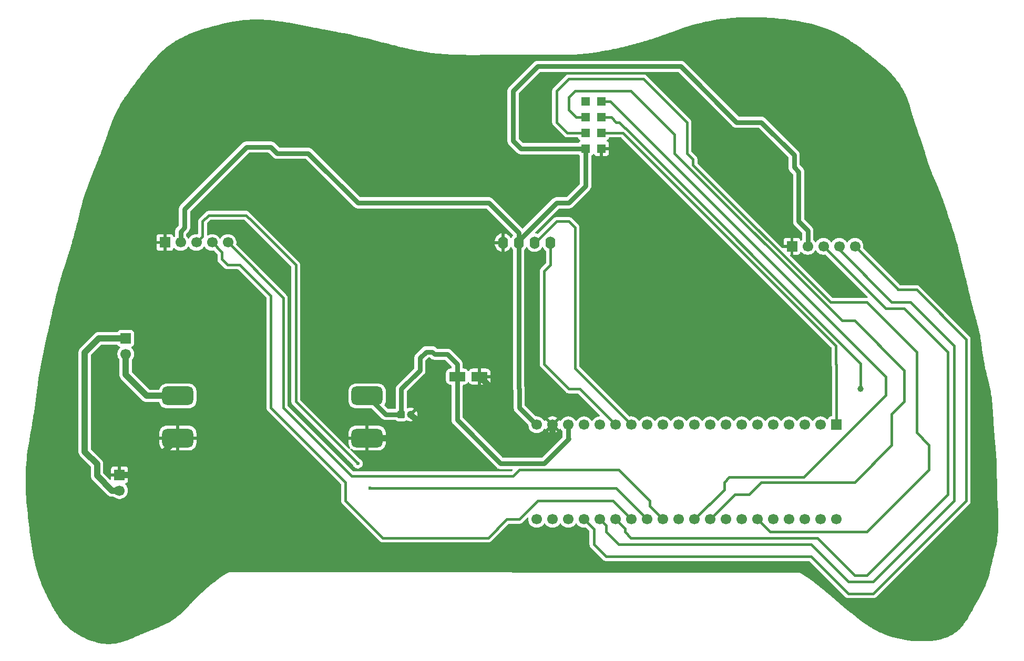
<source format=gbl>
%TF.GenerationSoftware,KiCad,Pcbnew,9.0.2*%
%TF.CreationDate,2025-07-07T16:52:20+05:30*%
%TF.ProjectId,Joystick,4a6f7973-7469-4636-9b2e-6b696361645f,rev?*%
%TF.SameCoordinates,Original*%
%TF.FileFunction,Copper,L2,Bot*%
%TF.FilePolarity,Positive*%
%FSLAX46Y46*%
G04 Gerber Fmt 4.6, Leading zero omitted, Abs format (unit mm)*
G04 Created by KiCad (PCBNEW 9.0.2) date 2025-07-07 16:52:20*
%MOMM*%
%LPD*%
G01*
G04 APERTURE LIST*
G04 Aperture macros list*
%AMRoundRect*
0 Rectangle with rounded corners*
0 $1 Rounding radius*
0 $2 $3 $4 $5 $6 $7 $8 $9 X,Y pos of 4 corners*
0 Add a 4 corners polygon primitive as box body*
4,1,4,$2,$3,$4,$5,$6,$7,$8,$9,$2,$3,0*
0 Add four circle primitives for the rounded corners*
1,1,$1+$1,$2,$3*
1,1,$1+$1,$4,$5*
1,1,$1+$1,$6,$7*
1,1,$1+$1,$8,$9*
0 Add four rect primitives between the rounded corners*
20,1,$1+$1,$2,$3,$4,$5,0*
20,1,$1+$1,$4,$5,$6,$7,0*
20,1,$1+$1,$6,$7,$8,$9,0*
20,1,$1+$1,$8,$9,$2,$3,0*%
G04 Aperture macros list end*
%TA.AperFunction,ComponentPad*%
%ADD10R,1.700000X1.700000*%
%TD*%
%TA.AperFunction,ComponentPad*%
%ADD11C,1.700000*%
%TD*%
%TA.AperFunction,ComponentPad*%
%ADD12O,1.600000X2.000000*%
%TD*%
%TA.AperFunction,ComponentPad*%
%ADD13R,1.408000X1.408000*%
%TD*%
%TA.AperFunction,SMDPad,CuDef*%
%ADD14RoundRect,0.250000X-1.050000X-0.550000X1.050000X-0.550000X1.050000X0.550000X-1.050000X0.550000X0*%
%TD*%
%TA.AperFunction,SMDPad,CuDef*%
%ADD15RoundRect,0.750000X-1.750000X-0.750000X1.750000X-0.750000X1.750000X0.750000X-1.750000X0.750000X0*%
%TD*%
%TA.AperFunction,ComponentPad*%
%ADD16RoundRect,0.250000X-0.350000X-0.350000X0.350000X-0.350000X0.350000X0.350000X-0.350000X0.350000X0*%
%TD*%
%TA.AperFunction,ComponentPad*%
%ADD17C,1.200000*%
%TD*%
%TA.AperFunction,ViaPad*%
%ADD18C,0.600000*%
%TD*%
%TA.AperFunction,ViaPad*%
%ADD19C,1.000000*%
%TD*%
%TA.AperFunction,Conductor*%
%ADD20C,0.400000*%
%TD*%
%TA.AperFunction,Conductor*%
%ADD21C,0.800000*%
%TD*%
%TA.AperFunction,Conductor*%
%ADD22C,1.000000*%
%TD*%
G04 APERTURE END LIST*
D10*
%TO.P,J6,1,Pin_1*%
%TO.N,GND*%
X225920000Y-94000000D03*
D11*
%TO.P,J6,2,Pin_2*%
%TO.N,/VIN*%
X228460000Y-94000000D03*
%TO.P,J6,3,Pin_3*%
%TO.N,/VX*%
X231000000Y-94000000D03*
%TO.P,J6,4,Pin_4*%
%TO.N,/KY*%
X233540000Y-94000000D03*
%TO.P,J6,5,Pin_5*%
%TO.N,/S1*%
X236080000Y-94000000D03*
%TD*%
D10*
%TO.P,J5,1,Pin_1*%
%TO.N,GND*%
X124920000Y-93385000D03*
D11*
%TO.P,J5,2,Pin_2*%
%TO.N,/VIN*%
X127460000Y-93385000D03*
%TO.P,J5,3,Pin_3*%
%TO.N,/KX*%
X130000000Y-93385000D03*
%TO.P,J5,4,Pin_4*%
%TO.N,/VY*%
X132540000Y-93385000D03*
%TO.P,J5,5,Pin_5*%
%TO.N,/S2*%
X135080000Y-93385000D03*
%TD*%
D10*
%TO.P,J4,1,Pin_1*%
%TO.N,GND*%
X117615000Y-130825000D03*
D11*
%TO.P,J4,2,Pin_2*%
%TO.N,Net-(J3-Pin_1)*%
X117615000Y-133365000D03*
%TD*%
D10*
%TO.P,J3,1,Pin_1*%
%TO.N,Net-(J3-Pin_1)*%
X118615000Y-108825000D03*
D11*
%TO.P,J3,2,Pin_2*%
%TO.N,Net-(J3-Pin_2)*%
X118615000Y-111365000D03*
%TD*%
D10*
%TO.P,U1,1,PB12*%
%TO.N,Net-(U1-PB12)*%
X233080000Y-122760000D03*
D11*
%TO.P,U1,2,PB13*%
%TO.N,unconnected-(U1-PB13-Pad2)*%
X230540000Y-122760000D03*
%TO.P,U1,3,PB14*%
%TO.N,unconnected-(U1-PB14-Pad3)*%
X228000000Y-122760000D03*
%TO.P,U1,4,PB15*%
%TO.N,unconnected-(U1-PB15-Pad4)*%
X225460000Y-122760000D03*
%TO.P,U1,5,PA8*%
%TO.N,unconnected-(U1-PA8-Pad5)*%
X222920000Y-122760000D03*
%TO.P,U1,6,PA9*%
%TO.N,unconnected-(U1-PA9-Pad6)*%
X220380000Y-122760000D03*
%TO.P,U1,7,PA10*%
%TO.N,unconnected-(U1-PA10-Pad7)*%
X217840000Y-122760000D03*
%TO.P,U1,8,PA11*%
%TO.N,unconnected-(U1-PA11-Pad8)*%
X215300000Y-122760000D03*
%TO.P,U1,9,PA12*%
%TO.N,unconnected-(U1-PA12-Pad9)*%
X212760000Y-122760000D03*
%TO.P,U1,10,PA15*%
%TO.N,unconnected-(U1-PA15-Pad10)*%
X210220000Y-122760000D03*
%TO.P,U1,11,PB3*%
%TO.N,unconnected-(U1-PB3-Pad11)*%
X207680000Y-122760000D03*
%TO.P,U1,12,PB4*%
%TO.N,unconnected-(U1-PB4-Pad12)*%
X205140000Y-122760000D03*
%TO.P,U1,13,PB5*%
%TO.N,unconnected-(U1-PB5-Pad13)*%
X202600000Y-122760000D03*
%TO.P,U1,14,PB6*%
%TO.N,/SCL*%
X200060000Y-122760000D03*
%TO.P,U1,15,PB7*%
%TO.N,/SDL*%
X197520000Y-122760000D03*
%TO.P,U1,16,PB8*%
%TO.N,unconnected-(U1-PB8-Pad16)*%
X194980000Y-122760000D03*
%TO.P,U1,17,PB9*%
%TO.N,unconnected-(U1-PB9-Pad17)*%
X192440000Y-122760000D03*
%TO.P,U1,18,5V*%
%TO.N,/POW*%
X189900000Y-122760000D03*
%TO.P,U1,19,GND*%
%TO.N,GND*%
X187360000Y-122760000D03*
%TO.P,U1,20,3V3*%
%TO.N,/VIN*%
X184820000Y-122760000D03*
%TO.P,U1,21,VBat*%
%TO.N,unconnected-(U1-VBat-Pad21)*%
X184820000Y-138000000D03*
%TO.P,U1,22,PC13*%
%TO.N,unconnected-(U1-PC13-Pad22)*%
X187360000Y-138000000D03*
%TO.P,U1,23,PC14*%
%TO.N,unconnected-(U1-PC14-Pad23)*%
X189900000Y-138000000D03*
%TO.P,U1,24,PC15*%
%TO.N,/S1*%
X192440000Y-138000000D03*
%TO.P,U1,25,PA0*%
%TO.N,/KY*%
X194980000Y-138000000D03*
%TO.P,U1,26,PA1*%
%TO.N,/VX*%
X197520000Y-138000000D03*
%TO.P,U1,27,PA2*%
%TO.N,/VY*%
X200060000Y-138000000D03*
%TO.P,U1,28,PA3*%
%TO.N,/KX*%
X202600000Y-138000000D03*
%TO.P,U1,29,PA4*%
%TO.N,/S2*%
X205140000Y-138000000D03*
%TO.P,U1,30,PA5*%
%TO.N,Net-(U1-PA5)*%
X207680000Y-138000000D03*
%TO.P,U1,31,PA6*%
%TO.N,Net-(U1-PA6)*%
X210220000Y-138000000D03*
%TO.P,U1,32,PA7*%
%TO.N,Net-(U1-PA7)*%
X212760000Y-138000000D03*
%TO.P,U1,33,PB0*%
%TO.N,unconnected-(U1-PB0-Pad33)*%
X215300000Y-138000000D03*
%TO.P,U1,34,PB1*%
%TO.N,unconnected-(U1-PB1-Pad34)*%
X217840000Y-138000000D03*
%TO.P,U1,35,PB10*%
%TO.N,Net-(U1-PB10)*%
X220380000Y-138000000D03*
%TO.P,U1,36,PB11*%
%TO.N,unconnected-(U1-PB11-Pad36)*%
X222920000Y-138000000D03*
%TO.P,U1,37,RST*%
%TO.N,unconnected-(U1-RST-Pad37)*%
X225460000Y-138000000D03*
%TO.P,U1,38,3V3*%
%TO.N,unconnected-(U1-3V3-Pad38)*%
X228000000Y-138000000D03*
%TO.P,U1,39,GND*%
%TO.N,unconnected-(U1-GND-Pad39)*%
X230540000Y-138000000D03*
%TO.P,U1,40,GND*%
%TO.N,unconnected-(U1-GND-Pad40)*%
X233080000Y-138000000D03*
%TD*%
D12*
%TO.P,Brd1,1,GND*%
%TO.N,GND*%
X179380000Y-93400000D03*
%TO.P,Brd1,2,VCC*%
%TO.N,/VIN*%
X181920000Y-93400000D03*
%TO.P,Brd1,3,SCL*%
%TO.N,/SCL*%
X184460000Y-93400000D03*
%TO.P,Brd1,4,SDA*%
%TO.N,/SDL*%
X187000000Y-93400000D03*
%TD*%
D13*
%TO.P,U2,P$1,GND*%
%TO.N,GND*%
X195230000Y-78270000D03*
%TO.P,U2,P$2,VCC*%
%TO.N,/VIN*%
X192690000Y-78270000D03*
%TO.P,U2,P$3,CE*%
%TO.N,Net-(U1-PB12)*%
X195230000Y-75730000D03*
%TO.P,U2,P$4,CSN*%
%TO.N,Net-(U1-PB10)*%
X192690000Y-75730000D03*
%TO.P,U2,P$5,SCK*%
%TO.N,Net-(U1-PA5)*%
X195230000Y-73190000D03*
%TO.P,U2,P$6,MOSI*%
%TO.N,Net-(U1-PA7)*%
X192690000Y-73190000D03*
%TO.P,U2,P$7,MISO*%
%TO.N,Net-(U1-PA6)*%
X195230000Y-70650000D03*
%TO.P,U2,P$8,IRQ*%
%TO.N,unconnected-(U2-IRQ-PadP$8)*%
X192690000Y-70650000D03*
%TD*%
D14*
%TO.P,C1,1*%
%TO.N,/POW*%
X172000000Y-115000000D03*
%TO.P,C1,2*%
%TO.N,GND*%
X175600000Y-115000000D03*
%TD*%
D15*
%TO.P,U3,1,VIN+*%
%TO.N,Net-(J3-Pin_2)*%
X127000000Y-118100000D03*
%TO.P,U3,2,VIN-*%
%TO.N,GND*%
X127000000Y-124900000D03*
%TO.P,U3,3,VOUT-*%
X157500000Y-124900000D03*
%TO.P,U3,4,VOUT-*%
%TO.N,/POW*%
X157500000Y-118100000D03*
%TD*%
D16*
%TO.P,C2,1*%
%TO.N,/POW*%
X163000000Y-121100000D03*
D17*
%TO.P,C2,2*%
%TO.N,GND*%
X164500000Y-121100000D03*
%TD*%
D18*
%TO.N,/KX*%
X158000000Y-133000000D03*
X156000000Y-129000000D03*
D19*
%TO.N,Net-(U1-PA5)*%
X237000000Y-117000000D03*
%TD*%
D20*
%TO.N,/KX*%
X155000000Y-128000000D02*
X156000000Y-129000000D01*
X197000000Y-133000000D02*
X158000000Y-133000000D01*
X197600000Y-133000000D02*
X197000000Y-133000000D01*
X199800000Y-135200000D02*
X199600000Y-135000000D01*
X199800000Y-135200000D02*
X197600000Y-133000000D01*
%TO.N,/S2*%
X203000000Y-135860000D02*
X205140000Y-138000000D01*
X203000000Y-135000000D02*
X203000000Y-135860000D01*
X198000000Y-130000000D02*
X203000000Y-135000000D01*
X181000000Y-131000000D02*
X182000000Y-130000000D01*
X155000000Y-131000000D02*
X181000000Y-131000000D01*
X144000000Y-120000000D02*
X155000000Y-131000000D01*
X144000000Y-102305000D02*
X144000000Y-120000000D01*
X182000000Y-130000000D02*
X198000000Y-130000000D01*
X135080000Y-93385000D02*
X144000000Y-102305000D01*
%TO.N,/KX*%
X202600000Y-138000000D02*
X199800000Y-135200000D01*
X146000000Y-104000000D02*
X146000000Y-119000000D01*
X146000000Y-97000000D02*
X146000000Y-100000000D01*
X146000000Y-119000000D02*
X155000000Y-128000000D01*
X139000000Y-90000000D02*
X146000000Y-97000000D01*
X138000000Y-89000000D02*
X139000000Y-90000000D01*
X132000000Y-89000000D02*
X138000000Y-89000000D01*
X146000000Y-100000000D02*
X146000000Y-104000000D01*
X131000000Y-90000000D02*
X132000000Y-89000000D01*
X131000000Y-92385000D02*
X131000000Y-90000000D01*
X130000000Y-93385000D02*
X131000000Y-92385000D01*
D21*
%TO.N,/POW*%
X190000000Y-125000000D02*
X189900000Y-124900000D01*
X186000000Y-129000000D02*
X190000000Y-125000000D01*
X179000000Y-129000000D02*
X186000000Y-129000000D01*
X172000000Y-122000000D02*
X179000000Y-129000000D01*
X172000000Y-115000000D02*
X172000000Y-122000000D01*
X189900000Y-124900000D02*
X189900000Y-122760000D01*
D20*
%TO.N,/S1*%
X243000000Y-100920000D02*
X236080000Y-94000000D01*
X243000000Y-101000000D02*
X243000000Y-100920000D01*
X246000000Y-101000000D02*
X243000000Y-101000000D01*
X254000000Y-109000000D02*
X246000000Y-101000000D01*
X254000000Y-135000000D02*
X254000000Y-109000000D01*
X239000000Y-150000000D02*
X254000000Y-135000000D01*
X235000000Y-150000000D02*
X239000000Y-150000000D01*
X229000000Y-144000000D02*
X235000000Y-150000000D01*
X196000000Y-144000000D02*
X229000000Y-144000000D01*
X194000000Y-142000000D02*
X196000000Y-144000000D01*
X194000000Y-139560000D02*
X194000000Y-142000000D01*
X192440000Y-138000000D02*
X194000000Y-139560000D01*
%TO.N,/KY*%
X196000000Y-139020000D02*
X194980000Y-138000000D01*
X196000000Y-140000000D02*
X196000000Y-139020000D01*
X198000000Y-142000000D02*
X196000000Y-140000000D01*
X229000000Y-142000000D02*
X198000000Y-142000000D01*
X235000000Y-148000000D02*
X229000000Y-142000000D01*
X239000000Y-148000000D02*
X235000000Y-148000000D01*
X252000000Y-135000000D02*
X239000000Y-148000000D01*
X252000000Y-110000000D02*
X252000000Y-135000000D01*
X245000000Y-103000000D02*
X252000000Y-110000000D01*
X242000000Y-103000000D02*
X245000000Y-103000000D01*
X233540000Y-94540000D02*
X242000000Y-103000000D01*
X233540000Y-94000000D02*
X233540000Y-94540000D01*
X233540000Y-94000000D02*
X234000000Y-94000000D01*
%TO.N,/VX*%
X199000000Y-139480000D02*
X197520000Y-138000000D01*
X199000000Y-140000000D02*
X199000000Y-139480000D01*
X200000000Y-141000000D02*
X199000000Y-140000000D01*
X236000000Y-147000000D02*
X230000000Y-141000000D01*
X251000000Y-111000000D02*
X251000000Y-134000000D01*
X244000000Y-104000000D02*
X251000000Y-111000000D01*
X251000000Y-134000000D02*
X238000000Y-147000000D01*
X241000000Y-104000000D02*
X244000000Y-104000000D01*
X231000000Y-94000000D02*
X241000000Y-104000000D01*
X238000000Y-147000000D02*
X236000000Y-147000000D01*
X230000000Y-141000000D02*
X200000000Y-141000000D01*
%TO.N,Net-(U1-PB10)*%
X222380000Y-140000000D02*
X220380000Y-138000000D01*
X238000000Y-140000000D02*
X222380000Y-140000000D01*
X248000000Y-130000000D02*
X238000000Y-140000000D01*
X248000000Y-126000000D02*
X248000000Y-130000000D01*
X246000000Y-124000000D02*
X248000000Y-126000000D01*
X246000000Y-111000000D02*
X246000000Y-124000000D01*
X238000000Y-103000000D02*
X246000000Y-111000000D01*
X232132786Y-103000000D02*
X238000000Y-103000000D01*
X210000000Y-80867214D02*
X232132786Y-103000000D01*
X209000000Y-79000000D02*
X210000000Y-80000000D01*
X209000000Y-74000000D02*
X209000000Y-79000000D01*
X202000000Y-67000000D02*
X209000000Y-74000000D01*
X190000000Y-67000000D02*
X202000000Y-67000000D01*
X188000000Y-69000000D02*
X190000000Y-67000000D01*
X188000000Y-74000000D02*
X188000000Y-69000000D01*
X189730000Y-75730000D02*
X188000000Y-74000000D01*
X210000000Y-80000000D02*
X210000000Y-80867214D01*
X192690000Y-75730000D02*
X189730000Y-75730000D01*
%TO.N,Net-(U1-PA7)*%
X216760000Y-134000000D02*
X212760000Y-138000000D01*
X219000000Y-134000000D02*
X216760000Y-134000000D01*
X221000000Y-132000000D02*
X219000000Y-134000000D01*
X242000000Y-121000000D02*
X242000000Y-126000000D01*
X244000000Y-114000000D02*
X244000000Y-119000000D01*
X236000000Y-106000000D02*
X244000000Y-114000000D01*
X234000000Y-106000000D02*
X236000000Y-106000000D01*
X207000000Y-76000000D02*
X207000000Y-79000000D01*
X242000000Y-126000000D02*
X236000000Y-132000000D01*
X191000000Y-69000000D02*
X200000000Y-69000000D01*
X200000000Y-69000000D02*
X207000000Y-76000000D01*
X190000000Y-72000000D02*
X190000000Y-70000000D01*
X244000000Y-119000000D02*
X242000000Y-121000000D01*
X207000000Y-79000000D02*
X234000000Y-106000000D01*
X191190000Y-73190000D02*
X190000000Y-72000000D01*
X192690000Y-73190000D02*
X191190000Y-73190000D01*
X190000000Y-70000000D02*
X191000000Y-69000000D01*
X236000000Y-132000000D02*
X221000000Y-132000000D01*
%TO.N,/VY*%
X135000000Y-97000000D02*
X137000000Y-97000000D01*
X134080000Y-96080000D02*
X135000000Y-97000000D01*
X137000000Y-97000000D02*
X142000000Y-102000000D01*
X134080000Y-94925000D02*
X134080000Y-96080000D01*
X197060000Y-135000000D02*
X200060000Y-138000000D01*
X185000000Y-135000000D02*
X197060000Y-135000000D01*
X180000000Y-138000000D02*
X182000000Y-138000000D01*
X177000000Y-141000000D02*
X180000000Y-138000000D01*
X160000000Y-141000000D02*
X177000000Y-141000000D01*
X154000000Y-135000000D02*
X160000000Y-141000000D01*
X142000000Y-120000000D02*
X154000000Y-132000000D01*
X154000000Y-132000000D02*
X154000000Y-135000000D01*
X132540000Y-93385000D02*
X134080000Y-94925000D01*
X142000000Y-102000000D02*
X142000000Y-120000000D01*
X182000000Y-138000000D02*
X185000000Y-135000000D01*
D21*
%TO.N,/VIN*%
X127460000Y-91620000D02*
X127460000Y-93385000D01*
X128080000Y-91000000D02*
X127460000Y-91620000D01*
X128080000Y-88000000D02*
X128080000Y-91000000D01*
X142000000Y-78000000D02*
X138080000Y-78000000D01*
X143000000Y-79000000D02*
X142000000Y-78000000D01*
X156000000Y-87000000D02*
X148000000Y-79000000D01*
X177120000Y-87000000D02*
X156000000Y-87000000D01*
X148000000Y-79000000D02*
X143000000Y-79000000D01*
X181920000Y-91800000D02*
X177120000Y-87000000D01*
X181920000Y-93400000D02*
X181920000Y-91800000D01*
X138080000Y-78000000D02*
X128080000Y-88000000D01*
X228460000Y-91460000D02*
X228460000Y-94000000D01*
X227000000Y-90000000D02*
X228460000Y-91460000D01*
X227000000Y-82000000D02*
X227000000Y-90000000D01*
X226270000Y-81270000D02*
X227000000Y-82000000D01*
X226270000Y-79270000D02*
X226270000Y-81270000D01*
X185000000Y-65000000D02*
X208000000Y-65000000D01*
X181000000Y-69000000D02*
X185000000Y-65000000D01*
X217000000Y-74000000D02*
X221000000Y-74000000D01*
X181000000Y-77000000D02*
X181000000Y-69000000D01*
X221000000Y-74000000D02*
X226270000Y-79270000D01*
X182270000Y-78270000D02*
X181000000Y-77000000D01*
X192690000Y-78270000D02*
X182270000Y-78270000D01*
X208000000Y-65000000D02*
X217000000Y-74000000D01*
D20*
%TO.N,/SCL*%
X191000000Y-91000000D02*
X191000000Y-113700000D01*
X191000000Y-113700000D02*
X200060000Y-122760000D01*
X184600000Y-93400000D02*
X188000000Y-90000000D01*
X190000000Y-90000000D02*
X191000000Y-91000000D01*
X184460000Y-93400000D02*
X184600000Y-93400000D01*
X188000000Y-90000000D02*
X190000000Y-90000000D01*
%TO.N,/SDL*%
X186000000Y-98000000D02*
X187000000Y-97000000D01*
X186000000Y-113000000D02*
X186000000Y-98000000D01*
X197520000Y-122760000D02*
X191760000Y-117000000D01*
X187000000Y-97000000D02*
X187000000Y-93400000D01*
X190000000Y-117000000D02*
X186000000Y-113000000D01*
X191760000Y-117000000D02*
X190000000Y-117000000D01*
D21*
%TO.N,/VIN*%
X182000000Y-117000000D02*
X181920000Y-116920000D01*
X182000000Y-94000000D02*
X182000000Y-93000000D01*
X181920000Y-93920000D02*
X182000000Y-94000000D01*
X181920000Y-93400000D02*
X181920000Y-93920000D01*
X192690000Y-84310000D02*
X192690000Y-78270000D01*
X190000000Y-87000000D02*
X192690000Y-84310000D01*
X184820000Y-122820000D02*
X182000000Y-120000000D01*
X182000000Y-120000000D02*
X182000000Y-117000000D01*
X181920000Y-116920000D02*
X181920000Y-93400000D01*
X182000000Y-93000000D02*
X188000000Y-87000000D01*
X184820000Y-122760000D02*
X184820000Y-122820000D01*
X188000000Y-87000000D02*
X190000000Y-87000000D01*
D22*
%TO.N,GND*%
X177000000Y-120000000D02*
X177000000Y-116400000D01*
X119725000Y-130825000D02*
X120000000Y-131100000D01*
X164500000Y-121100000D02*
X165400000Y-122000000D01*
X181000000Y-127000000D02*
X181000000Y-124000000D01*
X166000000Y-122000000D02*
X167000000Y-123000000D01*
X167000000Y-123000000D02*
X165000000Y-125000000D01*
X120000000Y-131100000D02*
X121000000Y-130100000D01*
X181000000Y-124000000D02*
X177000000Y-120000000D01*
X185000000Y-127000000D02*
X181000000Y-127000000D01*
X165400000Y-122000000D02*
X166000000Y-122000000D01*
D20*
X157500000Y-124900000D02*
X162200000Y-124900000D01*
D22*
X164900000Y-124900000D02*
X157500000Y-124900000D01*
X121800000Y-130100000D02*
X127000000Y-124900000D01*
X117615000Y-130825000D02*
X119725000Y-130825000D01*
X177000000Y-116400000D02*
X175600000Y-115000000D01*
X187360000Y-124640000D02*
X185000000Y-127000000D01*
X187360000Y-122760000D02*
X187360000Y-124640000D01*
X165000000Y-125000000D02*
X164900000Y-124900000D01*
X121000000Y-130100000D02*
X121800000Y-130100000D01*
D21*
%TO.N,/POW*%
X166000000Y-114000000D02*
X166000000Y-112000000D01*
X168398000Y-111398000D02*
X170379314Y-111398000D01*
X157500000Y-118100000D02*
X160500000Y-121100000D01*
X172000000Y-113018686D02*
X172000000Y-115000000D01*
X170379314Y-111398000D02*
X172000000Y-113018686D01*
X168000000Y-111000000D02*
X168398000Y-111398000D01*
X166000000Y-112000000D02*
X167000000Y-111000000D01*
X160500000Y-121100000D02*
X163000000Y-121100000D01*
X166000000Y-114000000D02*
X163000000Y-117000000D01*
X167000000Y-111000000D02*
X168000000Y-111000000D01*
X163000000Y-117000000D02*
X163000000Y-121100000D01*
D22*
%TO.N,Net-(J3-Pin_1)*%
X114000000Y-130952081D02*
X116412919Y-133365000D01*
X118615000Y-108825000D02*
X114275000Y-108825000D01*
X112000000Y-111100000D02*
X112000000Y-127100000D01*
X114275000Y-108825000D02*
X112000000Y-111100000D01*
X116412919Y-133365000D02*
X117615000Y-133365000D01*
X112000000Y-127100000D02*
X114000000Y-129100000D01*
X114000000Y-129100000D02*
X114000000Y-130952081D01*
%TO.N,Net-(J3-Pin_2)*%
X122000000Y-118100000D02*
X127000000Y-118100000D01*
X118615000Y-111365000D02*
X118615000Y-114715000D01*
X118615000Y-114715000D02*
X122000000Y-118100000D01*
D20*
%TO.N,Net-(U1-PA5)*%
X195230000Y-73190000D02*
X196810000Y-73190000D01*
X237000000Y-112867214D02*
X237000000Y-117000000D01*
X196810000Y-73190000D02*
X197620000Y-74000000D01*
X200066393Y-75933607D02*
X237000000Y-112867214D01*
X197620000Y-74000000D02*
X198000000Y-74000000D01*
X198132786Y-74000000D02*
X200066393Y-75933607D01*
X198000000Y-74000000D02*
X198132786Y-74000000D01*
%TO.N,Net-(U1-PB12)*%
X233000000Y-113000000D02*
X233080000Y-113080000D01*
X233000000Y-110000000D02*
X233000000Y-113000000D01*
X195230000Y-75730000D02*
X198730000Y-75730000D01*
X198730000Y-75730000D02*
X233000000Y-110000000D01*
X233080000Y-113080000D02*
X233080000Y-122760000D01*
%TO.N,Net-(U1-PA6)*%
X215801000Y-131199000D02*
X227801000Y-131199000D01*
X215000000Y-133220000D02*
X215000000Y-132000000D01*
X241000000Y-115000000D02*
X196650000Y-70650000D01*
X227801000Y-131199000D02*
X241000000Y-118000000D01*
X210220000Y-138000000D02*
X215000000Y-133220000D01*
X215000000Y-132000000D02*
X215801000Y-131199000D01*
X196650000Y-70650000D02*
X195230000Y-70650000D01*
X241000000Y-118000000D02*
X241000000Y-115000000D01*
%TD*%
%TA.AperFunction,Conductor*%
%TO.N,GND*%
G36*
X141642677Y-78920185D02*
G01*
X141663319Y-78936819D01*
X142300536Y-79574035D01*
X142369500Y-79642999D01*
X142425966Y-79699465D01*
X142467120Y-79726963D01*
X142573453Y-79798013D01*
X142621452Y-79817895D01*
X142737334Y-79865895D01*
X142891491Y-79896558D01*
X142911304Y-79900499D01*
X142911308Y-79900500D01*
X142911309Y-79900500D01*
X147575638Y-79900500D01*
X147642677Y-79920185D01*
X147663319Y-79936819D01*
X151529581Y-83803080D01*
X155300536Y-87574035D01*
X155425960Y-87699459D01*
X155425966Y-87699465D01*
X155573446Y-87798009D01*
X155573459Y-87798016D01*
X155655392Y-87831953D01*
X155737334Y-87865894D01*
X155737336Y-87865894D01*
X155737341Y-87865896D01*
X155911304Y-87900499D01*
X155911307Y-87900500D01*
X155911309Y-87900500D01*
X176695638Y-87900500D01*
X176762677Y-87920185D01*
X176783319Y-87936819D01*
X180975976Y-92129476D01*
X181009461Y-92190799D01*
X181004477Y-92260491D01*
X180975977Y-92304837D01*
X180928028Y-92352786D01*
X180807713Y-92518388D01*
X180760203Y-92611630D01*
X180712228Y-92662426D01*
X180644407Y-92679220D01*
X180578272Y-92656682D01*
X180539234Y-92611628D01*
X180491861Y-92518652D01*
X180371582Y-92353105D01*
X180371582Y-92353104D01*
X180226895Y-92208417D01*
X180061349Y-92088140D01*
X179879029Y-91995244D01*
X179684413Y-91932009D01*
X179630000Y-91923390D01*
X179630000Y-92966988D01*
X179572993Y-92934075D01*
X179445826Y-92900000D01*
X179314174Y-92900000D01*
X179187007Y-92934075D01*
X179130000Y-92966988D01*
X179130000Y-91923390D01*
X179075586Y-91932009D01*
X178880970Y-91995244D01*
X178698650Y-92088140D01*
X178533105Y-92208417D01*
X178533104Y-92208417D01*
X178388417Y-92353104D01*
X178388417Y-92353105D01*
X178268140Y-92518650D01*
X178175244Y-92700968D01*
X178112009Y-92895582D01*
X178080000Y-93097682D01*
X178080000Y-93150000D01*
X178946988Y-93150000D01*
X178914075Y-93207007D01*
X178880000Y-93334174D01*
X178880000Y-93465826D01*
X178914075Y-93592993D01*
X178946988Y-93650000D01*
X178080000Y-93650000D01*
X178080000Y-93702317D01*
X178112009Y-93904417D01*
X178175244Y-94099031D01*
X178268140Y-94281349D01*
X178388417Y-94446894D01*
X178388417Y-94446895D01*
X178533104Y-94591582D01*
X178698650Y-94711859D01*
X178880968Y-94804754D01*
X179075578Y-94867988D01*
X179130000Y-94876607D01*
X179130000Y-93833012D01*
X179187007Y-93865925D01*
X179314174Y-93900000D01*
X179445826Y-93900000D01*
X179572993Y-93865925D01*
X179630000Y-93833012D01*
X179630000Y-94876606D01*
X179684421Y-94867988D01*
X179879031Y-94804754D01*
X180061349Y-94711859D01*
X180226894Y-94591582D01*
X180226895Y-94591582D01*
X180371582Y-94446895D01*
X180371582Y-94446894D01*
X180491861Y-94281347D01*
X180539234Y-94188371D01*
X180587208Y-94137575D01*
X180655028Y-94120779D01*
X180721164Y-94143316D01*
X180760203Y-94188369D01*
X180807713Y-94281611D01*
X180928028Y-94447213D01*
X180983181Y-94502366D01*
X181016666Y-94563689D01*
X181019500Y-94590047D01*
X181019500Y-117008696D01*
X181054103Y-117182658D01*
X181054105Y-117182666D01*
X181085256Y-117257871D01*
X181090059Y-117269465D01*
X181099500Y-117316923D01*
X181099500Y-120088696D01*
X181134103Y-120262658D01*
X181134105Y-120262666D01*
X181160513Y-120326420D01*
X181201987Y-120426547D01*
X181261063Y-120514959D01*
X181264471Y-120520060D01*
X181264473Y-120520063D01*
X181300534Y-120574034D01*
X181300535Y-120574035D01*
X181300536Y-120574036D01*
X182371228Y-121644728D01*
X183433181Y-122706680D01*
X183466666Y-122768003D01*
X183469500Y-122794361D01*
X183469500Y-122866287D01*
X183502754Y-123076243D01*
X183560400Y-123253659D01*
X183568444Y-123278414D01*
X183664951Y-123467820D01*
X183789890Y-123639786D01*
X183940213Y-123790109D01*
X184112179Y-123915048D01*
X184112181Y-123915049D01*
X184112184Y-123915051D01*
X184301588Y-124011557D01*
X184503757Y-124077246D01*
X184713713Y-124110500D01*
X184713714Y-124110500D01*
X184926286Y-124110500D01*
X184926287Y-124110500D01*
X185136243Y-124077246D01*
X185338412Y-124011557D01*
X185527816Y-123915051D01*
X185614138Y-123852335D01*
X185699786Y-123790109D01*
X185699788Y-123790106D01*
X185699792Y-123790104D01*
X185850104Y-123639792D01*
X185850106Y-123639788D01*
X185850109Y-123639786D01*
X185935890Y-123521717D01*
X185975051Y-123467816D01*
X185979793Y-123458508D01*
X186027763Y-123407711D01*
X186095583Y-123390911D01*
X186161719Y-123413445D01*
X186200763Y-123458500D01*
X186205373Y-123467547D01*
X186244728Y-123521716D01*
X186877037Y-122889408D01*
X186894075Y-122952993D01*
X186959901Y-123067007D01*
X187052993Y-123160099D01*
X187167007Y-123225925D01*
X187230590Y-123242962D01*
X186598282Y-123875269D01*
X186598282Y-123875270D01*
X186652449Y-123914624D01*
X186841782Y-124011095D01*
X187043870Y-124076757D01*
X187253754Y-124110000D01*
X187466246Y-124110000D01*
X187676127Y-124076757D01*
X187676130Y-124076757D01*
X187878217Y-124011095D01*
X188067554Y-123914622D01*
X188121716Y-123875270D01*
X188121717Y-123875270D01*
X187489408Y-123242962D01*
X187552993Y-123225925D01*
X187667007Y-123160099D01*
X187760099Y-123067007D01*
X187825925Y-122952993D01*
X187842962Y-122889408D01*
X188475270Y-123521717D01*
X188475270Y-123521716D01*
X188514622Y-123467555D01*
X188519232Y-123458507D01*
X188567205Y-123407709D01*
X188635025Y-123390912D01*
X188701161Y-123413447D01*
X188740204Y-123458504D01*
X188744949Y-123467817D01*
X188869890Y-123639786D01*
X188963181Y-123733077D01*
X188996666Y-123794400D01*
X188999500Y-123820758D01*
X188999500Y-124675638D01*
X188979815Y-124742677D01*
X188963181Y-124763319D01*
X185663319Y-128063181D01*
X185601996Y-128096666D01*
X185575638Y-128099500D01*
X179424362Y-128099500D01*
X179357323Y-128079815D01*
X179336681Y-128063181D01*
X172936819Y-121663319D01*
X172903334Y-121601996D01*
X172900500Y-121575638D01*
X172900500Y-116424499D01*
X172920185Y-116357460D01*
X172972989Y-116311705D01*
X173024500Y-116300499D01*
X173100002Y-116300499D01*
X173100008Y-116300499D01*
X173202797Y-116289999D01*
X173369334Y-116234814D01*
X173518656Y-116142712D01*
X173642712Y-116018656D01*
X173694755Y-115934279D01*
X173746701Y-115887556D01*
X173815664Y-115876333D01*
X173879746Y-115904176D01*
X173905831Y-115934280D01*
X173957680Y-116018340D01*
X173957683Y-116018344D01*
X174081654Y-116142315D01*
X174230875Y-116234356D01*
X174230880Y-116234358D01*
X174397302Y-116289505D01*
X174397309Y-116289506D01*
X174500019Y-116299999D01*
X175349999Y-116299999D01*
X175850000Y-116299999D01*
X176699972Y-116299999D01*
X176699986Y-116299998D01*
X176802697Y-116289505D01*
X176969119Y-116234358D01*
X176969124Y-116234356D01*
X177118345Y-116142315D01*
X177242315Y-116018345D01*
X177334356Y-115869124D01*
X177334358Y-115869119D01*
X177389505Y-115702697D01*
X177389506Y-115702690D01*
X177399999Y-115599986D01*
X177400000Y-115599973D01*
X177400000Y-115250000D01*
X175850000Y-115250000D01*
X175850000Y-116299999D01*
X175349999Y-116299999D01*
X175350000Y-116299998D01*
X175350000Y-114750000D01*
X175850000Y-114750000D01*
X177399999Y-114750000D01*
X177399999Y-114400028D01*
X177399998Y-114400013D01*
X177389505Y-114297302D01*
X177334358Y-114130880D01*
X177334356Y-114130875D01*
X177242315Y-113981654D01*
X177118345Y-113857684D01*
X176969124Y-113765643D01*
X176969119Y-113765641D01*
X176802697Y-113710494D01*
X176802690Y-113710493D01*
X176699986Y-113700000D01*
X175850000Y-113700000D01*
X175850000Y-114750000D01*
X175350000Y-114750000D01*
X175350000Y-113700000D01*
X174500028Y-113700000D01*
X174500012Y-113700001D01*
X174397302Y-113710494D01*
X174230880Y-113765641D01*
X174230875Y-113765643D01*
X174081654Y-113857684D01*
X173957682Y-113981656D01*
X173905831Y-114065720D01*
X173853883Y-114112444D01*
X173784920Y-114123665D01*
X173720838Y-114095822D01*
X173694754Y-114065718D01*
X173642712Y-113981344D01*
X173518657Y-113857289D01*
X173518656Y-113857288D01*
X173375508Y-113768994D01*
X173369336Y-113765187D01*
X173369331Y-113765185D01*
X173367862Y-113764698D01*
X173202797Y-113710001D01*
X173202795Y-113710000D01*
X173100016Y-113699500D01*
X173100009Y-113699500D01*
X173024500Y-113699500D01*
X172957461Y-113679815D01*
X172911706Y-113627011D01*
X172900500Y-113575500D01*
X172900500Y-112929993D01*
X172900499Y-112929989D01*
X172874289Y-112798221D01*
X172865895Y-112756020D01*
X172827317Y-112662886D01*
X172798013Y-112592139D01*
X172728676Y-112488370D01*
X172699464Y-112444650D01*
X171828267Y-111573453D01*
X170953353Y-110698538D01*
X170953348Y-110698534D01*
X170896195Y-110660346D01*
X170896191Y-110660343D01*
X170891462Y-110657184D01*
X170805861Y-110599987D01*
X170723920Y-110566046D01*
X170717920Y-110563560D01*
X170717917Y-110563559D01*
X170641980Y-110532105D01*
X170641972Y-110532103D01*
X170468010Y-110497500D01*
X170468006Y-110497500D01*
X170468005Y-110497500D01*
X168822362Y-110497500D01*
X168755323Y-110477815D01*
X168734681Y-110461181D01*
X168574035Y-110300535D01*
X168574030Y-110300531D01*
X168519622Y-110264178D01*
X168519616Y-110264175D01*
X168514959Y-110261063D01*
X168426547Y-110201987D01*
X168344606Y-110168046D01*
X168282993Y-110142525D01*
X168262666Y-110134105D01*
X168262658Y-110134103D01*
X168088696Y-110099500D01*
X168088692Y-110099500D01*
X168088691Y-110099500D01*
X167088692Y-110099500D01*
X166911309Y-110099500D01*
X166911304Y-110099500D01*
X166737341Y-110134103D01*
X166737333Y-110134105D01*
X166644997Y-110172352D01*
X166644993Y-110172354D01*
X166637401Y-110175499D01*
X166573453Y-110201987D01*
X166443499Y-110288820D01*
X166440215Y-110291013D01*
X166440212Y-110291016D01*
X166425962Y-110300537D01*
X166425961Y-110300538D01*
X165300540Y-111425958D01*
X165300537Y-111425961D01*
X165271766Y-111469020D01*
X165271758Y-111469032D01*
X165269263Y-111472768D01*
X165201987Y-111573453D01*
X165176736Y-111634415D01*
X165173794Y-111641517D01*
X165173792Y-111641521D01*
X165134106Y-111737331D01*
X165134103Y-111737341D01*
X165107388Y-111871650D01*
X165099500Y-111911304D01*
X165099500Y-113575638D01*
X165079815Y-113642677D01*
X165063181Y-113663319D01*
X162300538Y-116425961D01*
X162293524Y-116436458D01*
X162293519Y-116436465D01*
X162291760Y-116439099D01*
X162201987Y-116573453D01*
X162183148Y-116618936D01*
X162179699Y-116627261D01*
X162179695Y-116627269D01*
X162134105Y-116737333D01*
X162134103Y-116737341D01*
X162103776Y-116889801D01*
X162103777Y-116889802D01*
X162099500Y-116911306D01*
X162099500Y-120075500D01*
X162079815Y-120142539D01*
X162027011Y-120188294D01*
X161975500Y-120199500D01*
X160924361Y-120199500D01*
X160857322Y-120179815D01*
X160836680Y-120163181D01*
X160333813Y-119660314D01*
X160300328Y-119598991D01*
X160305312Y-119529299D01*
X160319563Y-119502020D01*
X160342007Y-119469626D01*
X160435096Y-119264683D01*
X160490096Y-119046412D01*
X160500500Y-118914217D01*
X160500499Y-117285784D01*
X160490096Y-117153588D01*
X160478427Y-117107280D01*
X160435097Y-116935321D01*
X160435096Y-116935318D01*
X160435094Y-116935314D01*
X160342007Y-116730374D01*
X160270576Y-116627269D01*
X160213825Y-116545354D01*
X160213822Y-116545350D01*
X160213819Y-116545346D01*
X160054654Y-116386181D01*
X160054650Y-116386178D01*
X160054645Y-116386174D01*
X159869632Y-116257997D01*
X159869630Y-116257995D01*
X159869626Y-116257993D01*
X159817587Y-116234356D01*
X159664681Y-116164903D01*
X159664678Y-116164902D01*
X159446420Y-116109905D01*
X159446413Y-116109904D01*
X159402347Y-116106436D01*
X159314217Y-116099500D01*
X159314215Y-116099500D01*
X155685791Y-116099500D01*
X155685776Y-116099501D01*
X155553586Y-116109904D01*
X155553579Y-116109905D01*
X155335321Y-116164902D01*
X155335318Y-116164903D01*
X155130377Y-116257991D01*
X155130367Y-116257997D01*
X154945354Y-116386174D01*
X154945342Y-116386184D01*
X154786184Y-116545342D01*
X154786174Y-116545354D01*
X154657997Y-116730367D01*
X154657991Y-116730377D01*
X154564903Y-116935318D01*
X154564902Y-116935321D01*
X154509905Y-117153579D01*
X154509904Y-117153586D01*
X154499500Y-117285777D01*
X154499500Y-118914208D01*
X154499501Y-118914223D01*
X154509904Y-119046413D01*
X154509905Y-119046420D01*
X154564902Y-119264678D01*
X154564903Y-119264681D01*
X154657991Y-119469622D01*
X154657997Y-119469632D01*
X154786174Y-119654645D01*
X154786178Y-119654650D01*
X154786181Y-119654654D01*
X154945346Y-119813819D01*
X154945350Y-119813822D01*
X154945354Y-119813825D01*
X155055058Y-119889828D01*
X155130374Y-119942007D01*
X155335317Y-120035096D01*
X155335321Y-120035097D01*
X155553579Y-120090094D01*
X155553581Y-120090094D01*
X155553588Y-120090096D01*
X155685783Y-120100500D01*
X158175637Y-120100499D01*
X158242676Y-120120184D01*
X158263318Y-120136818D01*
X159800536Y-121674035D01*
X159895835Y-121769334D01*
X159925966Y-121799465D01*
X160073446Y-121898009D01*
X160073459Y-121898016D01*
X160114588Y-121915052D01*
X160114589Y-121915052D01*
X160237334Y-121965895D01*
X160400158Y-121998282D01*
X160411304Y-122000499D01*
X160411308Y-122000500D01*
X160411309Y-122000500D01*
X162087770Y-122000500D01*
X162154809Y-122020185D01*
X162175451Y-122036819D01*
X162181344Y-122042712D01*
X162330666Y-122134814D01*
X162497203Y-122189999D01*
X162599991Y-122200500D01*
X163400008Y-122200499D01*
X163400016Y-122200498D01*
X163400019Y-122200498D01*
X163456302Y-122194748D01*
X163502797Y-122189999D01*
X163669334Y-122134814D01*
X163808464Y-122048997D01*
X163875853Y-122030559D01*
X163929854Y-122044054D01*
X164077740Y-122119407D01*
X164242415Y-122172914D01*
X164413429Y-122200000D01*
X164586571Y-122200000D01*
X164757584Y-122172914D01*
X164922257Y-122119408D01*
X165076525Y-122040803D01*
X165082736Y-122036289D01*
X164441301Y-121394854D01*
X164460504Y-121400000D01*
X164539496Y-121400000D01*
X164615796Y-121379556D01*
X164684205Y-121340060D01*
X164740060Y-121284205D01*
X164779556Y-121215796D01*
X164800000Y-121139496D01*
X164800000Y-121099999D01*
X164853553Y-121099999D01*
X164853553Y-121100001D01*
X165436289Y-121682737D01*
X165436289Y-121682736D01*
X165440803Y-121676525D01*
X165519408Y-121522257D01*
X165572914Y-121357584D01*
X165600000Y-121186571D01*
X165600000Y-121013428D01*
X165572914Y-120842415D01*
X165519408Y-120677742D01*
X165440801Y-120523471D01*
X165436290Y-120517262D01*
X165436289Y-120517261D01*
X164853553Y-121099999D01*
X164800000Y-121099999D01*
X164800000Y-121060504D01*
X164779556Y-120984204D01*
X164740060Y-120915795D01*
X164684205Y-120859940D01*
X164615796Y-120820444D01*
X164539496Y-120800000D01*
X164460504Y-120800000D01*
X164441300Y-120805145D01*
X165082737Y-120163709D01*
X165076525Y-120159196D01*
X164922259Y-120080592D01*
X164757584Y-120027085D01*
X164586571Y-120000000D01*
X164413429Y-120000000D01*
X164242415Y-120027085D01*
X164077736Y-120080594D01*
X164073238Y-120082457D01*
X164072473Y-120080611D01*
X164012064Y-120091926D01*
X163947337Y-120065617D01*
X163907108Y-120008490D01*
X163900500Y-119968551D01*
X163900500Y-117424361D01*
X163920185Y-117357322D01*
X163936819Y-117336680D01*
X166699461Y-114574038D01*
X166699464Y-114574035D01*
X166763031Y-114478901D01*
X166798013Y-114426547D01*
X166833031Y-114342005D01*
X166865895Y-114262666D01*
X166900500Y-114088691D01*
X166900500Y-113911308D01*
X166900500Y-112424361D01*
X166920185Y-112357322D01*
X166936819Y-112336680D01*
X167336680Y-111936819D01*
X167363607Y-111922115D01*
X167389426Y-111905523D01*
X167395626Y-111904631D01*
X167398003Y-111903334D01*
X167424361Y-111900500D01*
X167575638Y-111900500D01*
X167642677Y-111920185D01*
X167663319Y-111936819D01*
X167823966Y-112097466D01*
X167829157Y-112100934D01*
X167883040Y-112136936D01*
X167971453Y-112196013D01*
X168036174Y-112222821D01*
X168135334Y-112263895D01*
X168309303Y-112298499D01*
X168309307Y-112298500D01*
X168309308Y-112298500D01*
X168309309Y-112298500D01*
X169954952Y-112298500D01*
X170021991Y-112318185D01*
X170042633Y-112334819D01*
X171063181Y-113355367D01*
X171077884Y-113382294D01*
X171094477Y-113408113D01*
X171095368Y-113414313D01*
X171096666Y-113416690D01*
X171099500Y-113443048D01*
X171099500Y-113575500D01*
X171079815Y-113642539D01*
X171027011Y-113688294D01*
X170975502Y-113699500D01*
X170899999Y-113699500D01*
X170899980Y-113699501D01*
X170797203Y-113710000D01*
X170797200Y-113710001D01*
X170630668Y-113765185D01*
X170630663Y-113765187D01*
X170481342Y-113857289D01*
X170357289Y-113981342D01*
X170265187Y-114130663D01*
X170265185Y-114130668D01*
X170237349Y-114214670D01*
X170210001Y-114297203D01*
X170210001Y-114297204D01*
X170210000Y-114297204D01*
X170199500Y-114399983D01*
X170199500Y-115600001D01*
X170199501Y-115600018D01*
X170210000Y-115702796D01*
X170210001Y-115702799D01*
X170265115Y-115869119D01*
X170265186Y-115869334D01*
X170357288Y-116018656D01*
X170481344Y-116142712D01*
X170630666Y-116234814D01*
X170797203Y-116289999D01*
X170899991Y-116300500D01*
X170975500Y-116300499D01*
X171042538Y-116320183D01*
X171088294Y-116372986D01*
X171099500Y-116424499D01*
X171099500Y-122088696D01*
X171134103Y-122262659D01*
X171134104Y-122262663D01*
X171134105Y-122262666D01*
X171164462Y-122335952D01*
X171201987Y-122426547D01*
X171249286Y-122497334D01*
X171252883Y-122502717D01*
X171252886Y-122502723D01*
X171300537Y-122574038D01*
X178425961Y-129699462D01*
X178425964Y-129699464D01*
X178483310Y-129737781D01*
X178573453Y-129798013D01*
X178655393Y-129831953D01*
X178737334Y-129865895D01*
X178911303Y-129900499D01*
X178911307Y-129900500D01*
X178911308Y-129900500D01*
X178911309Y-129900500D01*
X180809481Y-129900500D01*
X180830726Y-129906738D01*
X180852815Y-129908318D01*
X180863598Y-129916390D01*
X180876520Y-129920185D01*
X180891019Y-129936918D01*
X180908748Y-129950190D01*
X180913455Y-129962810D01*
X180922275Y-129972989D01*
X180925426Y-129994906D01*
X180933165Y-130015654D01*
X180930302Y-130028814D01*
X180932219Y-130042147D01*
X180923019Y-130062290D01*
X180918313Y-130083927D01*
X180905044Y-130101652D01*
X180903194Y-130105703D01*
X180897162Y-130112181D01*
X180746162Y-130263181D01*
X180684839Y-130296666D01*
X180658481Y-130299500D01*
X155341519Y-130299500D01*
X155274480Y-130279815D01*
X155253838Y-130263181D01*
X144736819Y-119746162D01*
X144703334Y-119684839D01*
X144700500Y-119658481D01*
X144700500Y-102236002D01*
X144696567Y-102216237D01*
X144696566Y-102216236D01*
X144696565Y-102216227D01*
X144673580Y-102100672D01*
X144668256Y-102087819D01*
X144620777Y-101973192D01*
X144544112Y-101858454D01*
X144544111Y-101858453D01*
X136440507Y-93754850D01*
X136407022Y-93693527D01*
X136405715Y-93647771D01*
X136410482Y-93617677D01*
X136430500Y-93491287D01*
X136430500Y-93278713D01*
X136397246Y-93068757D01*
X136331557Y-92866588D01*
X136235051Y-92677184D01*
X136235049Y-92677181D01*
X136235048Y-92677179D01*
X136110109Y-92505213D01*
X135959786Y-92354890D01*
X135787820Y-92229951D01*
X135598414Y-92133444D01*
X135598413Y-92133443D01*
X135598412Y-92133443D01*
X135396243Y-92067754D01*
X135396241Y-92067753D01*
X135396240Y-92067753D01*
X135234957Y-92042208D01*
X135186287Y-92034500D01*
X134973713Y-92034500D01*
X134925042Y-92042208D01*
X134763760Y-92067753D01*
X134561585Y-92133444D01*
X134372179Y-92229951D01*
X134200213Y-92354890D01*
X134049890Y-92505213D01*
X133924949Y-92677182D01*
X133920484Y-92685946D01*
X133872509Y-92736742D01*
X133804688Y-92753536D01*
X133738553Y-92730998D01*
X133699516Y-92685946D01*
X133695050Y-92677182D01*
X133570109Y-92505213D01*
X133419786Y-92354890D01*
X133247820Y-92229951D01*
X133058414Y-92133444D01*
X133058413Y-92133443D01*
X133058412Y-92133443D01*
X132856243Y-92067754D01*
X132856241Y-92067753D01*
X132856240Y-92067753D01*
X132694957Y-92042208D01*
X132646287Y-92034500D01*
X132433713Y-92034500D01*
X132385042Y-92042208D01*
X132223760Y-92067753D01*
X132021585Y-92133444D01*
X131880795Y-92205180D01*
X131812125Y-92218076D01*
X131747385Y-92191799D01*
X131707128Y-92134693D01*
X131700500Y-92094695D01*
X131700500Y-90341519D01*
X131720185Y-90274480D01*
X131736819Y-90253838D01*
X132253838Y-89736819D01*
X132315161Y-89703334D01*
X132341519Y-89700500D01*
X137658481Y-89700500D01*
X137725520Y-89720185D01*
X137746162Y-89736819D01*
X145263181Y-97253838D01*
X145296666Y-97315161D01*
X145299500Y-97341519D01*
X145299500Y-119068992D01*
X145299499Y-119068996D01*
X145326418Y-119204322D01*
X145326421Y-119204332D01*
X145379222Y-119331807D01*
X145455887Y-119446545D01*
X145455888Y-119446546D01*
X154455886Y-128446543D01*
X155203928Y-129194585D01*
X155230808Y-129234814D01*
X155290602Y-129379172D01*
X155290609Y-129379185D01*
X155378210Y-129510288D01*
X155378213Y-129510292D01*
X155489707Y-129621786D01*
X155489711Y-129621789D01*
X155620814Y-129709390D01*
X155620827Y-129709397D01*
X155709587Y-129746162D01*
X155766503Y-129769737D01*
X155908655Y-129798013D01*
X155921153Y-129800499D01*
X155921156Y-129800500D01*
X155921158Y-129800500D01*
X156078844Y-129800500D01*
X156078845Y-129800499D01*
X156233497Y-129769737D01*
X156379179Y-129709394D01*
X156510289Y-129621789D01*
X156621789Y-129510289D01*
X156709394Y-129379179D01*
X156769737Y-129233497D01*
X156800500Y-129078842D01*
X156800500Y-128921158D01*
X156800500Y-128921155D01*
X156800499Y-128921153D01*
X156769738Y-128766510D01*
X156769737Y-128766503D01*
X156750862Y-128720934D01*
X156709397Y-128620827D01*
X156709390Y-128620814D01*
X156621789Y-128489711D01*
X156621786Y-128489707D01*
X156510292Y-128378213D01*
X156510288Y-128378210D01*
X156379185Y-128290609D01*
X156379172Y-128290602D01*
X156234814Y-128230808D01*
X156194585Y-128203928D01*
X154807975Y-126817318D01*
X154774490Y-126755995D01*
X154779474Y-126686303D01*
X154821346Y-126630370D01*
X154886810Y-126605953D01*
X154955083Y-126620805D01*
X154966272Y-126627709D01*
X155130619Y-126741568D01*
X155130625Y-126741571D01*
X155335480Y-126834622D01*
X155553667Y-126889599D01*
X155685809Y-126899999D01*
X157249999Y-126899999D01*
X157750000Y-126899999D01*
X159314182Y-126899999D01*
X159314197Y-126899998D01*
X159446332Y-126889599D01*
X159664519Y-126834622D01*
X159869374Y-126741571D01*
X159869380Y-126741568D01*
X160054323Y-126613440D01*
X160054335Y-126613430D01*
X160213430Y-126454335D01*
X160213440Y-126454323D01*
X160341568Y-126269380D01*
X160341571Y-126269374D01*
X160434622Y-126064519D01*
X160489599Y-125846332D01*
X160499999Y-125714196D01*
X160500000Y-125714184D01*
X160500000Y-125150000D01*
X157750000Y-125150000D01*
X157750000Y-126899999D01*
X157249999Y-126899999D01*
X157250000Y-126899998D01*
X157250000Y-125150000D01*
X154500001Y-125150000D01*
X154500001Y-125714197D01*
X154510400Y-125846332D01*
X154565377Y-126064519D01*
X154658427Y-126269373D01*
X154772291Y-126433727D01*
X154794287Y-126500044D01*
X154776939Y-126567726D01*
X154725753Y-126615284D01*
X154656981Y-126627619D01*
X154592457Y-126600815D01*
X154582681Y-126592024D01*
X152076460Y-124085803D01*
X154500000Y-124085803D01*
X154500000Y-124650000D01*
X157250000Y-124650000D01*
X157750000Y-124650000D01*
X160499999Y-124650000D01*
X160499999Y-124085817D01*
X160499998Y-124085802D01*
X160489599Y-123953667D01*
X160434622Y-123735480D01*
X160341571Y-123530625D01*
X160341568Y-123530619D01*
X160213440Y-123345676D01*
X160213430Y-123345664D01*
X160054335Y-123186569D01*
X160054323Y-123186559D01*
X159869380Y-123058431D01*
X159869374Y-123058428D01*
X159664519Y-122965377D01*
X159446332Y-122910400D01*
X159314196Y-122900000D01*
X157750000Y-122900000D01*
X157750000Y-124650000D01*
X157250000Y-124650000D01*
X157250000Y-122900000D01*
X155685817Y-122900000D01*
X155685802Y-122900001D01*
X155553667Y-122910400D01*
X155335480Y-122965377D01*
X155130625Y-123058428D01*
X155130619Y-123058431D01*
X154945676Y-123186559D01*
X154945664Y-123186569D01*
X154786569Y-123345664D01*
X154786559Y-123345676D01*
X154658431Y-123530619D01*
X154658428Y-123530625D01*
X154565377Y-123735480D01*
X154510400Y-123953667D01*
X154500000Y-124085803D01*
X152076460Y-124085803D01*
X146736819Y-118746162D01*
X146703334Y-118684839D01*
X146700500Y-118658481D01*
X146700500Y-96931007D01*
X146698174Y-96919317D01*
X146698174Y-96919316D01*
X146673580Y-96795672D01*
X146638029Y-96709843D01*
X146620777Y-96668192D01*
X146544112Y-96553454D01*
X143171155Y-93180497D01*
X139446543Y-89455886D01*
X138446546Y-88455888D01*
X138446545Y-88455887D01*
X138331807Y-88379222D01*
X138204332Y-88326421D01*
X138204322Y-88326418D01*
X138068996Y-88299500D01*
X138068994Y-88299500D01*
X138068993Y-88299500D01*
X132068994Y-88299500D01*
X131931006Y-88299500D01*
X131931004Y-88299500D01*
X131795677Y-88326418D01*
X131795667Y-88326421D01*
X131668192Y-88379222D01*
X131553454Y-88455887D01*
X130455887Y-89553454D01*
X130379223Y-89668192D01*
X130326421Y-89795668D01*
X130326418Y-89795680D01*
X130317934Y-89838332D01*
X130317934Y-89838333D01*
X130299500Y-89931004D01*
X130299500Y-91919917D01*
X130279815Y-91986956D01*
X130227011Y-92032711D01*
X130157853Y-92042655D01*
X130156102Y-92042390D01*
X130106287Y-92034500D01*
X129893713Y-92034500D01*
X129845042Y-92042208D01*
X129683760Y-92067753D01*
X129481585Y-92133444D01*
X129292179Y-92229951D01*
X129120213Y-92354890D01*
X128969890Y-92505213D01*
X128844949Y-92677182D01*
X128840484Y-92685946D01*
X128792509Y-92736742D01*
X128724688Y-92753536D01*
X128658553Y-92730998D01*
X128619516Y-92685946D01*
X128615050Y-92677182D01*
X128490109Y-92505213D01*
X128396819Y-92411923D01*
X128363334Y-92350600D01*
X128360500Y-92324242D01*
X128360500Y-92044361D01*
X128380185Y-91977322D01*
X128396819Y-91956680D01*
X128779463Y-91574036D01*
X128779465Y-91574033D01*
X128786237Y-91563899D01*
X128878013Y-91426547D01*
X128945894Y-91262666D01*
X128954669Y-91218554D01*
X128980499Y-91088695D01*
X128980500Y-91088693D01*
X128980500Y-88424361D01*
X129000185Y-88357322D01*
X129016819Y-88336680D01*
X138416680Y-78936819D01*
X138478003Y-78903334D01*
X138504361Y-78900500D01*
X141575638Y-78900500D01*
X141642677Y-78920185D01*
G37*
%TD.AperFunction*%
%TA.AperFunction,Conductor*%
G36*
X185801445Y-94143865D02*
G01*
X185840483Y-94188917D01*
X185884348Y-94275006D01*
X185887715Y-94281614D01*
X186008028Y-94447213D01*
X186152784Y-94591969D01*
X186248385Y-94661426D01*
X186291051Y-94716755D01*
X186299500Y-94761744D01*
X186299500Y-96658480D01*
X186279815Y-96725519D01*
X186263181Y-96746161D01*
X185455888Y-97553453D01*
X185455887Y-97553454D01*
X185379222Y-97668192D01*
X185326421Y-97795667D01*
X185326418Y-97795679D01*
X185306032Y-97898169D01*
X185306032Y-97898171D01*
X185299500Y-97931007D01*
X185299500Y-112931006D01*
X185299500Y-113068994D01*
X185299500Y-113068996D01*
X185299499Y-113068996D01*
X185326418Y-113204322D01*
X185326421Y-113204332D01*
X185379222Y-113331807D01*
X185455887Y-113446545D01*
X189553454Y-117544112D01*
X189553457Y-117544114D01*
X189668189Y-117620775D01*
X189795671Y-117673580D01*
X189805500Y-117675535D01*
X189855702Y-117685521D01*
X189931004Y-117700500D01*
X189931007Y-117700500D01*
X191418481Y-117700500D01*
X191485520Y-117720185D01*
X191506162Y-117736819D01*
X194967162Y-121197819D01*
X195000647Y-121259142D01*
X194995663Y-121328834D01*
X194953791Y-121384767D01*
X194888327Y-121409184D01*
X194879481Y-121409500D01*
X194873713Y-121409500D01*
X194825042Y-121417208D01*
X194663760Y-121442753D01*
X194461585Y-121508444D01*
X194272179Y-121604951D01*
X194100213Y-121729890D01*
X193949890Y-121880213D01*
X193824949Y-122052182D01*
X193820484Y-122060946D01*
X193772509Y-122111742D01*
X193704688Y-122128536D01*
X193638553Y-122105998D01*
X193599516Y-122060946D01*
X193595050Y-122052182D01*
X193470109Y-121880213D01*
X193319786Y-121729890D01*
X193147820Y-121604951D01*
X192958414Y-121508444D01*
X192958413Y-121508443D01*
X192958412Y-121508443D01*
X192756243Y-121442754D01*
X192756241Y-121442753D01*
X192756240Y-121442753D01*
X192594957Y-121417208D01*
X192546287Y-121409500D01*
X192333713Y-121409500D01*
X192285042Y-121417208D01*
X192123760Y-121442753D01*
X191921585Y-121508444D01*
X191732179Y-121604951D01*
X191560213Y-121729890D01*
X191409890Y-121880213D01*
X191284949Y-122052182D01*
X191280484Y-122060946D01*
X191232509Y-122111742D01*
X191164688Y-122128536D01*
X191098553Y-122105998D01*
X191059516Y-122060946D01*
X191055050Y-122052182D01*
X190930109Y-121880213D01*
X190779786Y-121729890D01*
X190607820Y-121604951D01*
X190418414Y-121508444D01*
X190418413Y-121508443D01*
X190418412Y-121508443D01*
X190216243Y-121442754D01*
X190216241Y-121442753D01*
X190216240Y-121442753D01*
X190054957Y-121417208D01*
X190006287Y-121409500D01*
X189793713Y-121409500D01*
X189745042Y-121417208D01*
X189583760Y-121442753D01*
X189381585Y-121508444D01*
X189192179Y-121604951D01*
X189020213Y-121729890D01*
X188869890Y-121880213D01*
X188744949Y-122052182D01*
X188740202Y-122061499D01*
X188692227Y-122112293D01*
X188624405Y-122129087D01*
X188558271Y-122106548D01*
X188519234Y-122061495D01*
X188514626Y-122052452D01*
X188475270Y-121998282D01*
X188475269Y-121998282D01*
X187842962Y-122630590D01*
X187825925Y-122567007D01*
X187760099Y-122452993D01*
X187667007Y-122359901D01*
X187552993Y-122294075D01*
X187489409Y-122277037D01*
X188121716Y-121644728D01*
X188067550Y-121605375D01*
X187878217Y-121508904D01*
X187676129Y-121443242D01*
X187466246Y-121410000D01*
X187253754Y-121410000D01*
X187043872Y-121443242D01*
X187043869Y-121443242D01*
X186841782Y-121508904D01*
X186652439Y-121605380D01*
X186598282Y-121644727D01*
X186598282Y-121644728D01*
X187230591Y-122277037D01*
X187167007Y-122294075D01*
X187052993Y-122359901D01*
X186959901Y-122452993D01*
X186894075Y-122567007D01*
X186877037Y-122630590D01*
X186244728Y-121998282D01*
X186244727Y-121998282D01*
X186205380Y-122052440D01*
X186205376Y-122052446D01*
X186200760Y-122061505D01*
X186152781Y-122112297D01*
X186084959Y-122129087D01*
X186018826Y-122106543D01*
X185979794Y-122061493D01*
X185975051Y-122052184D01*
X185975049Y-122052181D01*
X185975048Y-122052179D01*
X185850109Y-121880213D01*
X185699786Y-121729890D01*
X185527820Y-121604951D01*
X185338414Y-121508444D01*
X185338413Y-121508443D01*
X185338412Y-121508443D01*
X185136243Y-121442754D01*
X185136241Y-121442753D01*
X185136240Y-121442753D01*
X184974957Y-121417208D01*
X184926287Y-121409500D01*
X184734361Y-121409500D01*
X184667322Y-121389815D01*
X184646680Y-121373181D01*
X183793562Y-120520063D01*
X182936819Y-119663319D01*
X182903334Y-119601996D01*
X182900500Y-119575638D01*
X182900500Y-116911309D01*
X182900499Y-116911306D01*
X182896223Y-116889802D01*
X182896223Y-116889801D01*
X182865896Y-116737341D01*
X182865895Y-116737334D01*
X182829939Y-116650529D01*
X182820500Y-116603076D01*
X182820500Y-94590047D01*
X182840185Y-94523008D01*
X182856819Y-94502366D01*
X182882099Y-94477086D01*
X182911966Y-94447219D01*
X182911968Y-94447215D01*
X182911971Y-94447213D01*
X183032284Y-94281614D01*
X183032286Y-94281611D01*
X183032287Y-94281610D01*
X183079516Y-94188917D01*
X183127489Y-94138123D01*
X183195310Y-94121328D01*
X183261445Y-94143865D01*
X183300483Y-94188917D01*
X183344348Y-94275006D01*
X183347715Y-94281614D01*
X183468028Y-94447213D01*
X183612786Y-94591971D01*
X183754190Y-94694705D01*
X183778390Y-94712287D01*
X183875455Y-94761744D01*
X183960776Y-94805218D01*
X183960778Y-94805218D01*
X183960781Y-94805220D01*
X184065137Y-94839127D01*
X184155465Y-94868477D01*
X184226867Y-94879786D01*
X184357648Y-94900500D01*
X184357649Y-94900500D01*
X184562351Y-94900500D01*
X184562352Y-94900500D01*
X184764534Y-94868477D01*
X184959219Y-94805220D01*
X185141610Y-94712287D01*
X185279123Y-94612379D01*
X185307213Y-94591971D01*
X185307215Y-94591968D01*
X185307219Y-94591966D01*
X185451966Y-94447219D01*
X185451968Y-94447215D01*
X185451971Y-94447213D01*
X185572284Y-94281614D01*
X185572286Y-94281611D01*
X185572287Y-94281610D01*
X185619516Y-94188917D01*
X185667489Y-94138123D01*
X185735310Y-94121328D01*
X185801445Y-94143865D01*
G37*
%TD.AperFunction*%
%TA.AperFunction,Conductor*%
G36*
X198455520Y-76450185D02*
G01*
X198476162Y-76466819D01*
X232263181Y-110253838D01*
X232296666Y-110315161D01*
X232299500Y-110341519D01*
X232299500Y-112931006D01*
X232299500Y-113068994D01*
X232299500Y-113068996D01*
X232299499Y-113068996D01*
X232326418Y-113204322D01*
X232326420Y-113204328D01*
X232365135Y-113297795D01*
X232370061Y-113309686D01*
X232379500Y-113357139D01*
X232379500Y-121285500D01*
X232359815Y-121352539D01*
X232307011Y-121398294D01*
X232255502Y-121409500D01*
X232182130Y-121409500D01*
X232182123Y-121409501D01*
X232122516Y-121415908D01*
X231987671Y-121466202D01*
X231987664Y-121466206D01*
X231872455Y-121552452D01*
X231872452Y-121552455D01*
X231786206Y-121667664D01*
X231786203Y-121667669D01*
X231737189Y-121799083D01*
X231695317Y-121855016D01*
X231629853Y-121879433D01*
X231561580Y-121864581D01*
X231533326Y-121843430D01*
X231419786Y-121729890D01*
X231247820Y-121604951D01*
X231058414Y-121508444D01*
X231058413Y-121508443D01*
X231058412Y-121508443D01*
X230856243Y-121442754D01*
X230856241Y-121442753D01*
X230856240Y-121442753D01*
X230694957Y-121417208D01*
X230646287Y-121409500D01*
X230433713Y-121409500D01*
X230385042Y-121417208D01*
X230223760Y-121442753D01*
X230021585Y-121508444D01*
X229832179Y-121604951D01*
X229660213Y-121729890D01*
X229509890Y-121880213D01*
X229384949Y-122052182D01*
X229380484Y-122060946D01*
X229332509Y-122111742D01*
X229264688Y-122128536D01*
X229198553Y-122105998D01*
X229159516Y-122060946D01*
X229155050Y-122052182D01*
X229030109Y-121880213D01*
X228879786Y-121729890D01*
X228707820Y-121604951D01*
X228518414Y-121508444D01*
X228518413Y-121508443D01*
X228518412Y-121508443D01*
X228316243Y-121442754D01*
X228316241Y-121442753D01*
X228316240Y-121442753D01*
X228154957Y-121417208D01*
X228106287Y-121409500D01*
X227893713Y-121409500D01*
X227845042Y-121417208D01*
X227683760Y-121442753D01*
X227481585Y-121508444D01*
X227292179Y-121604951D01*
X227120213Y-121729890D01*
X226969890Y-121880213D01*
X226844949Y-122052182D01*
X226840484Y-122060946D01*
X226792509Y-122111742D01*
X226724688Y-122128536D01*
X226658553Y-122105998D01*
X226619516Y-122060946D01*
X226615050Y-122052182D01*
X226490109Y-121880213D01*
X226339786Y-121729890D01*
X226167820Y-121604951D01*
X225978414Y-121508444D01*
X225978413Y-121508443D01*
X225978412Y-121508443D01*
X225776243Y-121442754D01*
X225776241Y-121442753D01*
X225776240Y-121442753D01*
X225614957Y-121417208D01*
X225566287Y-121409500D01*
X225353713Y-121409500D01*
X225305042Y-121417208D01*
X225143760Y-121442753D01*
X224941585Y-121508444D01*
X224752179Y-121604951D01*
X224580213Y-121729890D01*
X224429890Y-121880213D01*
X224304949Y-122052182D01*
X224300484Y-122060946D01*
X224252509Y-122111742D01*
X224184688Y-122128536D01*
X224118553Y-122105998D01*
X224079516Y-122060946D01*
X224075050Y-122052182D01*
X223950109Y-121880213D01*
X223799786Y-121729890D01*
X223627820Y-121604951D01*
X223438414Y-121508444D01*
X223438413Y-121508443D01*
X223438412Y-121508443D01*
X223236243Y-121442754D01*
X223236241Y-121442753D01*
X223236240Y-121442753D01*
X223074957Y-121417208D01*
X223026287Y-121409500D01*
X222813713Y-121409500D01*
X222765042Y-121417208D01*
X222603760Y-121442753D01*
X222401585Y-121508444D01*
X222212179Y-121604951D01*
X222040213Y-121729890D01*
X221889890Y-121880213D01*
X221764949Y-122052182D01*
X221760484Y-122060946D01*
X221712509Y-122111742D01*
X221644688Y-122128536D01*
X221578553Y-122105998D01*
X221539516Y-122060946D01*
X221535050Y-122052182D01*
X221410109Y-121880213D01*
X221259786Y-121729890D01*
X221087820Y-121604951D01*
X220898414Y-121508444D01*
X220898413Y-121508443D01*
X220898412Y-121508443D01*
X220696243Y-121442754D01*
X220696241Y-121442753D01*
X220696240Y-121442753D01*
X220534957Y-121417208D01*
X220486287Y-121409500D01*
X220273713Y-121409500D01*
X220225042Y-121417208D01*
X220063760Y-121442753D01*
X219861585Y-121508444D01*
X219672179Y-121604951D01*
X219500213Y-121729890D01*
X219349890Y-121880213D01*
X219224949Y-122052182D01*
X219220484Y-122060946D01*
X219172509Y-122111742D01*
X219104688Y-122128536D01*
X219038553Y-122105998D01*
X218999516Y-122060946D01*
X218995050Y-122052182D01*
X218870109Y-121880213D01*
X218719786Y-121729890D01*
X218547820Y-121604951D01*
X218358414Y-121508444D01*
X218358413Y-121508443D01*
X218358412Y-121508443D01*
X218156243Y-121442754D01*
X218156241Y-121442753D01*
X218156240Y-121442753D01*
X217994957Y-121417208D01*
X217946287Y-121409500D01*
X217733713Y-121409500D01*
X217685042Y-121417208D01*
X217523760Y-121442753D01*
X217321585Y-121508444D01*
X217132179Y-121604951D01*
X216960213Y-121729890D01*
X216809890Y-121880213D01*
X216684949Y-122052182D01*
X216680484Y-122060946D01*
X216632509Y-122111742D01*
X216564688Y-122128536D01*
X216498553Y-122105998D01*
X216459516Y-122060946D01*
X216455050Y-122052182D01*
X216330109Y-121880213D01*
X216179786Y-121729890D01*
X216007820Y-121604951D01*
X215818414Y-121508444D01*
X215818413Y-121508443D01*
X215818412Y-121508443D01*
X215616243Y-121442754D01*
X215616241Y-121442753D01*
X215616240Y-121442753D01*
X215454957Y-121417208D01*
X215406287Y-121409500D01*
X215193713Y-121409500D01*
X215145042Y-121417208D01*
X214983760Y-121442753D01*
X214781585Y-121508444D01*
X214592179Y-121604951D01*
X214420213Y-121729890D01*
X214269890Y-121880213D01*
X214144949Y-122052182D01*
X214140484Y-122060946D01*
X214092509Y-122111742D01*
X214024688Y-122128536D01*
X213958553Y-122105998D01*
X213919516Y-122060946D01*
X213915050Y-122052182D01*
X213790109Y-121880213D01*
X213639786Y-121729890D01*
X213467820Y-121604951D01*
X213278414Y-121508444D01*
X213278413Y-121508443D01*
X213278412Y-121508443D01*
X213076243Y-121442754D01*
X213076241Y-121442753D01*
X213076240Y-121442753D01*
X212914957Y-121417208D01*
X212866287Y-121409500D01*
X212653713Y-121409500D01*
X212605042Y-121417208D01*
X212443760Y-121442753D01*
X212241585Y-121508444D01*
X212052179Y-121604951D01*
X211880213Y-121729890D01*
X211729890Y-121880213D01*
X211604949Y-122052182D01*
X211600484Y-122060946D01*
X211552509Y-122111742D01*
X211484688Y-122128536D01*
X211418553Y-122105998D01*
X211379516Y-122060946D01*
X211375050Y-122052182D01*
X211250109Y-121880213D01*
X211099786Y-121729890D01*
X210927820Y-121604951D01*
X210738414Y-121508444D01*
X210738413Y-121508443D01*
X210738412Y-121508443D01*
X210536243Y-121442754D01*
X210536241Y-121442753D01*
X210536240Y-121442753D01*
X210374957Y-121417208D01*
X210326287Y-121409500D01*
X210113713Y-121409500D01*
X210065042Y-121417208D01*
X209903760Y-121442753D01*
X209701585Y-121508444D01*
X209512179Y-121604951D01*
X209340213Y-121729890D01*
X209189890Y-121880213D01*
X209064949Y-122052182D01*
X209060484Y-122060946D01*
X209012509Y-122111742D01*
X208944688Y-122128536D01*
X208878553Y-122105998D01*
X208839516Y-122060946D01*
X208835050Y-122052182D01*
X208710109Y-121880213D01*
X208559786Y-121729890D01*
X208387820Y-121604951D01*
X208198414Y-121508444D01*
X208198413Y-121508443D01*
X208198412Y-121508443D01*
X207996243Y-121442754D01*
X207996241Y-121442753D01*
X207996240Y-121442753D01*
X207834957Y-121417208D01*
X207786287Y-121409500D01*
X207573713Y-121409500D01*
X207525042Y-121417208D01*
X207363760Y-121442753D01*
X207161585Y-121508444D01*
X206972179Y-121604951D01*
X206800213Y-121729890D01*
X206649890Y-121880213D01*
X206524949Y-122052182D01*
X206520484Y-122060946D01*
X206472509Y-122111742D01*
X206404688Y-122128536D01*
X206338553Y-122105998D01*
X206299516Y-122060946D01*
X206295050Y-122052182D01*
X206170109Y-121880213D01*
X206019786Y-121729890D01*
X205847820Y-121604951D01*
X205658414Y-121508444D01*
X205658413Y-121508443D01*
X205658412Y-121508443D01*
X205456243Y-121442754D01*
X205456241Y-121442753D01*
X205456240Y-121442753D01*
X205294957Y-121417208D01*
X205246287Y-121409500D01*
X205033713Y-121409500D01*
X204985042Y-121417208D01*
X204823760Y-121442753D01*
X204621585Y-121508444D01*
X204432179Y-121604951D01*
X204260213Y-121729890D01*
X204109890Y-121880213D01*
X203984949Y-122052182D01*
X203980484Y-122060946D01*
X203932509Y-122111742D01*
X203864688Y-122128536D01*
X203798553Y-122105998D01*
X203759516Y-122060946D01*
X203755050Y-122052182D01*
X203630109Y-121880213D01*
X203479786Y-121729890D01*
X203307820Y-121604951D01*
X203118414Y-121508444D01*
X203118413Y-121508443D01*
X203118412Y-121508443D01*
X202916243Y-121442754D01*
X202916241Y-121442753D01*
X202916240Y-121442753D01*
X202754957Y-121417208D01*
X202706287Y-121409500D01*
X202493713Y-121409500D01*
X202445042Y-121417208D01*
X202283760Y-121442753D01*
X202081585Y-121508444D01*
X201892179Y-121604951D01*
X201720213Y-121729890D01*
X201569890Y-121880213D01*
X201444949Y-122052182D01*
X201440484Y-122060946D01*
X201392509Y-122111742D01*
X201324688Y-122128536D01*
X201258553Y-122105998D01*
X201219516Y-122060946D01*
X201215050Y-122052182D01*
X201090109Y-121880213D01*
X200939786Y-121729890D01*
X200767820Y-121604951D01*
X200578414Y-121508444D01*
X200578413Y-121508443D01*
X200578412Y-121508443D01*
X200376243Y-121442754D01*
X200376241Y-121442753D01*
X200376240Y-121442753D01*
X200214957Y-121417208D01*
X200166287Y-121409500D01*
X199953713Y-121409500D01*
X199797227Y-121434284D01*
X199727934Y-121425329D01*
X199690149Y-121399492D01*
X191736819Y-113446162D01*
X191703334Y-113384839D01*
X191700500Y-113358481D01*
X191700500Y-90931006D01*
X191691539Y-90885961D01*
X191684924Y-90852704D01*
X191684389Y-90850016D01*
X191680361Y-90829767D01*
X191673580Y-90795672D01*
X191620775Y-90668189D01*
X191544114Y-90553457D01*
X191544112Y-90553454D01*
X190446546Y-89455888D01*
X190446543Y-89455886D01*
X190331807Y-89379222D01*
X190204332Y-89326421D01*
X190204322Y-89326418D01*
X190068996Y-89299500D01*
X190068994Y-89299500D01*
X190068993Y-89299500D01*
X187931007Y-89299500D01*
X187931005Y-89299500D01*
X187795677Y-89326418D01*
X187795667Y-89326421D01*
X187668192Y-89379222D01*
X187553457Y-89455886D01*
X187553453Y-89455888D01*
X185054721Y-91954620D01*
X184993398Y-91988105D01*
X184928722Y-91984870D01*
X184764536Y-91931523D01*
X184640119Y-91911817D01*
X184576984Y-91881888D01*
X184540053Y-91822576D01*
X184541051Y-91752713D01*
X184571834Y-91701665D01*
X188336680Y-87936818D01*
X188398003Y-87903334D01*
X188424361Y-87900500D01*
X190088693Y-87900500D01*
X190088694Y-87900499D01*
X190262666Y-87865895D01*
X190344606Y-87831953D01*
X190426547Y-87798013D01*
X190517359Y-87737334D01*
X190574036Y-87699464D01*
X193389463Y-84884036D01*
X193389464Y-84884035D01*
X193488013Y-84736547D01*
X193555894Y-84572666D01*
X193561760Y-84543179D01*
X193585460Y-84424030D01*
X193590500Y-84398691D01*
X193590500Y-79514174D01*
X193610185Y-79447135D01*
X193640186Y-79414909D01*
X193751546Y-79331546D01*
X193837796Y-79216331D01*
X193844083Y-79199473D01*
X193885952Y-79143539D01*
X193951416Y-79119120D01*
X194019689Y-79133970D01*
X194069096Y-79183374D01*
X194076447Y-79199469D01*
X194082644Y-79216083D01*
X194082649Y-79216093D01*
X194168809Y-79331187D01*
X194168812Y-79331190D01*
X194283906Y-79417350D01*
X194283913Y-79417354D01*
X194418620Y-79467596D01*
X194418627Y-79467598D01*
X194478155Y-79473999D01*
X194478172Y-79474000D01*
X194980000Y-79474000D01*
X194980000Y-78645277D01*
X195056306Y-78689333D01*
X195170756Y-78720000D01*
X195289244Y-78720000D01*
X195403694Y-78689333D01*
X195480000Y-78645277D01*
X195480000Y-79474000D01*
X195981828Y-79474000D01*
X195981844Y-79473999D01*
X196041372Y-79467598D01*
X196041379Y-79467596D01*
X196176086Y-79417354D01*
X196176093Y-79417350D01*
X196291187Y-79331190D01*
X196291190Y-79331187D01*
X196377350Y-79216093D01*
X196377354Y-79216086D01*
X196427596Y-79081379D01*
X196427598Y-79081372D01*
X196433999Y-79021844D01*
X196434000Y-79021827D01*
X196434000Y-78520000D01*
X195605278Y-78520000D01*
X195649333Y-78443694D01*
X195680000Y-78329244D01*
X195680000Y-78210756D01*
X195649333Y-78096306D01*
X195605278Y-78020000D01*
X196434000Y-78020000D01*
X196434000Y-77518172D01*
X196433999Y-77518155D01*
X196427598Y-77458627D01*
X196427596Y-77458620D01*
X196377354Y-77323913D01*
X196377350Y-77323906D01*
X196291190Y-77208812D01*
X196291187Y-77208809D01*
X196176093Y-77122649D01*
X196176083Y-77122644D01*
X196159469Y-77116447D01*
X196103536Y-77074575D01*
X196079120Y-77009111D01*
X196093973Y-76940838D01*
X196143378Y-76891433D01*
X196159471Y-76884084D01*
X196176331Y-76877796D01*
X196291546Y-76791546D01*
X196377796Y-76676331D01*
X196428091Y-76541483D01*
X196428117Y-76541242D01*
X196428189Y-76541066D01*
X196429874Y-76533938D01*
X196431029Y-76534211D01*
X196454856Y-76476692D01*
X196512249Y-76436845D01*
X196551406Y-76430500D01*
X198388481Y-76430500D01*
X198455520Y-76450185D01*
G37*
%TD.AperFunction*%
%TA.AperFunction,Conductor*%
G36*
X226170000Y-95350000D02*
G01*
X226817828Y-95350000D01*
X226817844Y-95349999D01*
X226877372Y-95343598D01*
X226877379Y-95343596D01*
X227012086Y-95293354D01*
X227012093Y-95293350D01*
X227127187Y-95207190D01*
X227127190Y-95207187D01*
X227213350Y-95092093D01*
X227213354Y-95092086D01*
X227262422Y-94960529D01*
X227304293Y-94904595D01*
X227369757Y-94880178D01*
X227438030Y-94895030D01*
X227466285Y-94916181D01*
X227580213Y-95030109D01*
X227752179Y-95155048D01*
X227752181Y-95155049D01*
X227752184Y-95155051D01*
X227941588Y-95251557D01*
X228143757Y-95317246D01*
X228353713Y-95350500D01*
X228353714Y-95350500D01*
X228566286Y-95350500D01*
X228566287Y-95350500D01*
X228776243Y-95317246D01*
X228978412Y-95251557D01*
X229167816Y-95155051D01*
X229254471Y-95092093D01*
X229339786Y-95030109D01*
X229339788Y-95030106D01*
X229339792Y-95030104D01*
X229490104Y-94879792D01*
X229490106Y-94879788D01*
X229490109Y-94879786D01*
X229615048Y-94707820D01*
X229615047Y-94707820D01*
X229615051Y-94707816D01*
X229619514Y-94699054D01*
X229667488Y-94648259D01*
X229735308Y-94631463D01*
X229801444Y-94653999D01*
X229840486Y-94699056D01*
X229844951Y-94707820D01*
X229969890Y-94879786D01*
X230120213Y-95030109D01*
X230292179Y-95155048D01*
X230292181Y-95155049D01*
X230292184Y-95155051D01*
X230481588Y-95251557D01*
X230683757Y-95317246D01*
X230893713Y-95350500D01*
X230893714Y-95350500D01*
X231106286Y-95350500D01*
X231106287Y-95350500D01*
X231262771Y-95325715D01*
X231332064Y-95334670D01*
X231369850Y-95360507D01*
X238097161Y-102087819D01*
X238130646Y-102149142D01*
X238125662Y-102218834D01*
X238083790Y-102274767D01*
X238018326Y-102299184D01*
X238009480Y-102299500D01*
X232474305Y-102299500D01*
X232407266Y-102279815D01*
X232386624Y-102263181D01*
X225659402Y-95535959D01*
X225625917Y-95474636D01*
X225630901Y-95404944D01*
X225659403Y-95360596D01*
X225670000Y-95349999D01*
X225670000Y-94433012D01*
X225727007Y-94465925D01*
X225854174Y-94500000D01*
X225985826Y-94500000D01*
X226112993Y-94465925D01*
X226170000Y-94433012D01*
X226170000Y-95350000D01*
G37*
%TD.AperFunction*%
%TA.AperFunction,Conductor*%
G36*
X207642677Y-65920185D02*
G01*
X207663319Y-65936819D01*
X216422344Y-74695845D01*
X216422347Y-74695847D01*
X216425964Y-74699464D01*
X216472768Y-74730737D01*
X216473529Y-74731245D01*
X216473563Y-74731269D01*
X216551978Y-74783664D01*
X216573453Y-74798013D01*
X216621270Y-74817819D01*
X216650480Y-74829918D01*
X216650481Y-74829919D01*
X216686457Y-74844820D01*
X216737334Y-74865895D01*
X216911303Y-74900499D01*
X216911307Y-74900500D01*
X216911308Y-74900500D01*
X216911309Y-74900500D01*
X220575638Y-74900500D01*
X220642677Y-74920185D01*
X220663319Y-74936819D01*
X225333181Y-79606680D01*
X225366666Y-79668003D01*
X225369500Y-79694361D01*
X225369500Y-81358696D01*
X225388471Y-81454068D01*
X225404105Y-81532666D01*
X225431339Y-81598413D01*
X225471987Y-81696547D01*
X225531063Y-81784959D01*
X225534437Y-81790009D01*
X225534441Y-81790016D01*
X225570534Y-81844034D01*
X226063181Y-82336681D01*
X226096666Y-82398004D01*
X226099500Y-82424362D01*
X226099500Y-90088696D01*
X226132349Y-90253838D01*
X226134105Y-90262666D01*
X226162746Y-90331811D01*
X226201987Y-90426547D01*
X226221591Y-90455886D01*
X226226384Y-90463060D01*
X226226386Y-90463063D01*
X226300532Y-90574031D01*
X226300538Y-90574039D01*
X227523181Y-91796681D01*
X227556666Y-91858004D01*
X227559500Y-91884362D01*
X227559500Y-92939242D01*
X227550855Y-92968679D01*
X227544332Y-92998670D01*
X227540577Y-93003685D01*
X227539815Y-93006281D01*
X227523181Y-93026923D01*
X227523180Y-93026924D01*
X227466284Y-93083819D01*
X227404961Y-93117303D01*
X227335269Y-93112318D01*
X227279336Y-93070447D01*
X227262422Y-93039470D01*
X227213354Y-92907913D01*
X227213350Y-92907906D01*
X227127190Y-92792812D01*
X227127187Y-92792809D01*
X227012093Y-92706649D01*
X227012086Y-92706645D01*
X226877379Y-92656403D01*
X226877372Y-92656401D01*
X226817844Y-92650000D01*
X226170000Y-92650000D01*
X226170000Y-93566988D01*
X226112993Y-93534075D01*
X225985826Y-93500000D01*
X225854174Y-93500000D01*
X225727007Y-93534075D01*
X225670000Y-93566988D01*
X225670000Y-92650000D01*
X225022155Y-92650000D01*
X224962627Y-92656401D01*
X224962620Y-92656403D01*
X224827913Y-92706645D01*
X224827906Y-92706649D01*
X224712812Y-92792809D01*
X224712809Y-92792812D01*
X224626649Y-92907906D01*
X224626645Y-92907913D01*
X224576403Y-93042620D01*
X224576401Y-93042627D01*
X224570000Y-93102155D01*
X224570000Y-93750000D01*
X225486988Y-93750000D01*
X225454075Y-93807007D01*
X225420000Y-93934174D01*
X225420000Y-94065826D01*
X225454075Y-94192993D01*
X225486988Y-94250000D01*
X224569999Y-94250000D01*
X224559401Y-94260598D01*
X224498078Y-94294082D01*
X224428386Y-94289097D01*
X224384040Y-94260597D01*
X210736819Y-80613376D01*
X210703334Y-80552053D01*
X210700500Y-80525695D01*
X210700500Y-79931011D01*
X210700500Y-79931007D01*
X210699399Y-79925474D01*
X210673580Y-79795672D01*
X210645120Y-79726963D01*
X210620777Y-79668192D01*
X210544112Y-79553454D01*
X209736819Y-78746161D01*
X209703334Y-78684838D01*
X209700500Y-78658480D01*
X209700500Y-73931006D01*
X209692442Y-73890500D01*
X209692442Y-73890497D01*
X209676584Y-73810775D01*
X209673580Y-73795672D01*
X209653085Y-73746192D01*
X209620777Y-73668192D01*
X209544112Y-73553454D01*
X202446545Y-66455887D01*
X202331807Y-66379222D01*
X202204332Y-66326421D01*
X202204322Y-66326418D01*
X202068996Y-66299500D01*
X202068994Y-66299500D01*
X202068993Y-66299500D01*
X189931007Y-66299500D01*
X189931005Y-66299500D01*
X189795677Y-66326418D01*
X189795667Y-66326421D01*
X189668192Y-66379222D01*
X189553454Y-66455887D01*
X187455887Y-68553454D01*
X187379222Y-68668192D01*
X187326421Y-68795667D01*
X187326418Y-68795678D01*
X187300635Y-68925301D01*
X187299935Y-68928822D01*
X187299500Y-68931007D01*
X187299500Y-73931006D01*
X187299500Y-74068994D01*
X187299500Y-74068996D01*
X187299499Y-74068996D01*
X187326418Y-74204322D01*
X187326421Y-74204332D01*
X187379222Y-74331807D01*
X187455887Y-74446545D01*
X187455888Y-74446546D01*
X189185886Y-76176542D01*
X189248155Y-76238811D01*
X189283459Y-76274115D01*
X189398182Y-76350771D01*
X189398189Y-76350775D01*
X189469107Y-76380150D01*
X189525671Y-76403580D01*
X189531448Y-76404729D01*
X189625707Y-76423478D01*
X189661005Y-76430500D01*
X189661007Y-76430500D01*
X191368594Y-76430500D01*
X191435633Y-76450185D01*
X191481388Y-76502989D01*
X191489891Y-76533986D01*
X191490124Y-76533932D01*
X191491663Y-76540444D01*
X191491883Y-76541250D01*
X191491900Y-76541406D01*
X191491909Y-76541486D01*
X191542202Y-76676328D01*
X191542206Y-76676335D01*
X191628452Y-76791544D01*
X191628455Y-76791547D01*
X191743664Y-76877793D01*
X191743666Y-76877794D01*
X191743669Y-76877796D01*
X191752478Y-76881081D01*
X191759814Y-76883818D01*
X191815747Y-76925690D01*
X191840164Y-76991155D01*
X191825312Y-77059427D01*
X191775906Y-77108832D01*
X191759814Y-77116182D01*
X191743670Y-77122203D01*
X191743664Y-77122206D01*
X191628455Y-77208452D01*
X191628452Y-77208455D01*
X191545091Y-77319811D01*
X191489157Y-77361682D01*
X191445825Y-77369500D01*
X182694362Y-77369500D01*
X182627323Y-77349815D01*
X182606681Y-77333181D01*
X181936819Y-76663319D01*
X181903334Y-76601996D01*
X181900500Y-76575638D01*
X181900500Y-69424361D01*
X181920185Y-69357322D01*
X181936819Y-69336680D01*
X185336680Y-65936819D01*
X185398003Y-65903334D01*
X185424361Y-65900500D01*
X207575638Y-65900500D01*
X207642677Y-65920185D01*
G37*
%TD.AperFunction*%
%TA.AperFunction,Conductor*%
G36*
X219931693Y-57070287D02*
G01*
X219933449Y-57070308D01*
X220551498Y-57082735D01*
X220552552Y-57082761D01*
X220977498Y-57095270D01*
X220979405Y-57095340D01*
X221662938Y-57126059D01*
X221663781Y-57126100D01*
X222134269Y-57151654D01*
X222136169Y-57151773D01*
X222887797Y-57204813D01*
X222888702Y-57204881D01*
X223402270Y-57246368D01*
X223404482Y-57246567D01*
X224213454Y-57326748D01*
X224214633Y-57326872D01*
X224761671Y-57387560D01*
X224764148Y-57387862D01*
X225610873Y-57500090D01*
X225612353Y-57500297D01*
X226177770Y-57583229D01*
X226180745Y-57583703D01*
X227040846Y-57732217D01*
X227042658Y-57732546D01*
X227610058Y-57840211D01*
X227613620Y-57840942D01*
X228462574Y-58028630D01*
X228464746Y-58029132D01*
X229018576Y-58162916D01*
X229022667Y-58163980D01*
X229840567Y-58391812D01*
X229843099Y-58392548D01*
X230371997Y-58552462D01*
X230376413Y-58553889D01*
X231150599Y-58820574D01*
X231153274Y-58821530D01*
X231650967Y-59006218D01*
X231655561Y-59008028D01*
X232380006Y-59310286D01*
X232382670Y-59311436D01*
X232846915Y-59518400D01*
X232851301Y-59520460D01*
X233525202Y-59853468D01*
X233527700Y-59854739D01*
X233959439Y-60080690D01*
X233963399Y-60082856D01*
X234589614Y-60440549D01*
X234591824Y-60441842D01*
X234993963Y-60682785D01*
X234997263Y-60684834D01*
X235559111Y-61046142D01*
X235581051Y-61060251D01*
X235582816Y-61061408D01*
X235959226Y-61312695D01*
X235961706Y-61314395D01*
X236292009Y-61546922D01*
X236508991Y-61699674D01*
X236510268Y-61700585D01*
X236600840Y-61766075D01*
X236864335Y-61956602D01*
X236864900Y-61957010D01*
X236866586Y-61958251D01*
X237382988Y-62345240D01*
X237383639Y-62345732D01*
X237720030Y-62602114D01*
X237720988Y-62602852D01*
X237911699Y-62751295D01*
X238211340Y-62984525D01*
X238211785Y-62984873D01*
X238385768Y-63121571D01*
X238446916Y-63169615D01*
X238532223Y-63236640D01*
X238532739Y-63237048D01*
X238842141Y-63483054D01*
X239000878Y-63609266D01*
X239001176Y-63609504D01*
X239306835Y-63854073D01*
X239307429Y-63854550D01*
X239755231Y-64217387D01*
X239755479Y-64217590D01*
X239856786Y-64300534D01*
X240046991Y-64456262D01*
X240048214Y-64457277D01*
X240475538Y-64816394D01*
X240476551Y-64817254D01*
X240753042Y-65054714D01*
X240755162Y-65056579D01*
X241162295Y-65423501D01*
X241163884Y-65424960D01*
X241425483Y-65669256D01*
X241428587Y-65672258D01*
X241814788Y-66059144D01*
X241816788Y-66061196D01*
X241863461Y-66110222D01*
X242063597Y-66320446D01*
X242067185Y-66324381D01*
X242430379Y-66740268D01*
X242432555Y-66742829D01*
X242663209Y-67021858D01*
X242666773Y-67026378D01*
X242754384Y-67142993D01*
X243001973Y-67472545D01*
X243004035Y-67475374D01*
X243214614Y-67772798D01*
X243217873Y-67777639D01*
X243402478Y-68066475D01*
X243517360Y-68246221D01*
X243519222Y-68249228D01*
X243704621Y-68558400D01*
X243707521Y-68563508D01*
X243749380Y-68641465D01*
X243964550Y-69042195D01*
X243966163Y-69045303D01*
X244004209Y-69121228D01*
X244088859Y-69290157D01*
X244122953Y-69358194D01*
X244125372Y-69363312D01*
X244336896Y-69838517D01*
X244337985Y-69840963D01*
X244339267Y-69843947D01*
X244468213Y-70155341D01*
X244469986Y-70159873D01*
X244644096Y-70631940D01*
X244644940Y-70634301D01*
X244752297Y-70944565D01*
X244753308Y-70947615D01*
X244805591Y-71112411D01*
X244897425Y-71401872D01*
X244902173Y-71416836D01*
X244902568Y-71418103D01*
X244998087Y-71730746D01*
X244998401Y-71731790D01*
X245099084Y-72072019D01*
X245134723Y-72192450D01*
X245136713Y-72199187D01*
X245136717Y-72199214D01*
X245136721Y-72199213D01*
X245158581Y-72273256D01*
X245158600Y-72273309D01*
X245175875Y-72331807D01*
X245213074Y-72457777D01*
X245213119Y-72459224D01*
X245231707Y-72520880D01*
X245231841Y-72521332D01*
X245251243Y-72587033D01*
X245253421Y-72592900D01*
X245269396Y-72645886D01*
X245353910Y-72926210D01*
X245356611Y-72935169D01*
X245356668Y-72936699D01*
X245375590Y-72998124D01*
X245375715Y-72998536D01*
X245395432Y-73063932D01*
X245397768Y-73070113D01*
X245452067Y-73246370D01*
X245452067Y-73246371D01*
X245455224Y-73256619D01*
X245455373Y-73259652D01*
X245474576Y-73319441D01*
X245474824Y-73320244D01*
X245493380Y-73380477D01*
X245498025Y-73392444D01*
X245609515Y-73739551D01*
X245609618Y-73741382D01*
X245629672Y-73802309D01*
X245629826Y-73802787D01*
X245629826Y-73802789D01*
X245650331Y-73866629D01*
X245653251Y-73873945D01*
X245692764Y-73993986D01*
X245715785Y-74063923D01*
X245715962Y-74066571D01*
X245736366Y-74126450D01*
X245736577Y-74127090D01*
X245736577Y-74127093D01*
X245756685Y-74188184D01*
X245760953Y-74198604D01*
X245878101Y-74542388D01*
X245878100Y-74542388D01*
X245881038Y-74551010D01*
X245881127Y-74552245D01*
X245902237Y-74613222D01*
X245902335Y-74613507D01*
X245902373Y-74613618D01*
X245924731Y-74679229D01*
X245926813Y-74684205D01*
X245990515Y-74868198D01*
X245990515Y-74868200D01*
X245993505Y-74876837D01*
X245993602Y-74878099D01*
X246014993Y-74938904D01*
X246015078Y-74939149D01*
X246015174Y-74939423D01*
X246037801Y-75004776D01*
X246039947Y-75009835D01*
X246162482Y-75358139D01*
X246165220Y-75365921D01*
X246165243Y-75366205D01*
X246187124Y-75428184D01*
X246187174Y-75428325D01*
X246187183Y-75428351D01*
X246187228Y-75428478D01*
X246211316Y-75496946D01*
X246211804Y-75498085D01*
X246302087Y-75753804D01*
X246302141Y-75753958D01*
X246473630Y-76241725D01*
X246473727Y-76242004D01*
X246586482Y-76565170D01*
X246586735Y-76565900D01*
X246752071Y-77049440D01*
X246752258Y-77049993D01*
X246859560Y-77368697D01*
X246859901Y-77369725D01*
X247015421Y-77845351D01*
X247015625Y-77845978D01*
X247116587Y-78160398D01*
X247116876Y-78161312D01*
X247152416Y-78275005D01*
X247263415Y-78630090D01*
X247263474Y-78630280D01*
X247360000Y-78942756D01*
X247360059Y-78942948D01*
X247482050Y-79340140D01*
X247482051Y-79340140D01*
X247484535Y-79348227D01*
X247484553Y-79348690D01*
X247503895Y-79411260D01*
X247503961Y-79411474D01*
X247503961Y-79411475D01*
X247525116Y-79480354D01*
X247525839Y-79482248D01*
X247547851Y-79553457D01*
X247581884Y-79663549D01*
X247581985Y-79665711D01*
X247601315Y-79726412D01*
X247601486Y-79726963D01*
X247620985Y-79790038D01*
X247624324Y-79798660D01*
X247715921Y-80086277D01*
X247733460Y-80141349D01*
X247733571Y-80143374D01*
X247753403Y-80203976D01*
X247753582Y-80204537D01*
X247773768Y-80267918D01*
X247776973Y-80275997D01*
X247835530Y-80454923D01*
X247839295Y-80466426D01*
X247839609Y-80470796D01*
X247859763Y-80528968D01*
X247860080Y-80529936D01*
X247860080Y-80529938D01*
X247878920Y-80587507D01*
X247879919Y-80589589D01*
X247885274Y-80602607D01*
X248003173Y-80942908D01*
X248009994Y-80962597D01*
X248010243Y-80965567D01*
X248031539Y-81024786D01*
X248031790Y-81025510D01*
X248052487Y-81085249D01*
X248057440Y-81096809D01*
X248087828Y-81181308D01*
X248131016Y-81301400D01*
X248131539Y-81306437D01*
X248153275Y-81363298D01*
X248153712Y-81364513D01*
X248173899Y-81420644D01*
X248175757Y-81424248D01*
X248181371Y-81436798D01*
X248296257Y-81737334D01*
X248327517Y-81819108D01*
X248327843Y-81821938D01*
X248351007Y-81880558D01*
X248351263Y-81881228D01*
X248374016Y-81940746D01*
X248379097Y-81951646D01*
X248461382Y-82159880D01*
X248461381Y-82159880D01*
X248465648Y-82170679D01*
X248466157Y-82174567D01*
X248489832Y-82231876D01*
X248512636Y-82289585D01*
X248512637Y-82289586D01*
X248512639Y-82289591D01*
X248513192Y-82290586D01*
X248519408Y-82303470D01*
X248681080Y-82694822D01*
X248681079Y-82694822D01*
X248684724Y-82703646D01*
X248684964Y-82705383D01*
X248709832Y-82764424D01*
X248709955Y-82764720D01*
X248710009Y-82764848D01*
X248735790Y-82827256D01*
X248739143Y-82834011D01*
X248831049Y-83052210D01*
X248831048Y-83052210D01*
X248834732Y-83060956D01*
X248834975Y-83062630D01*
X248860321Y-83121703D01*
X248877509Y-83162511D01*
X248886729Y-83184400D01*
X248890011Y-83190901D01*
X249060027Y-83587153D01*
X249060026Y-83587153D01*
X249063303Y-83594792D01*
X249063346Y-83595079D01*
X249089256Y-83655277D01*
X249089424Y-83655668D01*
X249118036Y-83722351D01*
X249118621Y-83723500D01*
X249226149Y-83973319D01*
X249240948Y-84007700D01*
X249241107Y-84008071D01*
X249462197Y-84526367D01*
X249462429Y-84526914D01*
X249604318Y-84864007D01*
X249604910Y-84865438D01*
X249804889Y-85357643D01*
X249805328Y-85358739D01*
X249931251Y-85677334D01*
X249932022Y-85679335D01*
X250108275Y-86148866D01*
X250108710Y-86150043D01*
X250220830Y-86458168D01*
X250221407Y-86459789D01*
X250359949Y-86857977D01*
X250383455Y-86925534D01*
X250383706Y-86926265D01*
X250490361Y-87239073D01*
X250490558Y-87239657D01*
X250569751Y-87476317D01*
X250652947Y-87724943D01*
X250652985Y-87725057D01*
X250740152Y-87986392D01*
X250740153Y-87986392D01*
X250742799Y-87994325D01*
X250742820Y-87994661D01*
X250763646Y-88056825D01*
X250786680Y-88125883D01*
X250787241Y-88127255D01*
X250897338Y-88455888D01*
X250917254Y-88515334D01*
X250917280Y-88515739D01*
X250938163Y-88577749D01*
X250938174Y-88577780D01*
X250938234Y-88577958D01*
X250938296Y-88578143D01*
X250961218Y-88646562D01*
X250961893Y-88648210D01*
X250968937Y-88669124D01*
X251037602Y-88873006D01*
X251037637Y-88873542D01*
X251058686Y-88935611D01*
X251058770Y-88935859D01*
X251081632Y-89003746D01*
X251082528Y-89005918D01*
X251139212Y-89173065D01*
X251227369Y-89433018D01*
X251227375Y-89433104D01*
X251249070Y-89497009D01*
X251272232Y-89565309D01*
X251272370Y-89565641D01*
X251377950Y-89876634D01*
X251378026Y-89876860D01*
X251472077Y-90155653D01*
X251576737Y-90465894D01*
X251708982Y-90861446D01*
X251709234Y-90862209D01*
X251905051Y-91462878D01*
X251905285Y-91463606D01*
X252032238Y-91861344D01*
X252032717Y-91862878D01*
X252214023Y-92457401D01*
X252214340Y-92458457D01*
X252328413Y-92844951D01*
X252329442Y-92848435D01*
X252329987Y-92850336D01*
X252490569Y-93428188D01*
X252490878Y-93429323D01*
X252592146Y-93807605D01*
X252592587Y-93809299D01*
X252734255Y-94370072D01*
X252734463Y-94370909D01*
X252825078Y-94740399D01*
X252825310Y-94741359D01*
X252914646Y-95118591D01*
X252955900Y-95292794D01*
X252982158Y-95404944D01*
X253042023Y-95660626D01*
X253042027Y-95660661D01*
X253042031Y-95660661D01*
X253153676Y-96138110D01*
X253155598Y-96146333D01*
X253155586Y-96146770D01*
X253170541Y-96210232D01*
X253170540Y-96210234D01*
X253187084Y-96280976D01*
X253187650Y-96282834D01*
X253240354Y-96506474D01*
X253240354Y-96506476D01*
X253242447Y-96515361D01*
X253242416Y-96516620D01*
X253257482Y-96579163D01*
X253257584Y-96579594D01*
X253273504Y-96647143D01*
X253275122Y-96652386D01*
X253376135Y-97071696D01*
X253376116Y-97072581D01*
X253391585Y-97135828D01*
X253391686Y-97136246D01*
X253391686Y-97136247D01*
X253408155Y-97204616D01*
X253409307Y-97208292D01*
X253441892Y-97341519D01*
X253467217Y-97445064D01*
X253467195Y-97446390D01*
X253482840Y-97508944D01*
X253482942Y-97509359D01*
X253499332Y-97576371D01*
X253501075Y-97581855D01*
X253605627Y-97999875D01*
X253607704Y-98008183D01*
X253607697Y-98008776D01*
X253623540Y-98071499D01*
X253623638Y-98071889D01*
X253623642Y-98071902D01*
X253623712Y-98072181D01*
X253641118Y-98141774D01*
X253641924Y-98144278D01*
X253700644Y-98376733D01*
X253702725Y-98384974D01*
X253702720Y-98385469D01*
X253718842Y-98448775D01*
X253718901Y-98449007D01*
X253718900Y-98449009D01*
X253736549Y-98518873D01*
X253737226Y-98520958D01*
X253790636Y-98730674D01*
X253816714Y-98833070D01*
X253816714Y-98833098D01*
X253833158Y-98897640D01*
X253851244Y-98968652D01*
X253851281Y-98968767D01*
X253863649Y-99017308D01*
X253863651Y-99017317D01*
X253952634Y-99366660D01*
X253959511Y-99393658D01*
X254037206Y-99701214D01*
X254102724Y-99960565D01*
X254102787Y-99960816D01*
X254196887Y-100336609D01*
X254197013Y-100337114D01*
X254300599Y-100758279D01*
X254335643Y-100900764D01*
X254424790Y-101267056D01*
X254426822Y-101275403D01*
X254426896Y-101275708D01*
X254562359Y-101838499D01*
X254562365Y-101838526D01*
X254594747Y-101973192D01*
X254636674Y-102147553D01*
X254636660Y-102148164D01*
X254652020Y-102211374D01*
X254652090Y-102211665D01*
X254652089Y-102211666D01*
X254668855Y-102281388D01*
X254669661Y-102283971D01*
X254698101Y-102401004D01*
X254773177Y-102709951D01*
X254773162Y-102710715D01*
X254788729Y-102773947D01*
X254796639Y-102806500D01*
X254805560Y-102843213D01*
X254806565Y-102846401D01*
X254863461Y-103077509D01*
X254863461Y-103077510D01*
X254865762Y-103086860D01*
X254865739Y-103088703D01*
X254881459Y-103150623D01*
X254881590Y-103151152D01*
X254897659Y-103216416D01*
X254900083Y-103223971D01*
X255006843Y-103644455D01*
X255009101Y-103653351D01*
X255009092Y-103654677D01*
X255025353Y-103717354D01*
X255025428Y-103717649D01*
X255042375Y-103784394D01*
X255044160Y-103789840D01*
X255104864Y-104023808D01*
X255104864Y-104023810D01*
X255107370Y-104033469D01*
X255107372Y-104035707D01*
X255123866Y-104097058D01*
X255124005Y-104097591D01*
X255124057Y-104097786D01*
X255140561Y-104161393D01*
X255143598Y-104170446D01*
X255258021Y-104596030D01*
X255260366Y-104604752D01*
X255260373Y-104605910D01*
X255277365Y-104667978D01*
X255277512Y-104668522D01*
X255295609Y-104735831D01*
X255297252Y-104740622D01*
X255308352Y-104781166D01*
X255364619Y-104986692D01*
X255364630Y-104987773D01*
X255381950Y-105050000D01*
X255382040Y-105050329D01*
X255382078Y-105050466D01*
X255400536Y-105117887D01*
X255402082Y-105122332D01*
X255485960Y-105423682D01*
X255488113Y-105431416D01*
X255488114Y-105431481D01*
X255505015Y-105492138D01*
X255505651Y-105494420D01*
X255505651Y-105494424D01*
X255505659Y-105494451D01*
X255505658Y-105494454D01*
X255505660Y-105494454D01*
X255525538Y-105565871D01*
X255525636Y-105566152D01*
X255541239Y-105622152D01*
X255541242Y-105622177D01*
X255541246Y-105622177D01*
X255647064Y-106002256D01*
X255647251Y-106002938D01*
X255801322Y-106568806D01*
X255801543Y-106569626D01*
X255899939Y-106941029D01*
X255900476Y-106943132D01*
X256036666Y-107496119D01*
X256037060Y-107497767D01*
X256120487Y-107857616D01*
X256121199Y-107860888D01*
X256230519Y-108397964D01*
X256230935Y-108400100D01*
X256295852Y-108750371D01*
X256296434Y-108753778D01*
X256379014Y-109280943D01*
X256379274Y-109282682D01*
X256428956Y-109632192D01*
X256429212Y-109634097D01*
X256466732Y-109931004D01*
X256496468Y-110166312D01*
X256500842Y-110201987D01*
X256531542Y-110452393D01*
X256532636Y-110461322D01*
X256532487Y-110462426D01*
X256540617Y-110526420D01*
X256540683Y-110526955D01*
X256540691Y-110527012D01*
X256549174Y-110596203D01*
X256550089Y-110600975D01*
X256601189Y-111003162D01*
X256602425Y-111012894D01*
X256602165Y-111014938D01*
X256610724Y-111078209D01*
X256610801Y-111078813D01*
X256610805Y-111078843D01*
X256619157Y-111144573D01*
X256620871Y-111153209D01*
X256651229Y-111377611D01*
X256651228Y-111377611D01*
X256652993Y-111390661D01*
X256652428Y-111395966D01*
X256661814Y-111455860D01*
X256661984Y-111457115D01*
X256661991Y-111457162D01*
X256667617Y-111498743D01*
X256669948Y-111515970D01*
X256671201Y-111520581D01*
X256674044Y-111533894D01*
X256740767Y-111959623D01*
X256740766Y-111959623D01*
X256742553Y-111971028D01*
X256742203Y-111974871D01*
X256752733Y-112035977D01*
X256752878Y-112036901D01*
X256752888Y-112036961D01*
X256757974Y-112069414D01*
X256762362Y-112097410D01*
X256762643Y-112098362D01*
X256765887Y-112112312D01*
X256807701Y-112354948D01*
X256810196Y-112369423D01*
X256809768Y-112375986D01*
X256821368Y-112434252D01*
X256821640Y-112435829D01*
X256821639Y-112435831D01*
X256831459Y-112492807D01*
X256833874Y-112500571D01*
X256832867Y-112500883D01*
X256837085Y-112513193D01*
X256928003Y-112969851D01*
X256930203Y-112980905D01*
X256930021Y-112984489D01*
X256943051Y-113045434D01*
X256943211Y-113046235D01*
X256943219Y-113046276D01*
X256955236Y-113106627D01*
X256955238Y-113106631D01*
X256955333Y-113106910D01*
X256959182Y-113120870D01*
X257015768Y-113385520D01*
X257017086Y-113391686D01*
X257018357Y-113397627D01*
X257018205Y-113402269D01*
X257032107Y-113461938D01*
X257032346Y-113463056D01*
X257032361Y-113463122D01*
X257044942Y-113521959D01*
X257044943Y-113521960D01*
X257045940Y-113524766D01*
X257049863Y-113538151D01*
X257058598Y-113575638D01*
X257155772Y-113992712D01*
X257165505Y-114034483D01*
X257165458Y-114036314D01*
X257180434Y-114098561D01*
X257180544Y-114099035D01*
X257180544Y-114099037D01*
X257195788Y-114164461D01*
X257198104Y-114172005D01*
X257266192Y-114454999D01*
X257266191Y-114454999D01*
X257268314Y-114463825D01*
X257268290Y-114465025D01*
X257283706Y-114527791D01*
X257283802Y-114528189D01*
X257283802Y-114528190D01*
X257300031Y-114595642D01*
X257301600Y-114600645D01*
X257319446Y-114673301D01*
X257319457Y-114673346D01*
X257443688Y-115179944D01*
X257443735Y-115180136D01*
X257549327Y-115613715D01*
X257549628Y-115614983D01*
X257701736Y-116269405D01*
X257702022Y-116270665D01*
X257797401Y-116701317D01*
X257798004Y-116704200D01*
X257925344Y-117351656D01*
X257925736Y-117353742D01*
X258001570Y-117777481D01*
X258002188Y-117781275D01*
X258096062Y-118419285D01*
X258096379Y-118421587D01*
X258150059Y-118840846D01*
X258150460Y-118844378D01*
X258213292Y-119479076D01*
X258213458Y-119480894D01*
X258248920Y-119902319D01*
X258249091Y-119904597D01*
X258291188Y-120546087D01*
X258291243Y-120546981D01*
X258316379Y-120977562D01*
X258316414Y-120978186D01*
X258333602Y-121300536D01*
X258333602Y-121300539D01*
X258347028Y-121552452D01*
X258347926Y-121569302D01*
X258347897Y-121569444D01*
X258351392Y-121634315D01*
X258351391Y-121634318D01*
X258351392Y-121634318D01*
X258355333Y-121708278D01*
X258355411Y-121708936D01*
X258371305Y-122003945D01*
X258371807Y-122013267D01*
X258371505Y-122014746D01*
X258375345Y-122078951D01*
X258375378Y-122079550D01*
X258375380Y-122079574D01*
X258379047Y-122147624D01*
X258379842Y-122154096D01*
X258411323Y-122680280D01*
X258411873Y-122689481D01*
X258411604Y-122690839D01*
X258415803Y-122755171D01*
X258415830Y-122755617D01*
X258415833Y-122755657D01*
X258419937Y-122824234D01*
X258420699Y-122830159D01*
X258440680Y-123136188D01*
X258440679Y-123136188D01*
X258441346Y-123146419D01*
X258440877Y-123148912D01*
X258445627Y-123211985D01*
X258445677Y-123212745D01*
X258445679Y-123212760D01*
X258449894Y-123277313D01*
X258451354Y-123288009D01*
X258485428Y-123740330D01*
X258492889Y-123839377D01*
X258492635Y-123840770D01*
X258497833Y-123905008D01*
X258497860Y-123905364D01*
X258497862Y-123905386D01*
X258503022Y-123973879D01*
X258503896Y-123979934D01*
X258514462Y-124110498D01*
X258530204Y-124305030D01*
X258529899Y-124306768D01*
X258535510Y-124370604D01*
X258535552Y-124371119D01*
X258535554Y-124371143D01*
X258540988Y-124438295D01*
X258542120Y-124445802D01*
X258590640Y-124997759D01*
X258590639Y-124997759D01*
X258591389Y-125006299D01*
X258591288Y-125006890D01*
X258597123Y-125071522D01*
X258597159Y-125071921D01*
X258597179Y-125072132D01*
X258597205Y-125072425D01*
X258603451Y-125143487D01*
X258603858Y-125146099D01*
X258632866Y-125467361D01*
X258632865Y-125467361D01*
X258633444Y-125473775D01*
X258633443Y-125473786D01*
X258636953Y-125512631D01*
X258638545Y-125530260D01*
X258639682Y-125542836D01*
X258639682Y-125542842D01*
X258645998Y-125612779D01*
X258646008Y-125612845D01*
X258662529Y-125795677D01*
X258702487Y-126237884D01*
X258707090Y-126290157D01*
X258743143Y-126699588D01*
X258743225Y-126700569D01*
X258798092Y-127385887D01*
X258798158Y-127386743D01*
X258831029Y-127836446D01*
X258831147Y-127838245D01*
X258870147Y-128504991D01*
X258870212Y-128506203D01*
X258891507Y-128943692D01*
X258891589Y-128945696D01*
X258912764Y-129597664D01*
X258912794Y-129598741D01*
X258923050Y-130029992D01*
X258923075Y-130031347D01*
X258931417Y-130680678D01*
X258931422Y-130681177D01*
X258935260Y-131116131D01*
X258935260Y-131116334D01*
X258935262Y-131116334D01*
X258939550Y-131712230D01*
X258939437Y-131712668D01*
X258940021Y-131777809D01*
X258940545Y-131850477D01*
X258940692Y-131852468D01*
X258943035Y-132113443D01*
X258943452Y-132159915D01*
X258943013Y-132161670D01*
X258944039Y-132225523D01*
X258944046Y-132226221D01*
X258944047Y-132226229D01*
X258944652Y-132293468D01*
X258945257Y-132301216D01*
X258953865Y-132836374D01*
X258954015Y-132845709D01*
X258953656Y-132847182D01*
X258955071Y-132911417D01*
X258955081Y-132912026D01*
X258955082Y-132912048D01*
X258956181Y-132980239D01*
X258956732Y-132986751D01*
X258963667Y-133301297D01*
X258963900Y-133311842D01*
X258963254Y-133314621D01*
X258965350Y-133377651D01*
X258965365Y-133378302D01*
X258965365Y-133378303D01*
X258966769Y-133442013D01*
X258967892Y-133454030D01*
X258986645Y-134017734D01*
X258986645Y-134017736D01*
X258986959Y-134027197D01*
X258986594Y-134028820D01*
X258989140Y-134092791D01*
X258989162Y-134093450D01*
X258989165Y-134093511D01*
X258991417Y-134161152D01*
X258992146Y-134168286D01*
X259005440Y-134502173D01*
X259005440Y-134502174D01*
X259005833Y-134512058D01*
X259005378Y-134514162D01*
X259008448Y-134577769D01*
X259008475Y-134578425D01*
X259008477Y-134578462D01*
X259011103Y-134644391D01*
X259012107Y-134653520D01*
X259040573Y-135243036D01*
X259040992Y-135251700D01*
X259040835Y-135252439D01*
X259044180Y-135317713D01*
X259044198Y-135318076D01*
X259044198Y-135318077D01*
X259047611Y-135388749D01*
X259047988Y-135392006D01*
X259068836Y-135798758D01*
X259068836Y-135798764D01*
X259068837Y-135798764D01*
X259107923Y-136561940D01*
X259112858Y-136664659D01*
X259131651Y-137055848D01*
X259131712Y-137057277D01*
X259158453Y-137790241D01*
X259158494Y-137791560D01*
X259170796Y-138267831D01*
X259170837Y-138270877D01*
X259171714Y-138966910D01*
X259171695Y-138969220D01*
X259163966Y-139414078D01*
X259163800Y-139418700D01*
X259128580Y-140062224D01*
X259128368Y-140065363D01*
X259095702Y-140472603D01*
X259095139Y-140478089D01*
X259021339Y-141067700D01*
X259020890Y-141070941D01*
X258963751Y-141446681D01*
X258962925Y-141451474D01*
X258856765Y-142003056D01*
X258856289Y-142005407D01*
X258779868Y-142364874D01*
X258779262Y-142367579D01*
X258652427Y-142904833D01*
X258652209Y-142905740D01*
X258564641Y-143264569D01*
X258564555Y-143264917D01*
X258489954Y-143566821D01*
X258446165Y-143744029D01*
X258445864Y-143744579D01*
X258430516Y-143807351D01*
X258430401Y-143807819D01*
X258430392Y-143807859D01*
X258430319Y-143808154D01*
X258413154Y-143877617D01*
X258412671Y-143880340D01*
X258373222Y-144041694D01*
X258356397Y-144110512D01*
X258355518Y-144112144D01*
X258340792Y-144174329D01*
X258340657Y-144174884D01*
X258324713Y-144240101D01*
X258323360Y-144247947D01*
X258226273Y-144657966D01*
X258226273Y-144657967D01*
X258224212Y-144666669D01*
X258223724Y-144667585D01*
X258209093Y-144730517D01*
X258209049Y-144730704D01*
X258208980Y-144731001D01*
X258192837Y-144799174D01*
X258192094Y-144803636D01*
X258139016Y-145031939D01*
X258139017Y-145031940D01*
X258137099Y-145040188D01*
X258136857Y-145040648D01*
X258122176Y-145104389D01*
X258105856Y-145174585D01*
X258105486Y-145176850D01*
X257992424Y-145667746D01*
X257992346Y-145668082D01*
X257905595Y-146040000D01*
X257905203Y-146041632D01*
X257767773Y-146596741D01*
X257767361Y-146598360D01*
X257673268Y-146957610D01*
X257672203Y-146961427D01*
X257514468Y-147493657D01*
X257513589Y-147496496D01*
X257403921Y-147836408D01*
X257402066Y-147841738D01*
X257213544Y-148346251D01*
X257212260Y-148349545D01*
X257080500Y-148673653D01*
X257078320Y-148678692D01*
X256854190Y-149166879D01*
X256852989Y-149169419D01*
X256696457Y-149490952D01*
X256694896Y-149494048D01*
X256437560Y-149987118D01*
X256436933Y-149988304D01*
X256258494Y-150321365D01*
X256258008Y-150322262D01*
X255976054Y-150838295D01*
X255976023Y-150838352D01*
X255817956Y-151127286D01*
X255817955Y-151127285D01*
X255813765Y-151134942D01*
X255813220Y-151135519D01*
X255782501Y-151192091D01*
X255782204Y-151192636D01*
X255782205Y-151192636D01*
X255782020Y-151192975D01*
X255748027Y-151255114D01*
X255746550Y-151258304D01*
X255519251Y-151676923D01*
X255519250Y-151676922D01*
X255515183Y-151684412D01*
X255514831Y-151684785D01*
X255483993Y-151741856D01*
X255483865Y-151742093D01*
X255483864Y-151742096D01*
X255483744Y-151742317D01*
X255449358Y-151805646D01*
X255448399Y-151807730D01*
X255282148Y-152115421D01*
X255282060Y-152115584D01*
X254970150Y-152690800D01*
X254969824Y-152691396D01*
X254759978Y-153073383D01*
X254758738Y-153075587D01*
X254426675Y-153651882D01*
X254425451Y-153653960D01*
X254201589Y-154025564D01*
X254198466Y-154030482D01*
X253832936Y-154577381D01*
X253830335Y-154581123D01*
X253578660Y-154929269D01*
X253575235Y-154933785D01*
X253546258Y-154970237D01*
X253543527Y-154973553D01*
X253166731Y-155415233D01*
X253162543Y-155419899D01*
X253052365Y-155536552D01*
X252878174Y-155720979D01*
X252872315Y-155726782D01*
X252808385Y-155786020D01*
X252804357Y-155789593D01*
X252407914Y-156126164D01*
X252402293Y-156130662D01*
X252077001Y-156375818D01*
X252069321Y-156381164D01*
X251993386Y-156429874D01*
X251990603Y-156431608D01*
X251769602Y-156565260D01*
X251765707Y-156567520D01*
X251542724Y-156691542D01*
X251538373Y-156693850D01*
X251161333Y-156884363D01*
X251153596Y-156887943D01*
X251130022Y-156897884D01*
X251098772Y-156911063D01*
X251096204Y-156912112D01*
X250829962Y-157017434D01*
X250826049Y-157018906D01*
X250558077Y-157114595D01*
X250553964Y-157115983D01*
X250131392Y-157250396D01*
X250122999Y-157252744D01*
X249797747Y-157331534D01*
X249794154Y-157332348D01*
X249467562Y-157401262D01*
X249464049Y-157401951D01*
X249012573Y-157483678D01*
X249004650Y-157484849D01*
X248295464Y-157566395D01*
X248291283Y-157566804D01*
X247818658Y-157604982D01*
X247812515Y-157605325D01*
X247080591Y-157628008D01*
X247077258Y-157628067D01*
X246593675Y-157630049D01*
X246588470Y-157629961D01*
X245853055Y-157602086D01*
X245850017Y-157601934D01*
X245368354Y-157571831D01*
X245363255Y-157571406D01*
X244638353Y-157495972D01*
X244635207Y-157495604D01*
X244163732Y-157434333D01*
X244158247Y-157433495D01*
X243452005Y-157309367D01*
X243448559Y-157308711D01*
X242991456Y-157214969D01*
X242985447Y-157213580D01*
X242301018Y-157037347D01*
X242297293Y-157036326D01*
X241855164Y-156907675D01*
X241848847Y-156905652D01*
X241185361Y-156673442D01*
X241181579Y-156672049D01*
X241167207Y-156666488D01*
X240752204Y-156505922D01*
X240746091Y-156503367D01*
X240254668Y-156282300D01*
X240099874Y-156212666D01*
X240096375Y-156211026D01*
X239676155Y-156006014D01*
X239670757Y-156003214D01*
X239037248Y-155654711D01*
X239034301Y-155653037D01*
X238684450Y-155447925D01*
X238619970Y-155410121D01*
X238615620Y-155407449D01*
X238603047Y-155399363D01*
X238343754Y-155232604D01*
X237990961Y-155005713D01*
X237988669Y-155004203D01*
X237577940Y-154727009D01*
X237574680Y-154724732D01*
X237312960Y-154535612D01*
X236956187Y-154277806D01*
X236954607Y-154276644D01*
X236546218Y-153971139D01*
X236544018Y-153969454D01*
X235930510Y-153488255D01*
X235929430Y-153487398D01*
X235523316Y-153161457D01*
X235521934Y-153160332D01*
X235378428Y-153041694D01*
X234914049Y-152657785D01*
X234913424Y-152657265D01*
X234510584Y-152319760D01*
X234509870Y-152319157D01*
X233910216Y-151809019D01*
X233909952Y-151808793D01*
X233512967Y-151469146D01*
X233512949Y-151469131D01*
X233512829Y-151469028D01*
X233281185Y-151270068D01*
X233281177Y-151270061D01*
X233260566Y-151252359D01*
X233230956Y-151226927D01*
X233230955Y-151226926D01*
X233179426Y-151182668D01*
X233179423Y-151182666D01*
X233176578Y-151180222D01*
X233176569Y-151180215D01*
X232982453Y-151013491D01*
X232976072Y-151008010D01*
X232976036Y-151007957D01*
X232928113Y-150966819D01*
X232879139Y-150924756D01*
X232870228Y-150917102D01*
X232869968Y-150916907D01*
X232862446Y-150910450D01*
X232595291Y-150681120D01*
X232588691Y-150675455D01*
X232588284Y-150674862D01*
X232538571Y-150632432D01*
X232489244Y-150590089D01*
X232489242Y-150590088D01*
X232484524Y-150586038D01*
X232482000Y-150584148D01*
X232175162Y-150322262D01*
X232021052Y-150190729D01*
X232020620Y-150190104D01*
X231970817Y-150147853D01*
X231921390Y-150105667D01*
X231916718Y-150101679D01*
X231914057Y-150099700D01*
X231798383Y-150001567D01*
X231647611Y-149873658D01*
X231646559Y-149872160D01*
X231597371Y-149831036D01*
X231548515Y-149789588D01*
X231548511Y-149789586D01*
X231545819Y-149787302D01*
X231539489Y-149782642D01*
X231251616Y-149541962D01*
X231105429Y-149419740D01*
X231104606Y-149418582D01*
X231054879Y-149377476D01*
X231054640Y-149377276D01*
X231054638Y-149377274D01*
X231001987Y-149333254D01*
X230997000Y-149329632D01*
X230800111Y-149166879D01*
X230758172Y-149132211D01*
X230749971Y-149125432D01*
X230748233Y-149123047D01*
X230699255Y-149083509D01*
X230698661Y-149083018D01*
X230698659Y-149083016D01*
X230649867Y-149042683D01*
X230639705Y-149035436D01*
X230357433Y-148807568D01*
X230238985Y-148711949D01*
X230237720Y-148710243D01*
X230187807Y-148670634D01*
X230187395Y-148670302D01*
X230135884Y-148628718D01*
X230128412Y-148623501D01*
X229914326Y-148453612D01*
X229905002Y-148446213D01*
X229902445Y-148442882D01*
X229853446Y-148405301D01*
X229852605Y-148404633D01*
X229852604Y-148404632D01*
X229805063Y-148366905D01*
X229803480Y-148365957D01*
X229791763Y-148357990D01*
X229438100Y-148086737D01*
X229429662Y-148080265D01*
X229427848Y-148077957D01*
X229377409Y-148040188D01*
X229327426Y-148001852D01*
X229327423Y-148001850D01*
X229326568Y-148001195D01*
X229316208Y-147994360D01*
X229130389Y-147855219D01*
X229119512Y-147847074D01*
X229115899Y-147842684D01*
X229066836Y-147807630D01*
X229065726Y-147806799D01*
X229065726Y-147806798D01*
X229040881Y-147788195D01*
X229018576Y-147771493D01*
X229018572Y-147771491D01*
X229013601Y-147768699D01*
X229002247Y-147761484D01*
X228803178Y-147619256D01*
X228691799Y-147539679D01*
X228682340Y-147532920D01*
X228679792Y-147529921D01*
X228628788Y-147494660D01*
X228628024Y-147494114D01*
X228628023Y-147494113D01*
X228578316Y-147458599D01*
X228577269Y-147458042D01*
X228565068Y-147450608D01*
X228408833Y-147342598D01*
X228408833Y-147342597D01*
X228396952Y-147334384D01*
X228391870Y-147328751D01*
X228342878Y-147297003D01*
X228341339Y-147295939D01*
X228341322Y-147295928D01*
X228294803Y-147263768D01*
X228287573Y-147260059D01*
X228287878Y-147259462D01*
X228275531Y-147253359D01*
X228009622Y-147081040D01*
X228009622Y-147081041D01*
X227998624Y-147073914D01*
X227995009Y-147070070D01*
X227943389Y-147038120D01*
X227926483Y-147027164D01*
X227892461Y-147005117D01*
X227888275Y-147003125D01*
X227876303Y-146996597D01*
X227737570Y-146910731D01*
X227730249Y-146903551D01*
X227681656Y-146876124D01*
X227679535Y-146874811D01*
X227634228Y-146846769D01*
X227626824Y-146843433D01*
X227626916Y-146843226D01*
X227612412Y-146837040D01*
X227328875Y-146677002D01*
X227328355Y-146676709D01*
X227273568Y-146645025D01*
X227270996Y-146644333D01*
X227268679Y-146643026D01*
X227268672Y-146643024D01*
X227268670Y-146643023D01*
X227207928Y-146627380D01*
X227207928Y-146627379D01*
X227207257Y-146627206D01*
X227146298Y-146610826D01*
X227143641Y-146610824D01*
X227141059Y-146610159D01*
X227141058Y-146610159D01*
X227078381Y-146610769D01*
X227077085Y-146610775D01*
X135371849Y-146544761D01*
X135357568Y-146544750D01*
X135349545Y-146542872D01*
X135291800Y-146544703D01*
X135289764Y-146544702D01*
X135289763Y-146544701D01*
X135234027Y-146544662D01*
X135225973Y-146545717D01*
X135225901Y-146545166D01*
X135225752Y-146545188D01*
X135225842Y-146545736D01*
X135217823Y-146547051D01*
X135164446Y-146563183D01*
X135164447Y-146563184D01*
X135162491Y-146563775D01*
X135106709Y-146578679D01*
X135099568Y-146582794D01*
X135094827Y-146584227D01*
X135091679Y-146585179D01*
X135044316Y-146614564D01*
X135040872Y-146616624D01*
X134992535Y-146644487D01*
X134986081Y-146649432D01*
X134985741Y-146648988D01*
X134974565Y-146657841D01*
X134636659Y-146867492D01*
X134636658Y-146867491D01*
X134624473Y-146875050D01*
X134616881Y-146877611D01*
X134568640Y-146909693D01*
X134566958Y-146910737D01*
X134566930Y-146910756D01*
X134519318Y-146940297D01*
X134513034Y-146945444D01*
X134512657Y-146944984D01*
X134501895Y-146954082D01*
X133959845Y-147314577D01*
X133959844Y-147314576D01*
X133949240Y-147321627D01*
X133944589Y-147323298D01*
X133894561Y-147357992D01*
X133893514Y-147358689D01*
X133893447Y-147358736D01*
X133843643Y-147391860D01*
X133840786Y-147394355D01*
X133829907Y-147402832D01*
X133517846Y-147619256D01*
X133506145Y-147627370D01*
X133498335Y-147630470D01*
X133452158Y-147664810D01*
X133450440Y-147666003D01*
X133450425Y-147666015D01*
X133404773Y-147697677D01*
X133398754Y-147703143D01*
X133398397Y-147702750D01*
X133387912Y-147712591D01*
X132884102Y-148087277D01*
X132884101Y-148087276D01*
X132873753Y-148094971D01*
X132869061Y-148096944D01*
X132821039Y-148134175D01*
X132819979Y-148134964D01*
X132819948Y-148134989D01*
X132772106Y-148170570D01*
X132769121Y-148173467D01*
X132758757Y-148182464D01*
X132470604Y-148405878D01*
X132470602Y-148405879D01*
X132459347Y-148414604D01*
X132451710Y-148418115D01*
X132407431Y-148454854D01*
X132405789Y-148456128D01*
X132405765Y-148456148D01*
X132361853Y-148490196D01*
X132356138Y-148495969D01*
X132355763Y-148495598D01*
X132345813Y-148505982D01*
X131878955Y-148893365D01*
X131878954Y-148893366D01*
X131869179Y-148901475D01*
X131864743Y-148903621D01*
X131818565Y-148943473D01*
X131817598Y-148944276D01*
X131817596Y-148944276D01*
X131771559Y-148982478D01*
X131769023Y-148985216D01*
X131759089Y-148994804D01*
X131493984Y-149223602D01*
X131493983Y-149223603D01*
X131483072Y-149233018D01*
X131476221Y-149236592D01*
X131433319Y-149275956D01*
X131431859Y-149277217D01*
X131431843Y-149277232D01*
X131389158Y-149314072D01*
X131383756Y-149320135D01*
X131383274Y-149319705D01*
X131374204Y-149330199D01*
X130941842Y-149726924D01*
X130933030Y-149735009D01*
X130929295Y-149737038D01*
X130884558Y-149779487D01*
X130873550Y-149789588D01*
X130839067Y-149821229D01*
X130837788Y-149822756D01*
X130828107Y-149833052D01*
X130583886Y-150064789D01*
X130573701Y-150074452D01*
X130568457Y-150077465D01*
X130525984Y-150119732D01*
X130524886Y-150120774D01*
X130482498Y-150160996D01*
X130478282Y-150166202D01*
X130469396Y-150176045D01*
X130066900Y-150576597D01*
X130059400Y-150584059D01*
X130056917Y-150585524D01*
X130012804Y-150630429D01*
X130012221Y-150631011D01*
X130012222Y-150631011D01*
X129967207Y-150675808D01*
X129959182Y-150685018D01*
X129731178Y-150917130D01*
X129731177Y-150917130D01*
X129723682Y-150924759D01*
X129721114Y-150926315D01*
X129677683Y-150971586D01*
X129677101Y-150972179D01*
X129677095Y-150972186D01*
X129632793Y-151017289D01*
X129624566Y-151026956D01*
X129243633Y-151424044D01*
X129243632Y-151424045D01*
X129237702Y-151430225D01*
X129237189Y-151430539D01*
X129192487Y-151477357D01*
X129192206Y-151477651D01*
X129192007Y-151477859D01*
X129142400Y-151529572D01*
X129140698Y-151531599D01*
X128875054Y-151809828D01*
X128874531Y-151810373D01*
X128406082Y-152295070D01*
X128405236Y-152295937D01*
X128099212Y-152606447D01*
X128096774Y-152608853D01*
X127632568Y-153054546D01*
X127630503Y-153056484D01*
X127326262Y-153335517D01*
X127321767Y-153339444D01*
X126847598Y-153734049D01*
X126844345Y-153736665D01*
X126532036Y-153979253D01*
X126525874Y-153983743D01*
X126028598Y-154323153D01*
X126024650Y-154325739D01*
X125693702Y-154533615D01*
X125687240Y-154537407D01*
X125155956Y-154827933D01*
X125152393Y-154829806D01*
X124794407Y-155010728D01*
X124789508Y-155013071D01*
X124220403Y-155270055D01*
X124218178Y-155271034D01*
X123975347Y-155375005D01*
X123844852Y-155430878D01*
X123832006Y-155436378D01*
X123829678Y-155437347D01*
X123228492Y-155680410D01*
X123227842Y-155680670D01*
X122888838Y-155815509D01*
X122881385Y-155818473D01*
X122881282Y-155818486D01*
X122820737Y-155842595D01*
X122819716Y-155843002D01*
X122819692Y-155843011D01*
X122819672Y-155843020D01*
X122772253Y-155861881D01*
X122751865Y-155869991D01*
X122751455Y-155870186D01*
X122268922Y-156062345D01*
X122268920Y-156062346D01*
X122260536Y-156065684D01*
X122259404Y-156065823D01*
X122199739Y-156089893D01*
X122199332Y-156090056D01*
X122199280Y-156090078D01*
X122134392Y-156115919D01*
X122129898Y-156118070D01*
X121852175Y-156230117D01*
X121842399Y-156234061D01*
X121839571Y-156234440D01*
X121781389Y-156258675D01*
X121780714Y-156258948D01*
X121721669Y-156282769D01*
X121710817Y-156288071D01*
X121223986Y-156490862D01*
X121223985Y-156490863D01*
X121220807Y-156492187D01*
X121215230Y-156494510D01*
X121213554Y-156494746D01*
X121154609Y-156519761D01*
X121154182Y-156519939D01*
X121154180Y-156519939D01*
X121091611Y-156546004D01*
X121085074Y-156549270D01*
X120805379Y-156667970D01*
X120796873Y-156671579D01*
X120795486Y-156671783D01*
X120736512Y-156697196D01*
X120736102Y-156697371D01*
X120736099Y-156697371D01*
X120672733Y-156724265D01*
X120667284Y-156727029D01*
X120566605Y-156770417D01*
X120566547Y-156770442D01*
X120111443Y-156966295D01*
X120111174Y-156966410D01*
X119699641Y-157142362D01*
X119697563Y-157143228D01*
X119076118Y-157395688D01*
X119073829Y-157396592D01*
X118668948Y-157551784D01*
X118663070Y-157553869D01*
X118038831Y-157757777D01*
X118034129Y-157759210D01*
X117620558Y-157876382D01*
X117614624Y-157877906D01*
X117589561Y-157883686D01*
X117557351Y-157891114D01*
X117552978Y-157892041D01*
X116984101Y-158001768D01*
X116977875Y-158002805D01*
X116553400Y-158062465D01*
X116545375Y-158063327D01*
X116452946Y-158070211D01*
X116450002Y-158070395D01*
X116174474Y-158084243D01*
X116170268Y-158084383D01*
X115896421Y-158088840D01*
X115891827Y-158088829D01*
X115443733Y-158079519D01*
X115435618Y-158079084D01*
X115359963Y-158072537D01*
X115357258Y-158072273D01*
X115059747Y-158039942D01*
X115055782Y-158039447D01*
X114760797Y-157997736D01*
X114756644Y-157997076D01*
X114292929Y-157915384D01*
X114286321Y-157914034D01*
X114261362Y-157908222D01*
X114259319Y-157907728D01*
X113928681Y-157824804D01*
X113925200Y-157823877D01*
X113909837Y-157819546D01*
X113823645Y-157795247D01*
X113599856Y-157732157D01*
X113596395Y-157731127D01*
X113140445Y-157588132D01*
X113132457Y-157585323D01*
X112682679Y-157409674D01*
X112456556Y-157321367D01*
X112452259Y-157319595D01*
X112020353Y-157131979D01*
X112013873Y-157128939D01*
X111985461Y-157114595D01*
X111389011Y-156813468D01*
X111385395Y-156811567D01*
X111314450Y-156772760D01*
X110994137Y-156597547D01*
X110988362Y-156594183D01*
X110440179Y-156254726D01*
X110436742Y-156252518D01*
X110246962Y-156126164D01*
X110101302Y-156029184D01*
X110095467Y-156025051D01*
X110066450Y-156003214D01*
X109782592Y-155789593D01*
X109635005Y-155678525D01*
X109631387Y-155675696D01*
X109354122Y-155450482D01*
X109348002Y-155445170D01*
X108964874Y-155090003D01*
X108961262Y-155086516D01*
X108848893Y-154973553D01*
X108728535Y-154852558D01*
X108722991Y-154846604D01*
X108389564Y-154463902D01*
X108386628Y-154460402D01*
X108176546Y-154200430D01*
X108172474Y-154195103D01*
X107857682Y-153759321D01*
X107855732Y-153756542D01*
X107649310Y-153453646D01*
X107646776Y-153449774D01*
X107455178Y-153144766D01*
X107328710Y-152943438D01*
X107327537Y-152941533D01*
X107176754Y-152691396D01*
X107114946Y-152588861D01*
X107113319Y-152586079D01*
X107080459Y-152528215D01*
X106785249Y-152008374D01*
X106784454Y-152006951D01*
X106565585Y-151608795D01*
X106564311Y-151606417D01*
X106388036Y-151268531D01*
X106232134Y-150969697D01*
X106231474Y-150968411D01*
X106012716Y-150535600D01*
X106011510Y-150533146D01*
X106002222Y-150513709D01*
X105787713Y-150064789D01*
X105688314Y-149856769D01*
X105687571Y-149855186D01*
X105478844Y-149402047D01*
X105477618Y-149399293D01*
X105178969Y-148704957D01*
X105178195Y-148703115D01*
X105167137Y-148676192D01*
X104989650Y-148244053D01*
X104988309Y-148240646D01*
X104948518Y-148134989D01*
X104727403Y-147547864D01*
X104726652Y-147545812D01*
X104565306Y-147091800D01*
X104564064Y-147088117D01*
X104347058Y-146409184D01*
X104346383Y-146407003D01*
X104214143Y-145963827D01*
X104213089Y-145960077D01*
X104195632Y-145894046D01*
X104038416Y-145299378D01*
X104037873Y-145297245D01*
X104006205Y-145168039D01*
X103932052Y-144865490D01*
X103931283Y-144862153D01*
X103917687Y-144799174D01*
X103792143Y-144217621D01*
X103791770Y-144215824D01*
X103768807Y-144101159D01*
X103706958Y-143792317D01*
X103706491Y-143789852D01*
X103593369Y-143154892D01*
X103593154Y-143153641D01*
X103582152Y-143087819D01*
X103522906Y-142733379D01*
X103522660Y-142731839D01*
X103425862Y-142097744D01*
X103425753Y-142097011D01*
X103421666Y-142068996D01*
X103365630Y-141684839D01*
X103364100Y-141674351D01*
X103363951Y-141673303D01*
X103275799Y-141030602D01*
X103275732Y-141030102D01*
X103251890Y-140850858D01*
X103218442Y-140599390D01*
X103218362Y-140598777D01*
X103215666Y-140577594D01*
X103134317Y-139938324D01*
X103078996Y-139492718D01*
X103078930Y-139492173D01*
X103067179Y-139393392D01*
X102997202Y-138805127D01*
X102943475Y-138340468D01*
X102943396Y-138339760D01*
X102935537Y-138267831D01*
X102864767Y-137620073D01*
X102813704Y-137133060D01*
X102813611Y-137132130D01*
X102812465Y-137120213D01*
X102741015Y-136377471D01*
X102695042Y-135867829D01*
X102694942Y-135866645D01*
X102633151Y-135080498D01*
X102633085Y-135079601D01*
X102595751Y-134551519D01*
X102595650Y-134549928D01*
X102550534Y-133740406D01*
X102550474Y-133739212D01*
X102549848Y-133725520D01*
X102525763Y-133199085D01*
X102525684Y-133196925D01*
X102503292Y-132375967D01*
X102503266Y-132374752D01*
X102494999Y-131830297D01*
X102494989Y-131827605D01*
X102495992Y-131677263D01*
X102500458Y-131007642D01*
X102500478Y-131006155D01*
X102511651Y-130465718D01*
X102511752Y-130462676D01*
X102517676Y-130331811D01*
X102548338Y-129654509D01*
X102548429Y-129652774D01*
X102580543Y-129122483D01*
X102580773Y-129119358D01*
X102581293Y-129113339D01*
X102648876Y-128329814D01*
X102649049Y-128327971D01*
X102652839Y-128290602D01*
X102701559Y-127810222D01*
X102701872Y-127807450D01*
X102798303Y-127036657D01*
X102798469Y-127035389D01*
X102868481Y-126527913D01*
X102868782Y-126525871D01*
X102986915Y-125768594D01*
X102987038Y-125767826D01*
X103069629Y-125266049D01*
X103069819Y-125264931D01*
X103070216Y-125262658D01*
X103201081Y-124512415D01*
X103290343Y-124010142D01*
X103413897Y-123318629D01*
X103414080Y-123318238D01*
X103425505Y-123253659D01*
X103437000Y-123189325D01*
X103436999Y-123189322D01*
X103438231Y-123182432D01*
X103438438Y-123180556D01*
X103503809Y-122811068D01*
X103504459Y-122809654D01*
X103515285Y-122746202D01*
X103526497Y-122682831D01*
X103526496Y-122682827D01*
X103527226Y-122678705D01*
X103527939Y-122672036D01*
X103635149Y-122043692D01*
X103635678Y-122042526D01*
X103646209Y-121978866D01*
X103657098Y-121915052D01*
X103657097Y-121915048D01*
X103657912Y-121910276D01*
X103658475Y-121904722D01*
X103659585Y-121898016D01*
X103720950Y-121527094D01*
X103721936Y-121524866D01*
X103731698Y-121462132D01*
X103742063Y-121399483D01*
X103742062Y-121399479D01*
X103742417Y-121397337D01*
X103743388Y-121387005D01*
X103843349Y-120744648D01*
X103843941Y-120743289D01*
X103853472Y-120679596D01*
X103863385Y-120615898D01*
X103863384Y-120615895D01*
X103864055Y-120611589D01*
X103864606Y-120605192D01*
X103922537Y-120218086D01*
X103923402Y-120216051D01*
X103932282Y-120152964D01*
X103941714Y-120089943D01*
X103941713Y-120089940D01*
X103942107Y-120087313D01*
X103942849Y-120077900D01*
X104035281Y-119421297D01*
X104035699Y-119420303D01*
X104044466Y-119356049D01*
X104053502Y-119291866D01*
X104053501Y-119291863D01*
X104054248Y-119286562D01*
X104054586Y-119281884D01*
X104108509Y-118886717D01*
X104108965Y-118885618D01*
X104117417Y-118821436D01*
X104126166Y-118757323D01*
X104126165Y-118757320D01*
X104126848Y-118752320D01*
X104127198Y-118747163D01*
X104215048Y-118080091D01*
X104215174Y-118079788D01*
X104223665Y-118014662D01*
X104232213Y-117949759D01*
X104232212Y-117949756D01*
X104233163Y-117942540D01*
X104233256Y-117941104D01*
X104277666Y-117600499D01*
X104293852Y-117476370D01*
X104293865Y-117476268D01*
X104400213Y-116665904D01*
X104400249Y-116665634D01*
X104426435Y-116469444D01*
X104472001Y-116128052D01*
X104472102Y-116127321D01*
X104476002Y-116099501D01*
X104584979Y-115322163D01*
X104585052Y-115321651D01*
X104585159Y-115320917D01*
X104662680Y-114789192D01*
X104662850Y-114788069D01*
X104787986Y-113993574D01*
X104788126Y-113992712D01*
X104789957Y-113981654D01*
X104874842Y-113469018D01*
X104875098Y-113467532D01*
X105015543Y-112687324D01*
X105015653Y-112686729D01*
X105112781Y-112172209D01*
X105113046Y-112170859D01*
X105268261Y-111404697D01*
X105268341Y-111404307D01*
X105352971Y-111001456D01*
X110999500Y-111001456D01*
X110999500Y-127198544D01*
X111037946Y-127391828D01*
X111037948Y-127391832D01*
X111037949Y-127391836D01*
X111043950Y-127406324D01*
X111043950Y-127406325D01*
X111113364Y-127573907D01*
X111113371Y-127573920D01*
X111222860Y-127737781D01*
X111222863Y-127737785D01*
X111366537Y-127881459D01*
X111366559Y-127881479D01*
X112963181Y-129478101D01*
X112996666Y-129539424D01*
X112999500Y-129565782D01*
X112999500Y-131050623D01*
X113014453Y-131125796D01*
X113014455Y-131125803D01*
X113015291Y-131130006D01*
X113037949Y-131243917D01*
X113060038Y-131297246D01*
X113063060Y-131304541D01*
X113113366Y-131425992D01*
X113113371Y-131426001D01*
X113222859Y-131589861D01*
X113222860Y-131589862D01*
X113222861Y-131589863D01*
X113362218Y-131729220D01*
X113362219Y-131729220D01*
X113369286Y-131736287D01*
X113369285Y-131736287D01*
X113369288Y-131736289D01*
X115775138Y-134142140D01*
X115797740Y-134157242D01*
X115797744Y-134157246D01*
X115797745Y-134157245D01*
X115938998Y-134251628D01*
X115939005Y-134251632D01*
X116054572Y-134299501D01*
X116121083Y-134327051D01*
X116217731Y-134346275D01*
X116270557Y-134356783D01*
X116314377Y-134365500D01*
X116314378Y-134365500D01*
X116314379Y-134365500D01*
X116511459Y-134365500D01*
X116654800Y-134365500D01*
X116721839Y-134385185D01*
X116734365Y-134394493D01*
X116907179Y-134520048D01*
X116907181Y-134520049D01*
X116907184Y-134520051D01*
X117096588Y-134616557D01*
X117298757Y-134682246D01*
X117508713Y-134715500D01*
X117508714Y-134715500D01*
X117721286Y-134715500D01*
X117721287Y-134715500D01*
X117931243Y-134682246D01*
X118133412Y-134616557D01*
X118322816Y-134520051D01*
X118347423Y-134502173D01*
X118494786Y-134395109D01*
X118494788Y-134395106D01*
X118494792Y-134395104D01*
X118645104Y-134244792D01*
X118645106Y-134244788D01*
X118645109Y-134244786D01*
X118755060Y-134093450D01*
X118770051Y-134072816D01*
X118866557Y-133883412D01*
X118932246Y-133681243D01*
X118965500Y-133471287D01*
X118965500Y-133258713D01*
X118932246Y-133048757D01*
X118866557Y-132846588D01*
X118770051Y-132657184D01*
X118770049Y-132657181D01*
X118770048Y-132657179D01*
X118645109Y-132485213D01*
X118531181Y-132371285D01*
X118497696Y-132309962D01*
X118502680Y-132240270D01*
X118544552Y-132184337D01*
X118575529Y-132167422D01*
X118707086Y-132118354D01*
X118707093Y-132118350D01*
X118822187Y-132032190D01*
X118822190Y-132032187D01*
X118908350Y-131917093D01*
X118908354Y-131917086D01*
X118958596Y-131782379D01*
X118958598Y-131782372D01*
X118964999Y-131722844D01*
X118965000Y-131722827D01*
X118965000Y-131075000D01*
X118048012Y-131075000D01*
X118080925Y-131017993D01*
X118115000Y-130890826D01*
X118115000Y-130759174D01*
X118080925Y-130632007D01*
X118048012Y-130575000D01*
X118965000Y-130575000D01*
X118965000Y-129927172D01*
X118964999Y-129927155D01*
X118958598Y-129867627D01*
X118958596Y-129867620D01*
X118908354Y-129732913D01*
X118908350Y-129732906D01*
X118822190Y-129617812D01*
X118822187Y-129617809D01*
X118707093Y-129531649D01*
X118707086Y-129531645D01*
X118572379Y-129481403D01*
X118572372Y-129481401D01*
X118512844Y-129475000D01*
X117865000Y-129475000D01*
X117865000Y-130391988D01*
X117807993Y-130359075D01*
X117680826Y-130325000D01*
X117549174Y-130325000D01*
X117422007Y-130359075D01*
X117365000Y-130391988D01*
X117365000Y-129475000D01*
X116717155Y-129475000D01*
X116657627Y-129481401D01*
X116657620Y-129481403D01*
X116522913Y-129531645D01*
X116522906Y-129531649D01*
X116407812Y-129617809D01*
X116407809Y-129617812D01*
X116321649Y-129732906D01*
X116321645Y-129732913D01*
X116271403Y-129867620D01*
X116271401Y-129867627D01*
X116265000Y-129927155D01*
X116265000Y-130575000D01*
X117181988Y-130575000D01*
X117149075Y-130632007D01*
X117115000Y-130759174D01*
X117115000Y-130890826D01*
X117149075Y-131017993D01*
X117181988Y-131075000D01*
X116265000Y-131075000D01*
X116265000Y-131502798D01*
X116245315Y-131569837D01*
X116192511Y-131615592D01*
X116123353Y-131625536D01*
X116059797Y-131596511D01*
X116053319Y-131590479D01*
X115036819Y-130573979D01*
X115003334Y-130512656D01*
X115000500Y-130486298D01*
X115000500Y-129001458D01*
X115000499Y-129001457D01*
X114979651Y-128896643D01*
X114962051Y-128808164D01*
X114928276Y-128726624D01*
X114917693Y-128701074D01*
X114886635Y-128626092D01*
X114886628Y-128626079D01*
X114777139Y-128462218D01*
X114777136Y-128462214D01*
X114634686Y-128319764D01*
X114634655Y-128319735D01*
X113036819Y-126721899D01*
X113003334Y-126660576D01*
X113000500Y-126634218D01*
X113000500Y-125714197D01*
X124000001Y-125714197D01*
X124010400Y-125846332D01*
X124065377Y-126064519D01*
X124158428Y-126269374D01*
X124158431Y-126269380D01*
X124286559Y-126454323D01*
X124286569Y-126454335D01*
X124445664Y-126613430D01*
X124445676Y-126613440D01*
X124630619Y-126741568D01*
X124630625Y-126741571D01*
X124835480Y-126834622D01*
X125053667Y-126889599D01*
X125185809Y-126899999D01*
X126749999Y-126899999D01*
X127250000Y-126899999D01*
X128814182Y-126899999D01*
X128814197Y-126899998D01*
X128946332Y-126889599D01*
X129164519Y-126834622D01*
X129369374Y-126741571D01*
X129369380Y-126741568D01*
X129554323Y-126613440D01*
X129554335Y-126613430D01*
X129713430Y-126454335D01*
X129713440Y-126454323D01*
X129841568Y-126269380D01*
X129841571Y-126269374D01*
X129934622Y-126064519D01*
X129989599Y-125846332D01*
X129999999Y-125714196D01*
X130000000Y-125714184D01*
X130000000Y-125150000D01*
X127250000Y-125150000D01*
X127250000Y-126899999D01*
X126749999Y-126899999D01*
X126750000Y-126899998D01*
X126750000Y-125150000D01*
X124000001Y-125150000D01*
X124000001Y-125714197D01*
X113000500Y-125714197D01*
X113000500Y-124085803D01*
X124000000Y-124085803D01*
X124000000Y-124650000D01*
X126750000Y-124650000D01*
X127250000Y-124650000D01*
X129999999Y-124650000D01*
X129999999Y-124085817D01*
X129999998Y-124085802D01*
X129989599Y-123953667D01*
X129934622Y-123735480D01*
X129841571Y-123530625D01*
X129841568Y-123530619D01*
X129713440Y-123345676D01*
X129713430Y-123345664D01*
X129554335Y-123186569D01*
X129554323Y-123186559D01*
X129369380Y-123058431D01*
X129369374Y-123058428D01*
X129164519Y-122965377D01*
X128946332Y-122910400D01*
X128814196Y-122900000D01*
X127250000Y-122900000D01*
X127250000Y-124650000D01*
X126750000Y-124650000D01*
X126750000Y-122900000D01*
X125185817Y-122900000D01*
X125185802Y-122900001D01*
X125053667Y-122910400D01*
X124835480Y-122965377D01*
X124630625Y-123058428D01*
X124630619Y-123058431D01*
X124445676Y-123186559D01*
X124445664Y-123186569D01*
X124286569Y-123345664D01*
X124286559Y-123345676D01*
X124158431Y-123530619D01*
X124158428Y-123530625D01*
X124065377Y-123735480D01*
X124010400Y-123953667D01*
X124000000Y-124085803D01*
X113000500Y-124085803D01*
X113000500Y-111565782D01*
X113020185Y-111498743D01*
X113036819Y-111478101D01*
X114653101Y-109861819D01*
X114714424Y-109828334D01*
X114740782Y-109825500D01*
X117200859Y-109825500D01*
X117267898Y-109845185D01*
X117313653Y-109897989D01*
X117317030Y-109906140D01*
X117321204Y-109917331D01*
X117321205Y-109917332D01*
X117321206Y-109917335D01*
X117407452Y-110032544D01*
X117407455Y-110032547D01*
X117522664Y-110118793D01*
X117522671Y-110118797D01*
X117654082Y-110167810D01*
X117710016Y-110209681D01*
X117734433Y-110275145D01*
X117719582Y-110343418D01*
X117698431Y-110371673D01*
X117584889Y-110485215D01*
X117459951Y-110657179D01*
X117363444Y-110846585D01*
X117297753Y-111048760D01*
X117264500Y-111258713D01*
X117264500Y-111471286D01*
X117291462Y-111641521D01*
X117297754Y-111681243D01*
X117359621Y-111871650D01*
X117363444Y-111883414D01*
X117459951Y-112072820D01*
X117587759Y-112248734D01*
X117586888Y-112249366D01*
X117613357Y-112308401D01*
X117614500Y-112325199D01*
X117614500Y-114813536D01*
X117614501Y-114813551D01*
X117615033Y-114816227D01*
X117615044Y-114816279D01*
X117615366Y-114817893D01*
X117652949Y-115006836D01*
X117660798Y-115025784D01*
X117664828Y-115035514D01*
X117664829Y-115035517D01*
X117728364Y-115188906D01*
X117728371Y-115188919D01*
X117837860Y-115352782D01*
X117981537Y-115496459D01*
X117981559Y-115496479D01*
X121219735Y-118734655D01*
X121219764Y-118734686D01*
X121362214Y-118877136D01*
X121362218Y-118877139D01*
X121526079Y-118986628D01*
X121526092Y-118986635D01*
X121623504Y-119026983D01*
X121647780Y-119037039D01*
X121708164Y-119062051D01*
X121743064Y-119068993D01*
X121835311Y-119087342D01*
X121901456Y-119100500D01*
X121901459Y-119100500D01*
X121901460Y-119100500D01*
X122098540Y-119100500D01*
X123926903Y-119100500D01*
X123993942Y-119120185D01*
X124039697Y-119172989D01*
X124047141Y-119194193D01*
X124058410Y-119238913D01*
X124064904Y-119264685D01*
X124157991Y-119469622D01*
X124157997Y-119469632D01*
X124286174Y-119654645D01*
X124286178Y-119654650D01*
X124286181Y-119654654D01*
X124445346Y-119813819D01*
X124445350Y-119813822D01*
X124445354Y-119813825D01*
X124555058Y-119889828D01*
X124630374Y-119942007D01*
X124835317Y-120035096D01*
X124835321Y-120035097D01*
X125053579Y-120090094D01*
X125053581Y-120090094D01*
X125053588Y-120090096D01*
X125185783Y-120100500D01*
X128814216Y-120100499D01*
X128946412Y-120090096D01*
X129164683Y-120035096D01*
X129369626Y-119942007D01*
X129554654Y-119813819D01*
X129713819Y-119654654D01*
X129842007Y-119469626D01*
X129935096Y-119264683D01*
X129990096Y-119046412D01*
X130000500Y-118914217D01*
X130000499Y-117285784D01*
X129990096Y-117153588D01*
X129978427Y-117107280D01*
X129935097Y-116935321D01*
X129935096Y-116935318D01*
X129935094Y-116935314D01*
X129842007Y-116730374D01*
X129770576Y-116627269D01*
X129713825Y-116545354D01*
X129713822Y-116545350D01*
X129713819Y-116545346D01*
X129554654Y-116386181D01*
X129554650Y-116386178D01*
X129554645Y-116386174D01*
X129369632Y-116257997D01*
X129369630Y-116257995D01*
X129369626Y-116257993D01*
X129317587Y-116234356D01*
X129164681Y-116164903D01*
X129164678Y-116164902D01*
X128946420Y-116109905D01*
X128946413Y-116109904D01*
X128902347Y-116106436D01*
X128814217Y-116099500D01*
X128814215Y-116099500D01*
X125185791Y-116099500D01*
X125185776Y-116099501D01*
X125053586Y-116109904D01*
X125053579Y-116109905D01*
X124835321Y-116164902D01*
X124835318Y-116164903D01*
X124630377Y-116257991D01*
X124630367Y-116257997D01*
X124445354Y-116386174D01*
X124445342Y-116386184D01*
X124286184Y-116545342D01*
X124286174Y-116545354D01*
X124157997Y-116730367D01*
X124157991Y-116730377D01*
X124064904Y-116935314D01*
X124056669Y-116967996D01*
X124047143Y-117005800D01*
X124011677Y-117065996D01*
X123949293Y-117097462D01*
X123926903Y-117099500D01*
X122465782Y-117099500D01*
X122398743Y-117079815D01*
X122378101Y-117063181D01*
X119651819Y-114336899D01*
X119618334Y-114275576D01*
X119615500Y-114249218D01*
X119615500Y-112325199D01*
X119635185Y-112258160D01*
X119644471Y-112245664D01*
X119770048Y-112072820D01*
X119770047Y-112072820D01*
X119770051Y-112072816D01*
X119866557Y-111883412D01*
X119932246Y-111681243D01*
X119965500Y-111471287D01*
X119965500Y-111258713D01*
X119932246Y-111048757D01*
X119866557Y-110846588D01*
X119770051Y-110657184D01*
X119770049Y-110657181D01*
X119770048Y-110657179D01*
X119645109Y-110485213D01*
X119531569Y-110371673D01*
X119498084Y-110310350D01*
X119503068Y-110240658D01*
X119544940Y-110184725D01*
X119575915Y-110167810D01*
X119707331Y-110118796D01*
X119822546Y-110032546D01*
X119908796Y-109917331D01*
X119959091Y-109782483D01*
X119965500Y-109722873D01*
X119965499Y-107927128D01*
X119959091Y-107867517D01*
X119957387Y-107862949D01*
X119908797Y-107732671D01*
X119908793Y-107732664D01*
X119822547Y-107617455D01*
X119822544Y-107617452D01*
X119707335Y-107531206D01*
X119707328Y-107531202D01*
X119572482Y-107480908D01*
X119572483Y-107480908D01*
X119512883Y-107474501D01*
X119512881Y-107474500D01*
X119512873Y-107474500D01*
X119512864Y-107474500D01*
X117717129Y-107474500D01*
X117717123Y-107474501D01*
X117657516Y-107480908D01*
X117522671Y-107531202D01*
X117522664Y-107531206D01*
X117407455Y-107617452D01*
X117407452Y-107617455D01*
X117321206Y-107732664D01*
X117321204Y-107732668D01*
X117321204Y-107732669D01*
X117317039Y-107743834D01*
X117275171Y-107799766D01*
X117209707Y-107824184D01*
X117200859Y-107824500D01*
X114176458Y-107824500D01*
X114126917Y-107834354D01*
X114126905Y-107834357D01*
X114123723Y-107834990D01*
X113983164Y-107862949D01*
X113941633Y-107880152D01*
X113933395Y-107883564D01*
X113933388Y-107883566D01*
X113801092Y-107938364D01*
X113801079Y-107938371D01*
X113637219Y-108047859D01*
X113578203Y-108106876D01*
X113497861Y-108187218D01*
X113497858Y-108187221D01*
X111362221Y-110322858D01*
X111362218Y-110322861D01*
X111313406Y-110371673D01*
X111222859Y-110462219D01*
X111113369Y-110626082D01*
X111083873Y-110697292D01*
X111083868Y-110697304D01*
X111082545Y-110700500D01*
X111037949Y-110808164D01*
X111030306Y-110846588D01*
X111028604Y-110855141D01*
X111028603Y-110855146D01*
X110999500Y-111001456D01*
X105352971Y-111001456D01*
X105374713Y-110897963D01*
X105374949Y-110896870D01*
X105383578Y-110857733D01*
X105541253Y-110142525D01*
X105654093Y-109641740D01*
X105826381Y-108895018D01*
X105826424Y-108895028D01*
X105826425Y-108894824D01*
X105942236Y-108396584D01*
X105942256Y-108396549D01*
X105942245Y-108396547D01*
X105979799Y-108235230D01*
X106100000Y-107718896D01*
X106100112Y-107718687D01*
X106114989Y-107654507D01*
X106129827Y-107590774D01*
X106129826Y-107590772D01*
X106131530Y-107583458D01*
X106131700Y-107582423D01*
X106155233Y-107480908D01*
X106214941Y-107223347D01*
X106215284Y-107222699D01*
X106229805Y-107159227D01*
X106244536Y-107095683D01*
X106244535Y-107095679D01*
X106245935Y-107089644D01*
X106246447Y-107086484D01*
X106385033Y-106480732D01*
X106385279Y-106480266D01*
X106399652Y-106416832D01*
X106414305Y-106352787D01*
X106414304Y-106352786D01*
X106415808Y-106346217D01*
X106416177Y-106343904D01*
X106438324Y-106246163D01*
X106497499Y-105985012D01*
X106497857Y-105984328D01*
X106512091Y-105920613D01*
X106526452Y-105857237D01*
X106526451Y-105857232D01*
X106527800Y-105851283D01*
X106528320Y-105847968D01*
X106663921Y-105241008D01*
X106664056Y-105240751D01*
X106678314Y-105176583D01*
X106692592Y-105112678D01*
X106692591Y-105112677D01*
X106694214Y-105105418D01*
X106694410Y-105104147D01*
X106720511Y-104986692D01*
X106790502Y-104671721D01*
X106954342Y-103934568D01*
X107065460Y-103437769D01*
X107236377Y-102690652D01*
X107352324Y-102193877D01*
X107352503Y-102193126D01*
X107534670Y-101445822D01*
X107534846Y-101445114D01*
X107563319Y-101331813D01*
X107659496Y-100949086D01*
X107659906Y-100947500D01*
X107709259Y-100761692D01*
X107858494Y-100199835D01*
X107858675Y-100199169D01*
X107995085Y-99702802D01*
X107995505Y-99701316D01*
X108212733Y-98952696D01*
X108212995Y-98951808D01*
X108248473Y-98833098D01*
X108361816Y-98453849D01*
X108362163Y-98452714D01*
X108595874Y-97701648D01*
X108754840Y-97200012D01*
X108998641Y-96444744D01*
X109141859Y-96002897D01*
X109142095Y-96002534D01*
X109162171Y-95940233D01*
X109182361Y-95877947D01*
X109182361Y-95877944D01*
X109184520Y-95871284D01*
X109184985Y-95869439D01*
X109261296Y-95632635D01*
X109386517Y-95244059D01*
X109386935Y-95243410D01*
X109406709Y-95181404D01*
X109426702Y-95119364D01*
X109426702Y-95119363D01*
X109428580Y-95113536D01*
X109429401Y-95110246D01*
X109435190Y-95092093D01*
X109548777Y-94735920D01*
X109549903Y-94734134D01*
X109568780Y-94673196D01*
X109588176Y-94612379D01*
X109588176Y-94612376D01*
X109589052Y-94609630D01*
X109591190Y-94600858D01*
X109785512Y-93973585D01*
X109786390Y-93972173D01*
X109805011Y-93910643D01*
X109824018Y-93849291D01*
X109824018Y-93849288D01*
X109825179Y-93845541D01*
X109826820Y-93838580D01*
X109937372Y-93473294D01*
X109942109Y-93460440D01*
X109942226Y-93460033D01*
X109942228Y-93460031D01*
X109959451Y-93400366D01*
X109959763Y-93399313D01*
X109977769Y-93339820D01*
X109977769Y-93339816D01*
X109977888Y-93339424D01*
X109980912Y-93326025D01*
X109988152Y-93300946D01*
X110162107Y-92698369D01*
X110163184Y-92696551D01*
X110180366Y-92635121D01*
X110198072Y-92573788D01*
X110198072Y-92573782D01*
X110198874Y-92571005D01*
X110200772Y-92562162D01*
X110212942Y-92518652D01*
X110221752Y-92487155D01*
X123570000Y-92487155D01*
X123570000Y-93135000D01*
X124486988Y-93135000D01*
X124454075Y-93192007D01*
X124420000Y-93319174D01*
X124420000Y-93450826D01*
X124454075Y-93577993D01*
X124486988Y-93635000D01*
X123570000Y-93635000D01*
X123570000Y-94282844D01*
X123576401Y-94342372D01*
X123576403Y-94342379D01*
X123626645Y-94477086D01*
X123626649Y-94477093D01*
X123712809Y-94592187D01*
X123712812Y-94592190D01*
X123827906Y-94678350D01*
X123827913Y-94678354D01*
X123962620Y-94728596D01*
X123962627Y-94728598D01*
X124022155Y-94734999D01*
X124022172Y-94735000D01*
X124670000Y-94735000D01*
X124670000Y-93818012D01*
X124727007Y-93850925D01*
X124854174Y-93885000D01*
X124985826Y-93885000D01*
X125112993Y-93850925D01*
X125170000Y-93818012D01*
X125170000Y-94735000D01*
X125817828Y-94735000D01*
X125817844Y-94734999D01*
X125877372Y-94728598D01*
X125877379Y-94728596D01*
X126012086Y-94678354D01*
X126012093Y-94678350D01*
X126127187Y-94592190D01*
X126127190Y-94592187D01*
X126213350Y-94477093D01*
X126213354Y-94477086D01*
X126262422Y-94345529D01*
X126304293Y-94289595D01*
X126369757Y-94265178D01*
X126438030Y-94280030D01*
X126466285Y-94301181D01*
X126580213Y-94415109D01*
X126752179Y-94540048D01*
X126752181Y-94540049D01*
X126752184Y-94540051D01*
X126941588Y-94636557D01*
X127143757Y-94702246D01*
X127353713Y-94735500D01*
X127353714Y-94735500D01*
X127566286Y-94735500D01*
X127566287Y-94735500D01*
X127776243Y-94702246D01*
X127978412Y-94636557D01*
X128167816Y-94540051D01*
X128254471Y-94477093D01*
X128339786Y-94415109D01*
X128339788Y-94415106D01*
X128339792Y-94415104D01*
X128490104Y-94264792D01*
X128490106Y-94264788D01*
X128490109Y-94264786D01*
X128615048Y-94092820D01*
X128615047Y-94092820D01*
X128615051Y-94092816D01*
X128619514Y-94084054D01*
X128667488Y-94033259D01*
X128735308Y-94016463D01*
X128801444Y-94038999D01*
X128840486Y-94084056D01*
X128844951Y-94092820D01*
X128969890Y-94264786D01*
X129120213Y-94415109D01*
X129292179Y-94540048D01*
X129292181Y-94540049D01*
X129292184Y-94540051D01*
X129481588Y-94636557D01*
X129683757Y-94702246D01*
X129893713Y-94735500D01*
X129893714Y-94735500D01*
X130106286Y-94735500D01*
X130106287Y-94735500D01*
X130316243Y-94702246D01*
X130518412Y-94636557D01*
X130707816Y-94540051D01*
X130794471Y-94477093D01*
X130879786Y-94415109D01*
X130879788Y-94415106D01*
X130879792Y-94415104D01*
X131030104Y-94264792D01*
X131030106Y-94264788D01*
X131030109Y-94264786D01*
X131155048Y-94092820D01*
X131155047Y-94092820D01*
X131155051Y-94092816D01*
X131159514Y-94084054D01*
X131207488Y-94033259D01*
X131275308Y-94016463D01*
X131341444Y-94038999D01*
X131380486Y-94084056D01*
X131384951Y-94092820D01*
X131509890Y-94264786D01*
X131660213Y-94415109D01*
X131832179Y-94540048D01*
X131832181Y-94540049D01*
X131832184Y-94540051D01*
X132021588Y-94636557D01*
X132223757Y-94702246D01*
X132433713Y-94735500D01*
X132433714Y-94735500D01*
X132646286Y-94735500D01*
X132646287Y-94735500D01*
X132802771Y-94710715D01*
X132872064Y-94719670D01*
X132909850Y-94745507D01*
X133343181Y-95178838D01*
X133376666Y-95240161D01*
X133379500Y-95266519D01*
X133379500Y-96011006D01*
X133379500Y-96148994D01*
X133379500Y-96148996D01*
X133379499Y-96148996D01*
X133406418Y-96284322D01*
X133406421Y-96284332D01*
X133459222Y-96411807D01*
X133535887Y-96526545D01*
X133535888Y-96526546D01*
X134455886Y-97446542D01*
X134518330Y-97508986D01*
X134553459Y-97544115D01*
X134668182Y-97620771D01*
X134668195Y-97620778D01*
X134735255Y-97648555D01*
X134765463Y-97661067D01*
X134795671Y-97673580D01*
X134795674Y-97673580D01*
X134795679Y-97673582D01*
X134822545Y-97678925D01*
X134822551Y-97678926D01*
X134822591Y-97678934D01*
X134912937Y-97696905D01*
X134931006Y-97700500D01*
X134931007Y-97700500D01*
X136658481Y-97700500D01*
X136725520Y-97720185D01*
X136746162Y-97736819D01*
X141263181Y-102253838D01*
X141296666Y-102315161D01*
X141299500Y-102341519D01*
X141299500Y-119931006D01*
X141299500Y-120068994D01*
X141299500Y-120068996D01*
X141299499Y-120068996D01*
X141326418Y-120204322D01*
X141326421Y-120204332D01*
X141379222Y-120331807D01*
X141455887Y-120446545D01*
X141455888Y-120446546D01*
X153263181Y-132253838D01*
X153296666Y-132315161D01*
X153299500Y-132341519D01*
X153299500Y-134931006D01*
X153299500Y-135068994D01*
X153299500Y-135068996D01*
X153299499Y-135068996D01*
X153326418Y-135204322D01*
X153326421Y-135204332D01*
X153379222Y-135331807D01*
X153455887Y-135446545D01*
X153455888Y-135446546D01*
X159455886Y-141446542D01*
X159553456Y-141544112D01*
X159553459Y-141544115D01*
X159668182Y-141620771D01*
X159668195Y-141620778D01*
X159699435Y-141633717D01*
X159721483Y-141642850D01*
X159795671Y-141673580D01*
X159822591Y-141678934D01*
X159919548Y-141698220D01*
X159931006Y-141700500D01*
X159931007Y-141700500D01*
X177068996Y-141700500D01*
X177160040Y-141682389D01*
X177204328Y-141673580D01*
X177281902Y-141641448D01*
X177331807Y-141620777D01*
X177331808Y-141620776D01*
X177331811Y-141620775D01*
X177446543Y-141544114D01*
X180253838Y-138736819D01*
X180315161Y-138703334D01*
X180341519Y-138700500D01*
X182068996Y-138700500D01*
X182160040Y-138682389D01*
X182204328Y-138673580D01*
X182306008Y-138631463D01*
X182331807Y-138620777D01*
X182331808Y-138620776D01*
X182331811Y-138620775D01*
X182446543Y-138544114D01*
X183269757Y-137720898D01*
X183331080Y-137687414D01*
X183400771Y-137692398D01*
X183456705Y-137734269D01*
X183481122Y-137799734D01*
X183479912Y-137827973D01*
X183469500Y-137893713D01*
X183469500Y-137893718D01*
X183469500Y-138106286D01*
X183495568Y-138270877D01*
X183502754Y-138316243D01*
X183510647Y-138340536D01*
X183568444Y-138518414D01*
X183664951Y-138707820D01*
X183789890Y-138879786D01*
X183940213Y-139030109D01*
X184112179Y-139155048D01*
X184112181Y-139155049D01*
X184112184Y-139155051D01*
X184301588Y-139251557D01*
X184503757Y-139317246D01*
X184713713Y-139350500D01*
X184713714Y-139350500D01*
X184926286Y-139350500D01*
X184926287Y-139350500D01*
X185136243Y-139317246D01*
X185338412Y-139251557D01*
X185527816Y-139155051D01*
X185561593Y-139130511D01*
X185699786Y-139030109D01*
X185699788Y-139030106D01*
X185699792Y-139030104D01*
X185850104Y-138879792D01*
X185850106Y-138879788D01*
X185850109Y-138879786D01*
X185975048Y-138707820D01*
X185975047Y-138707820D01*
X185975051Y-138707816D01*
X185979514Y-138699054D01*
X186027488Y-138648259D01*
X186095308Y-138631463D01*
X186161444Y-138653999D01*
X186200484Y-138699054D01*
X186204591Y-138707115D01*
X186204951Y-138707820D01*
X186329890Y-138879786D01*
X186480213Y-139030109D01*
X186652179Y-139155048D01*
X186652181Y-139155049D01*
X186652184Y-139155051D01*
X186841588Y-139251557D01*
X187043757Y-139317246D01*
X187253713Y-139350500D01*
X187253714Y-139350500D01*
X187466286Y-139350500D01*
X187466287Y-139350500D01*
X187676243Y-139317246D01*
X187878412Y-139251557D01*
X188067816Y-139155051D01*
X188101593Y-139130511D01*
X188239786Y-139030109D01*
X188239788Y-139030106D01*
X188239792Y-139030104D01*
X188390104Y-138879792D01*
X188390106Y-138879788D01*
X188390109Y-138879786D01*
X188515048Y-138707820D01*
X188515047Y-138707820D01*
X188515051Y-138707816D01*
X188519514Y-138699054D01*
X188567488Y-138648259D01*
X188635308Y-138631463D01*
X188701444Y-138653999D01*
X188740484Y-138699054D01*
X188744591Y-138707115D01*
X188744951Y-138707820D01*
X188869890Y-138879786D01*
X189020213Y-139030109D01*
X189192179Y-139155048D01*
X189192181Y-139155049D01*
X189192184Y-139155051D01*
X189381588Y-139251557D01*
X189583757Y-139317246D01*
X189793713Y-139350500D01*
X189793714Y-139350500D01*
X190006286Y-139350500D01*
X190006287Y-139350500D01*
X190216243Y-139317246D01*
X190418412Y-139251557D01*
X190607816Y-139155051D01*
X190641593Y-139130511D01*
X190779786Y-139030109D01*
X190779788Y-139030106D01*
X190779792Y-139030104D01*
X190930104Y-138879792D01*
X190930106Y-138879788D01*
X190930109Y-138879786D01*
X191055048Y-138707820D01*
X191055047Y-138707820D01*
X191055051Y-138707816D01*
X191059514Y-138699054D01*
X191107488Y-138648259D01*
X191175308Y-138631463D01*
X191241444Y-138653999D01*
X191280484Y-138699054D01*
X191284591Y-138707115D01*
X191284951Y-138707820D01*
X191409890Y-138879786D01*
X191560213Y-139030109D01*
X191732179Y-139155048D01*
X191732181Y-139155049D01*
X191732184Y-139155051D01*
X191921588Y-139251557D01*
X192123757Y-139317246D01*
X192333713Y-139350500D01*
X192333714Y-139350500D01*
X192546286Y-139350500D01*
X192546287Y-139350500D01*
X192702771Y-139325715D01*
X192772064Y-139334670D01*
X192809850Y-139360507D01*
X193263181Y-139813838D01*
X193296666Y-139875161D01*
X193299500Y-139901519D01*
X193299500Y-141931006D01*
X193299500Y-142068994D01*
X193299500Y-142068996D01*
X193299499Y-142068996D01*
X193326418Y-142204322D01*
X193326421Y-142204332D01*
X193379222Y-142331807D01*
X193455887Y-142446545D01*
X195553454Y-144544112D01*
X195668192Y-144620777D01*
X195795667Y-144673578D01*
X195795672Y-144673580D01*
X195795676Y-144673580D01*
X195795677Y-144673581D01*
X195931004Y-144700500D01*
X195931007Y-144700500D01*
X228658481Y-144700500D01*
X228725520Y-144720185D01*
X228746162Y-144736819D01*
X234455886Y-150446542D01*
X234520764Y-150511420D01*
X234553459Y-150544115D01*
X234668182Y-150620771D01*
X234668195Y-150620778D01*
X234715528Y-150640384D01*
X234715537Y-150640387D01*
X234718837Y-150641754D01*
X234795671Y-150673580D01*
X234822591Y-150678934D01*
X234918996Y-150698110D01*
X234931006Y-150700500D01*
X234931007Y-150700500D01*
X239068996Y-150700500D01*
X239177412Y-150678934D01*
X239204328Y-150673580D01*
X239303584Y-150632467D01*
X239331807Y-150620777D01*
X239331808Y-150620776D01*
X239331811Y-150620775D01*
X239446543Y-150544114D01*
X254544113Y-135446543D01*
X254563988Y-135416799D01*
X254620775Y-135331811D01*
X254673580Y-135204328D01*
X254696145Y-135090886D01*
X254700500Y-135068995D01*
X254700500Y-108931004D01*
X254677692Y-108816348D01*
X254675856Y-108807116D01*
X254673580Y-108795671D01*
X254647481Y-108732664D01*
X254620775Y-108668189D01*
X254544114Y-108553458D01*
X254446542Y-108455886D01*
X252470922Y-106480266D01*
X246446546Y-100455888D01*
X246446545Y-100455887D01*
X246331807Y-100379222D01*
X246204332Y-100326421D01*
X246204322Y-100326418D01*
X246068996Y-100299500D01*
X246068994Y-100299500D01*
X246068993Y-100299500D01*
X243421519Y-100299500D01*
X243354480Y-100279815D01*
X243333838Y-100263181D01*
X237440507Y-94369850D01*
X237407022Y-94308527D01*
X237405715Y-94262771D01*
X237406060Y-94260597D01*
X237430500Y-94106287D01*
X237430500Y-93893713D01*
X237397246Y-93683757D01*
X237331557Y-93481588D01*
X237235051Y-93292184D01*
X237235049Y-93292181D01*
X237235048Y-93292179D01*
X237110109Y-93120213D01*
X236959786Y-92969890D01*
X236787820Y-92844951D01*
X236598414Y-92748444D01*
X236598413Y-92748443D01*
X236598412Y-92748443D01*
X236396243Y-92682754D01*
X236396241Y-92682753D01*
X236396240Y-92682753D01*
X236231632Y-92656682D01*
X236186287Y-92649500D01*
X235973713Y-92649500D01*
X235928368Y-92656682D01*
X235763760Y-92682753D01*
X235561585Y-92748444D01*
X235372179Y-92844951D01*
X235200213Y-92969890D01*
X235049890Y-93120213D01*
X234924949Y-93292182D01*
X234920484Y-93300946D01*
X234872509Y-93351742D01*
X234804688Y-93368536D01*
X234738553Y-93345998D01*
X234699516Y-93300946D01*
X234695050Y-93292182D01*
X234570109Y-93120213D01*
X234419786Y-92969890D01*
X234247820Y-92844951D01*
X234058414Y-92748444D01*
X234058413Y-92748443D01*
X234058412Y-92748443D01*
X233856243Y-92682754D01*
X233856241Y-92682753D01*
X233856240Y-92682753D01*
X233691632Y-92656682D01*
X233646287Y-92649500D01*
X233433713Y-92649500D01*
X233388368Y-92656682D01*
X233223760Y-92682753D01*
X233021585Y-92748444D01*
X232832179Y-92844951D01*
X232660213Y-92969890D01*
X232509890Y-93120213D01*
X232384949Y-93292182D01*
X232380484Y-93300946D01*
X232332509Y-93351742D01*
X232264688Y-93368536D01*
X232198553Y-93345998D01*
X232159516Y-93300946D01*
X232155050Y-93292182D01*
X232030109Y-93120213D01*
X231879786Y-92969890D01*
X231707820Y-92844951D01*
X231518414Y-92748444D01*
X231518413Y-92748443D01*
X231518412Y-92748443D01*
X231316243Y-92682754D01*
X231316241Y-92682753D01*
X231316240Y-92682753D01*
X231151632Y-92656682D01*
X231106287Y-92649500D01*
X230893713Y-92649500D01*
X230848368Y-92656682D01*
X230683760Y-92682753D01*
X230481585Y-92748444D01*
X230292179Y-92844951D01*
X230120213Y-92969890D01*
X229969890Y-93120213D01*
X229844949Y-93292182D01*
X229840484Y-93300946D01*
X229792509Y-93351742D01*
X229724688Y-93368536D01*
X229658553Y-93345998D01*
X229619516Y-93300946D01*
X229615050Y-93292182D01*
X229490109Y-93120213D01*
X229396819Y-93026923D01*
X229363334Y-92965600D01*
X229360500Y-92939242D01*
X229360500Y-91371308D01*
X229354574Y-91341519D01*
X229350936Y-91323228D01*
X229349331Y-91315161D01*
X229325896Y-91197341D01*
X229325895Y-91197334D01*
X229272734Y-91068994D01*
X229258013Y-91033453D01*
X229191631Y-90934106D01*
X229159464Y-90885964D01*
X229159462Y-90885961D01*
X227936819Y-89663318D01*
X227903334Y-89601995D01*
X227900500Y-89575637D01*
X227900500Y-81911307D01*
X227894394Y-81880614D01*
X227890321Y-81860136D01*
X227865895Y-81737334D01*
X227831953Y-81655393D01*
X227798013Y-81573453D01*
X227718242Y-81454068D01*
X227706703Y-81436798D01*
X227699466Y-81425966D01*
X227206819Y-80933319D01*
X227173334Y-80871996D01*
X227170500Y-80845638D01*
X227170500Y-79181306D01*
X227170499Y-79181304D01*
X227135896Y-79007341D01*
X227135893Y-79007332D01*
X227068016Y-78843459D01*
X227068009Y-78843446D01*
X226969465Y-78695966D01*
X226920953Y-78647454D01*
X226844035Y-78570536D01*
X225536158Y-77262659D01*
X221574039Y-73300538D01*
X221574038Y-73300537D01*
X221543025Y-73279815D01*
X221488063Y-73243091D01*
X221426547Y-73201987D01*
X221344606Y-73168046D01*
X221339429Y-73165901D01*
X221339426Y-73165900D01*
X221262666Y-73134105D01*
X221262658Y-73134103D01*
X221088696Y-73099500D01*
X221088692Y-73099500D01*
X221088691Y-73099500D01*
X217424362Y-73099500D01*
X217357323Y-73079815D01*
X217336681Y-73063181D01*
X208574039Y-64300538D01*
X208519291Y-64263957D01*
X208481602Y-64238774D01*
X208426547Y-64201987D01*
X208323534Y-64159318D01*
X208319173Y-64157511D01*
X208319166Y-64157508D01*
X208262666Y-64134105D01*
X208262658Y-64134103D01*
X208088696Y-64099500D01*
X208088692Y-64099500D01*
X208088691Y-64099500D01*
X185088692Y-64099500D01*
X184911308Y-64099500D01*
X184911303Y-64099500D01*
X184737341Y-64134103D01*
X184737333Y-64134105D01*
X184676465Y-64159318D01*
X184573455Y-64201985D01*
X184573446Y-64201990D01*
X184425966Y-64300534D01*
X184425964Y-64300537D01*
X180300540Y-68425958D01*
X180300537Y-68425961D01*
X180282675Y-68452694D01*
X180282669Y-68452703D01*
X180280543Y-68455886D01*
X180201987Y-68573453D01*
X180179559Y-68627600D01*
X180176364Y-68635313D01*
X180176363Y-68635315D01*
X180134105Y-68737333D01*
X180134103Y-68737341D01*
X180105127Y-68883010D01*
X180105128Y-68883011D01*
X180099500Y-68911308D01*
X180099500Y-77088696D01*
X180134103Y-77262659D01*
X180134105Y-77262665D01*
X180159374Y-77323669D01*
X180159373Y-77323669D01*
X180159374Y-77323670D01*
X180201984Y-77426542D01*
X180234884Y-77475781D01*
X180300535Y-77574036D01*
X180300538Y-77574039D01*
X180999999Y-78273499D01*
X181695964Y-78969464D01*
X181718768Y-78984701D01*
X181718772Y-78984705D01*
X181718773Y-78984704D01*
X181843453Y-79068013D01*
X181913826Y-79097162D01*
X181924898Y-79101748D01*
X181924899Y-79101749D01*
X181928388Y-79103194D01*
X182007334Y-79135895D01*
X182181303Y-79170499D01*
X182181307Y-79170500D01*
X182181308Y-79170500D01*
X182181309Y-79170500D01*
X191445825Y-79170500D01*
X191512864Y-79190185D01*
X191545091Y-79220189D01*
X191628451Y-79331543D01*
X191628452Y-79331544D01*
X191628454Y-79331546D01*
X191739812Y-79414909D01*
X191781682Y-79470841D01*
X191789500Y-79514174D01*
X191789500Y-83885638D01*
X191769815Y-83952677D01*
X191753181Y-83973319D01*
X189663319Y-86063181D01*
X189601996Y-86096666D01*
X189575638Y-86099500D01*
X187911306Y-86099500D01*
X187793851Y-86122864D01*
X187793850Y-86122864D01*
X187737341Y-86134103D01*
X187737332Y-86134106D01*
X187573459Y-86201983D01*
X187573446Y-86201990D01*
X187425966Y-86300534D01*
X187425964Y-86300537D01*
X182647681Y-91078819D01*
X182586358Y-91112304D01*
X182516666Y-91107320D01*
X182472319Y-91078819D01*
X177694041Y-86300540D01*
X177694038Y-86300537D01*
X177626817Y-86255622D01*
X177546544Y-86201985D01*
X177546542Y-86201984D01*
X177464607Y-86168046D01*
X177464606Y-86168046D01*
X177382666Y-86134105D01*
X177382658Y-86134103D01*
X177208696Y-86099500D01*
X177208692Y-86099500D01*
X177208691Y-86099500D01*
X156424361Y-86099500D01*
X156357322Y-86079815D01*
X156336680Y-86063181D01*
X148574039Y-78300538D01*
X148574034Y-78300534D01*
X148519333Y-78263985D01*
X148519334Y-78263985D01*
X148514152Y-78260523D01*
X148426547Y-78201987D01*
X148324391Y-78159673D01*
X148318881Y-78157390D01*
X148318878Y-78157389D01*
X148262666Y-78134105D01*
X148262658Y-78134103D01*
X148088696Y-78099500D01*
X148088692Y-78099500D01*
X148088691Y-78099500D01*
X143424361Y-78099500D01*
X143357322Y-78079815D01*
X143336680Y-78063181D01*
X142574039Y-77300538D01*
X142574038Y-77300537D01*
X142517359Y-77262666D01*
X142492177Y-77245840D01*
X142426547Y-77201987D01*
X142334615Y-77163908D01*
X142329570Y-77161818D01*
X142329562Y-77161814D01*
X142262666Y-77134105D01*
X142262658Y-77134103D01*
X142088696Y-77099500D01*
X142088692Y-77099500D01*
X142088691Y-77099500D01*
X138168692Y-77099500D01*
X137991309Y-77099500D01*
X137991304Y-77099500D01*
X137817341Y-77134103D01*
X137817333Y-77134105D01*
X137735042Y-77168192D01*
X137735041Y-77168192D01*
X137653459Y-77201983D01*
X137653447Y-77201990D01*
X137530007Y-77284470D01*
X137530006Y-77284472D01*
X137505965Y-77300536D01*
X137505961Y-77300539D01*
X137505957Y-77300542D01*
X127380540Y-87425958D01*
X127380537Y-87425961D01*
X127346891Y-87476317D01*
X127346887Y-87476322D01*
X127344746Y-87479528D01*
X127281987Y-87573453D01*
X127264357Y-87616016D01*
X127261173Y-87623701D01*
X127261171Y-87623706D01*
X127214105Y-87737333D01*
X127214103Y-87737341D01*
X127183194Y-87892730D01*
X127183195Y-87892731D01*
X127179500Y-87911308D01*
X127179500Y-90575637D01*
X127159815Y-90642676D01*
X127143181Y-90663318D01*
X126760540Y-91045958D01*
X126760539Y-91045959D01*
X126760536Y-91045964D01*
X126731988Y-91088691D01*
X126728101Y-91094508D01*
X126728100Y-91094509D01*
X126661985Y-91193455D01*
X126628046Y-91275393D01*
X126594107Y-91357327D01*
X126594103Y-91357341D01*
X126560225Y-91527655D01*
X126560226Y-91527656D01*
X126559500Y-91531306D01*
X126559500Y-92324242D01*
X126550855Y-92353679D01*
X126544332Y-92383670D01*
X126540577Y-92388685D01*
X126539815Y-92391281D01*
X126523181Y-92411923D01*
X126523180Y-92411924D01*
X126466284Y-92468819D01*
X126404961Y-92502303D01*
X126335269Y-92497318D01*
X126279336Y-92455447D01*
X126262422Y-92424470D01*
X126213354Y-92292913D01*
X126213350Y-92292906D01*
X126127190Y-92177812D01*
X126127187Y-92177809D01*
X126012093Y-92091649D01*
X126012086Y-92091645D01*
X125877379Y-92041403D01*
X125877372Y-92041401D01*
X125817844Y-92035000D01*
X125170000Y-92035000D01*
X125170000Y-92951988D01*
X125112993Y-92919075D01*
X124985826Y-92885000D01*
X124854174Y-92885000D01*
X124727007Y-92919075D01*
X124670000Y-92951988D01*
X124670000Y-92035000D01*
X124022155Y-92035000D01*
X123962627Y-92041401D01*
X123962620Y-92041403D01*
X123827913Y-92091645D01*
X123827906Y-92091649D01*
X123712812Y-92177809D01*
X123712809Y-92177812D01*
X123626649Y-92292906D01*
X123626645Y-92292913D01*
X123576403Y-92427620D01*
X123576401Y-92427627D01*
X123570000Y-92487155D01*
X110221752Y-92487155D01*
X110305743Y-92186870D01*
X110307453Y-92183891D01*
X110323459Y-92123529D01*
X110340314Y-92063272D01*
X110340314Y-92063269D01*
X110340329Y-92063216D01*
X110343203Y-92049074D01*
X110344453Y-92044361D01*
X110509126Y-91423383D01*
X110510037Y-91421769D01*
X110526012Y-91359703D01*
X110542431Y-91297791D01*
X110542430Y-91297787D01*
X110543325Y-91294416D01*
X110544825Y-91286616D01*
X110640652Y-90914335D01*
X110641791Y-90912273D01*
X110657052Y-90850623D01*
X110672915Y-90788997D01*
X110672914Y-90788995D01*
X110673499Y-90786727D01*
X110675314Y-90776844D01*
X110828898Y-90156424D01*
X110829321Y-90155653D01*
X110844702Y-90092581D01*
X110860353Y-90029359D01*
X110860352Y-90029358D01*
X110861751Y-90023711D01*
X110862425Y-90019909D01*
X110951773Y-89653538D01*
X110951927Y-89653258D01*
X110967313Y-89589817D01*
X110982921Y-89525820D01*
X110982920Y-89525819D01*
X110984656Y-89518706D01*
X110984900Y-89517302D01*
X111148578Y-88842449D01*
X111269383Y-88348609D01*
X111269484Y-88348205D01*
X111455220Y-87615478D01*
X111455356Y-87614951D01*
X111581213Y-87134149D01*
X111581715Y-87132292D01*
X111782287Y-86416926D01*
X111782655Y-86415645D01*
X111920415Y-85946871D01*
X111921226Y-85944225D01*
X112144588Y-85244512D01*
X112145090Y-85242978D01*
X112299223Y-84783240D01*
X112300133Y-84780626D01*
X112549256Y-84091036D01*
X112549782Y-84089611D01*
X112554718Y-84076467D01*
X112721085Y-83633429D01*
X112721776Y-83631633D01*
X112993498Y-82943874D01*
X112993679Y-82943420D01*
X113179022Y-82484541D01*
X113179162Y-82484198D01*
X113465549Y-81790087D01*
X113465550Y-81790087D01*
X113465578Y-81790016D01*
X113633160Y-81385564D01*
X113633550Y-81385055D01*
X113658383Y-81324691D01*
X113683360Y-81264411D01*
X113683360Y-81264408D01*
X113685837Y-81258431D01*
X113686733Y-81255777D01*
X113923315Y-80680703D01*
X113923932Y-80679890D01*
X113948390Y-80619753D01*
X113973066Y-80559773D01*
X113973066Y-80559772D01*
X113975153Y-80554700D01*
X113976562Y-80550484D01*
X114116685Y-80205960D01*
X114118221Y-80203890D01*
X114141483Y-80144991D01*
X114165363Y-80086277D01*
X114165363Y-80086275D01*
X114166062Y-80084557D01*
X114169465Y-80074139D01*
X114223700Y-79936819D01*
X114401076Y-79487708D01*
X114402187Y-79486188D01*
X114425312Y-79426344D01*
X114448797Y-79366883D01*
X114448797Y-79366880D01*
X114450055Y-79363696D01*
X114452493Y-79356008D01*
X114506469Y-79216331D01*
X114588515Y-79004015D01*
X114590415Y-79001342D01*
X114612268Y-78942550D01*
X114634838Y-78884145D01*
X114634838Y-78884142D01*
X114634981Y-78883773D01*
X114639003Y-78870621D01*
X114860396Y-78275005D01*
X114861451Y-78273499D01*
X114883321Y-78213332D01*
X114905670Y-78153207D01*
X114905670Y-78153204D01*
X114906890Y-78149923D01*
X114909129Y-78142330D01*
X115038449Y-77786561D01*
X115039796Y-77784598D01*
X115060932Y-77724709D01*
X115082656Y-77664946D01*
X115082656Y-77664944D01*
X115083440Y-77662788D01*
X115086224Y-77653042D01*
X115297047Y-77055693D01*
X115297543Y-77054965D01*
X115318998Y-76993497D01*
X115340614Y-76932250D01*
X115340614Y-76932246D01*
X115342555Y-76926748D01*
X115343585Y-76923053D01*
X115466701Y-76570335D01*
X115466815Y-76570168D01*
X115488358Y-76508290D01*
X115510063Y-76446106D01*
X115510063Y-76446104D01*
X115512567Y-76438931D01*
X115512803Y-76438072D01*
X115739038Y-75788254D01*
X115904843Y-75316064D01*
X115905216Y-75315021D01*
X116157143Y-74621357D01*
X116157554Y-74620243D01*
X116160078Y-74613507D01*
X116325987Y-74170624D01*
X116327024Y-74167954D01*
X116590438Y-73511688D01*
X116591193Y-73509853D01*
X116768963Y-73088374D01*
X116770618Y-73084631D01*
X117054859Y-72470282D01*
X117056059Y-72467763D01*
X117060248Y-72459224D01*
X117249124Y-72074170D01*
X117251319Y-72069908D01*
X117563418Y-71492027D01*
X117564744Y-71489640D01*
X117777751Y-71116152D01*
X117779949Y-71112451D01*
X118123625Y-70556637D01*
X118124778Y-70554811D01*
X118360021Y-70189840D01*
X118361718Y-70187280D01*
X118737386Y-69635881D01*
X118738090Y-69634860D01*
X118995328Y-69266774D01*
X118996229Y-69265504D01*
X119401552Y-68702489D01*
X119678397Y-68322421D01*
X120109138Y-67738212D01*
X120109170Y-67738235D01*
X120109307Y-67737983D01*
X120401654Y-67343450D01*
X120854445Y-66737854D01*
X121160224Y-66331972D01*
X121160776Y-66331246D01*
X121634127Y-65715216D01*
X121634529Y-65714696D01*
X121953215Y-65306865D01*
X121954652Y-65305062D01*
X122119767Y-65101770D01*
X122449900Y-64695302D01*
X122451030Y-64693932D01*
X122503580Y-64631116D01*
X122783460Y-64296558D01*
X122785884Y-64293748D01*
X123305470Y-63709607D01*
X123307278Y-63707619D01*
X123398441Y-63609504D01*
X123654952Y-63333432D01*
X123658565Y-63329706D01*
X124204834Y-62789528D01*
X124207337Y-62787122D01*
X124571897Y-62446692D01*
X124576676Y-62442458D01*
X125151739Y-61959188D01*
X125154903Y-61956618D01*
X125538120Y-61655769D01*
X125543792Y-61651572D01*
X126149151Y-61229703D01*
X126152600Y-61227386D01*
X126556317Y-60966019D01*
X126562111Y-60962490D01*
X126569294Y-60958381D01*
X127006901Y-60708027D01*
X127198033Y-60598681D01*
X127201422Y-60596812D01*
X127626106Y-60371143D01*
X127631348Y-60368516D01*
X128296119Y-60054986D01*
X128298959Y-60053690D01*
X128743514Y-59857932D01*
X128747727Y-59856172D01*
X129437417Y-59583183D01*
X129439554Y-59582362D01*
X129900621Y-59410349D01*
X129903906Y-59409177D01*
X130612278Y-59167411D01*
X130613803Y-59166902D01*
X131086738Y-59013140D01*
X131089098Y-59012401D01*
X131809197Y-58795051D01*
X131810316Y-58794720D01*
X132289211Y-58656196D01*
X132291228Y-58655633D01*
X133015426Y-58460481D01*
X133016605Y-58460169D01*
X133496370Y-58336512D01*
X133498486Y-58335988D01*
X134220771Y-58164396D01*
X134221926Y-58164129D01*
X134698561Y-58056993D01*
X134701101Y-58056451D01*
X135417085Y-57912055D01*
X135418625Y-57911756D01*
X135889350Y-57823898D01*
X135892448Y-57823362D01*
X136599679Y-57710685D01*
X136601756Y-57710374D01*
X137065512Y-57644679D01*
X137069287Y-57644203D01*
X137767885Y-57567206D01*
X137770292Y-57566965D01*
X138228457Y-57525536D01*
X138232537Y-57525236D01*
X138925545Y-57486140D01*
X138927939Y-57486029D01*
X139383681Y-57469742D01*
X139387828Y-57469664D01*
X140080260Y-57468632D01*
X140082595Y-57468653D01*
X140539842Y-57477178D01*
X140543738Y-57477313D01*
X141241302Y-57512766D01*
X141243499Y-57512898D01*
X141706458Y-57544887D01*
X141709794Y-57545165D01*
X142417885Y-57614005D01*
X142419712Y-57614197D01*
X142891720Y-57667349D01*
X142894391Y-57667680D01*
X143616806Y-57765444D01*
X143618015Y-57765615D01*
X144013912Y-57823911D01*
X144101267Y-57836774D01*
X144103161Y-57837068D01*
X144841367Y-57958128D01*
X144841696Y-57958184D01*
X145336130Y-58043380D01*
X145337277Y-58043585D01*
X146089333Y-58181383D01*
X146089886Y-58181485D01*
X146593024Y-58276188D01*
X146593617Y-58276301D01*
X147356082Y-58424246D01*
X147866376Y-58524394D01*
X148636563Y-58676938D01*
X149082692Y-58765393D01*
X149082861Y-58765476D01*
X149147416Y-58778225D01*
X149147671Y-58778276D01*
X149147712Y-58778284D01*
X149211778Y-58790987D01*
X149211779Y-58790986D01*
X149219381Y-58792494D01*
X149220199Y-58792600D01*
X149851745Y-58917336D01*
X149851932Y-58917428D01*
X149916687Y-58930163D01*
X149980831Y-58942832D01*
X149980832Y-58942831D01*
X149988321Y-58944311D01*
X149989217Y-58944427D01*
X150364129Y-59018159D01*
X150364458Y-59018320D01*
X150429124Y-59030941D01*
X150493082Y-59043520D01*
X150493085Y-59043519D01*
X150500165Y-59044912D01*
X150501735Y-59045113D01*
X151129943Y-59167729D01*
X151130086Y-59167799D01*
X151194208Y-59180272D01*
X151259128Y-59192944D01*
X151259129Y-59192943D01*
X151266860Y-59194453D01*
X151267562Y-59194541D01*
X151639087Y-59266815D01*
X151639104Y-59266824D01*
X151707224Y-59280070D01*
X151768430Y-59291977D01*
X151768431Y-59291976D01*
X151778034Y-59293845D01*
X151778106Y-59293853D01*
X152371153Y-59409177D01*
X152463985Y-59427229D01*
X152463984Y-59427230D01*
X152464036Y-59427239D01*
X152967978Y-59525608D01*
X153720929Y-59674807D01*
X154220242Y-59775145D01*
X154220666Y-59775232D01*
X154967474Y-59930181D01*
X155462708Y-60035354D01*
X155463815Y-60035595D01*
X155647368Y-60076333D01*
X156206846Y-60200505D01*
X156207028Y-60200545D01*
X156700696Y-60313233D01*
X156701452Y-60313410D01*
X157444727Y-60491195D01*
X157445228Y-60491316D01*
X157940309Y-60612911D01*
X157941052Y-60613096D01*
X158689238Y-60803942D01*
X158689729Y-60804068D01*
X159190419Y-60934083D01*
X159949278Y-61134885D01*
X159949397Y-61134957D01*
X159949408Y-61134920D01*
X160122166Y-61180838D01*
X160394941Y-61253340D01*
X160395267Y-61253527D01*
X160458822Y-61270319D01*
X160521943Y-61287097D01*
X160521944Y-61287096D01*
X160528856Y-61288934D01*
X160530458Y-61289247D01*
X161159411Y-61455431D01*
X161159412Y-61455432D01*
X161167807Y-61457650D01*
X161168429Y-61458004D01*
X161231524Y-61474486D01*
X161294528Y-61491133D01*
X161294530Y-61491132D01*
X161300594Y-61492735D01*
X161303655Y-61493327D01*
X161688507Y-61593860D01*
X161690318Y-61594871D01*
X161752237Y-61610508D01*
X161814008Y-61626644D01*
X161814011Y-61626643D01*
X161816909Y-61627401D01*
X161825614Y-61629037D01*
X162478763Y-61793984D01*
X162480271Y-61794813D01*
X162542569Y-61810098D01*
X162604867Y-61825831D01*
X162604867Y-61825830D01*
X162608538Y-61826758D01*
X162615830Y-61828073D01*
X163012480Y-61925394D01*
X163015712Y-61927110D01*
X163076433Y-61941085D01*
X163136917Y-61955926D01*
X163136922Y-61955925D01*
X163137368Y-61955975D01*
X163151616Y-61958390D01*
X163822067Y-62112704D01*
X163824367Y-62113895D01*
X163886209Y-62127467D01*
X163947968Y-62141682D01*
X163949762Y-62142095D01*
X163960625Y-62143798D01*
X164369478Y-62233529D01*
X164373872Y-62235698D01*
X164433744Y-62247633D01*
X164493410Y-62260728D01*
X164493416Y-62260727D01*
X164497035Y-62261037D01*
X164510739Y-62262981D01*
X165187853Y-62397962D01*
X165187852Y-62397962D01*
X165198528Y-62400090D01*
X165201414Y-62401470D01*
X165263085Y-62412959D01*
X165324633Y-62425229D01*
X165324638Y-62425228D01*
X165325167Y-62425334D01*
X165338517Y-62427013D01*
X165758898Y-62505332D01*
X165764019Y-62507643D01*
X165823620Y-62517390D01*
X165882936Y-62528441D01*
X165882941Y-62528440D01*
X165888434Y-62528733D01*
X165901846Y-62530182D01*
X166605345Y-62645233D01*
X166608514Y-62646612D01*
X166670312Y-62655858D01*
X166731990Y-62665945D01*
X166731993Y-62665944D01*
X166732014Y-62665948D01*
X166746432Y-62667247D01*
X167162887Y-62729557D01*
X167162886Y-62729557D01*
X167176428Y-62731583D01*
X167181770Y-62733764D01*
X167241514Y-62741321D01*
X167301057Y-62750230D01*
X167301064Y-62750229D01*
X167306988Y-62750334D01*
X167320367Y-62751294D01*
X168036133Y-62841835D01*
X168039316Y-62843085D01*
X168101504Y-62850104D01*
X168163490Y-62857945D01*
X168163492Y-62857944D01*
X168163613Y-62857960D01*
X168177890Y-62858725D01*
X168614603Y-62908018D01*
X168619771Y-62909919D01*
X168679991Y-62915398D01*
X168740084Y-62922181D01*
X168740091Y-62922179D01*
X168745307Y-62922083D01*
X168758832Y-62922571D01*
X169482220Y-62988391D01*
X169485204Y-62989447D01*
X169547761Y-62994354D01*
X169610310Y-63000046D01*
X169610314Y-63000045D01*
X169610927Y-63000101D01*
X169624251Y-63000354D01*
X170064185Y-63034869D01*
X170068889Y-63036432D01*
X170129840Y-63040020D01*
X170190630Y-63044790D01*
X170190636Y-63044788D01*
X170194387Y-63044592D01*
X170208199Y-63044633D01*
X170933924Y-63087365D01*
X170936559Y-63088209D01*
X170999603Y-63091233D01*
X171062714Y-63094949D01*
X171062715Y-63094948D01*
X171064163Y-63095034D01*
X171075875Y-63094891D01*
X171503561Y-63115406D01*
X171503560Y-63115406D01*
X171506054Y-63115525D01*
X171515444Y-63115976D01*
X171519462Y-63117189D01*
X171581188Y-63119129D01*
X171642886Y-63122089D01*
X171642894Y-63122087D01*
X171644691Y-63121938D01*
X171658863Y-63121571D01*
X172381818Y-63144300D01*
X172383998Y-63144937D01*
X172447684Y-63146370D01*
X172511272Y-63148370D01*
X172511276Y-63148368D01*
X172513821Y-63148449D01*
X172523477Y-63148077D01*
X172959382Y-63157891D01*
X172962561Y-63158776D01*
X173025252Y-63159374D01*
X173087840Y-63160784D01*
X173087843Y-63160783D01*
X173088193Y-63160791D01*
X173102006Y-63160107D01*
X173818009Y-63166947D01*
X173819646Y-63167391D01*
X173883841Y-63167576D01*
X173948091Y-63168190D01*
X173948093Y-63168189D01*
X173951942Y-63168226D01*
X173959239Y-63167793D01*
X174389039Y-63169034D01*
X174391261Y-63169615D01*
X174454870Y-63169224D01*
X174518524Y-63169408D01*
X174518524Y-63169407D01*
X174521000Y-63169415D01*
X174530778Y-63168757D01*
X175237384Y-63164417D01*
X175238429Y-63164686D01*
X175303248Y-63164013D01*
X175368089Y-63163615D01*
X175368089Y-63163614D01*
X175373446Y-63163582D01*
X175378119Y-63163235D01*
X175800775Y-63158849D01*
X175801989Y-63159155D01*
X175866725Y-63158165D01*
X175907717Y-63157739D01*
X175936226Y-63157444D01*
X175941623Y-63157019D01*
X176638735Y-63146361D01*
X176639173Y-63146471D01*
X176704814Y-63145351D01*
X176770056Y-63144354D01*
X176770056Y-63144353D01*
X176777040Y-63144247D01*
X176778995Y-63144085D01*
X177195045Y-63136990D01*
X177195300Y-63137054D01*
X177260433Y-63135875D01*
X177326542Y-63134748D01*
X177326546Y-63134746D01*
X177334099Y-63134618D01*
X177335147Y-63134530D01*
X178091058Y-63120953D01*
X178640874Y-63111360D01*
X178641153Y-63111356D01*
X179465281Y-63099082D01*
X180012975Y-63092210D01*
X180013354Y-63092206D01*
X180834794Y-63086018D01*
X181381978Y-63083777D01*
X181382281Y-63083777D01*
X182204614Y-63085387D01*
X182752855Y-63088419D01*
X182752882Y-63088420D01*
X183577090Y-63097343D01*
X184126689Y-63104702D01*
X184952144Y-63117959D01*
X184952206Y-63117979D01*
X184952207Y-63117961D01*
X185435579Y-63125981D01*
X185435912Y-63126076D01*
X185501916Y-63127082D01*
X185567005Y-63128162D01*
X185567009Y-63128160D01*
X185574258Y-63128281D01*
X185575747Y-63128207D01*
X186249238Y-63138472D01*
X186249237Y-63138472D01*
X186250675Y-63138493D01*
X186257833Y-63138603D01*
X186258362Y-63138753D01*
X186323556Y-63139605D01*
X186389050Y-63140604D01*
X186389054Y-63140602D01*
X186395757Y-63140705D01*
X186398165Y-63140581D01*
X186805699Y-63145912D01*
X186807221Y-63146331D01*
X186871577Y-63146773D01*
X186935896Y-63147615D01*
X186935896Y-63147614D01*
X186940029Y-63147669D01*
X186946825Y-63147290D01*
X187621190Y-63151930D01*
X187622475Y-63152277D01*
X187687211Y-63152384D01*
X187751647Y-63152828D01*
X187751649Y-63152827D01*
X187756379Y-63152860D01*
X187762105Y-63152509D01*
X188164220Y-63153178D01*
X188167022Y-63153900D01*
X188230062Y-63153288D01*
X188293112Y-63153393D01*
X188293115Y-63153392D01*
X188294308Y-63153394D01*
X188306499Y-63152545D01*
X188968965Y-63146115D01*
X188971013Y-63146625D01*
X189034799Y-63145476D01*
X189098632Y-63144857D01*
X189098635Y-63144856D01*
X189101533Y-63144828D01*
X189110532Y-63144112D01*
X189504638Y-63137017D01*
X189508665Y-63137950D01*
X189570432Y-63135833D01*
X189632267Y-63134720D01*
X189633915Y-63134473D01*
X189648064Y-63133172D01*
X190295811Y-63110974D01*
X190298539Y-63111575D01*
X190361602Y-63108720D01*
X190380592Y-63108069D01*
X190426115Y-63106510D01*
X190437876Y-63105266D01*
X190822491Y-63087856D01*
X190827471Y-63088848D01*
X190888270Y-63084878D01*
X190949074Y-63082126D01*
X190949082Y-63082123D01*
X190953082Y-63081412D01*
X190966738Y-63079755D01*
X191599403Y-63038449D01*
X191602570Y-63039039D01*
X191665128Y-63034158D01*
X191727696Y-63030074D01*
X191727697Y-63030073D01*
X191728209Y-63030040D01*
X191741611Y-63028192D01*
X192117026Y-62998907D01*
X192122455Y-62999796D01*
X192182618Y-62993790D01*
X192242924Y-62989086D01*
X192242932Y-62989082D01*
X192248016Y-62988006D01*
X192261402Y-62985925D01*
X192881826Y-62923993D01*
X192885106Y-62924487D01*
X192947366Y-62917451D01*
X193009662Y-62911233D01*
X193009662Y-62911232D01*
X193009982Y-62911201D01*
X193023681Y-62908826D01*
X193392194Y-62867185D01*
X193397551Y-62867875D01*
X193457605Y-62859793D01*
X193517780Y-62852994D01*
X193517790Y-62852989D01*
X193522571Y-62851803D01*
X193535926Y-62849254D01*
X194149312Y-62766714D01*
X194152413Y-62767075D01*
X194214536Y-62757937D01*
X194276824Y-62749556D01*
X194276828Y-62749554D01*
X194277529Y-62749460D01*
X194290399Y-62746779D01*
X194655521Y-62693076D01*
X194660395Y-62693548D01*
X194720625Y-62683500D01*
X194781058Y-62674612D01*
X194781068Y-62674607D01*
X194784529Y-62673624D01*
X194798037Y-62670586D01*
X195410252Y-62568459D01*
X195412988Y-62568695D01*
X195475248Y-62557617D01*
X195537536Y-62547227D01*
X195537538Y-62547225D01*
X195539024Y-62546978D01*
X195550307Y-62544262D01*
X195915763Y-62479240D01*
X195919954Y-62479531D01*
X195980557Y-62467712D01*
X196041373Y-62456892D01*
X196041383Y-62456887D01*
X196043121Y-62456337D01*
X196056859Y-62452831D01*
X196672880Y-62332698D01*
X196675200Y-62332838D01*
X196737517Y-62320092D01*
X196737885Y-62320021D01*
X196737979Y-62320002D01*
X196799950Y-62307918D01*
X196799952Y-62307916D01*
X196802331Y-62307453D01*
X196811871Y-62304887D01*
X197180565Y-62229487D01*
X197184134Y-62229652D01*
X197245070Y-62216295D01*
X197306178Y-62203799D01*
X197306186Y-62203794D01*
X197306405Y-62203720D01*
X197320361Y-62199792D01*
X197942789Y-62063369D01*
X197944805Y-62063446D01*
X198007152Y-62049261D01*
X198069548Y-62035586D01*
X198069548Y-62035585D01*
X198072596Y-62034918D01*
X198080868Y-62032490D01*
X198453877Y-61947631D01*
X198457124Y-61947714D01*
X198518032Y-61933036D01*
X198577538Y-61919499D01*
X198579635Y-61919022D01*
X198592715Y-61915038D01*
X199220327Y-61763799D01*
X199222263Y-61763834D01*
X199284432Y-61748351D01*
X199346566Y-61733379D01*
X199346571Y-61733376D01*
X199349796Y-61732599D01*
X199357682Y-61730109D01*
X199733339Y-61636559D01*
X199736608Y-61636575D01*
X199797198Y-61620656D01*
X199858042Y-61605504D01*
X199858046Y-61605501D01*
X199858446Y-61605402D01*
X199871496Y-61601134D01*
X200499077Y-61436251D01*
X200501091Y-61436245D01*
X200562810Y-61419506D01*
X200624591Y-61403275D01*
X200624590Y-61403275D01*
X200627602Y-61402484D01*
X200635758Y-61399722D01*
X201010006Y-61298226D01*
X201013468Y-61298169D01*
X201073538Y-61280996D01*
X201133854Y-61264639D01*
X201133859Y-61264636D01*
X201133874Y-61264632D01*
X201147553Y-61259837D01*
X201767713Y-61082552D01*
X201769850Y-61082499D01*
X201830965Y-61064470D01*
X201892363Y-61046919D01*
X201892364Y-61046918D01*
X201895080Y-61046142D01*
X201903689Y-61043017D01*
X202271385Y-60934552D01*
X202275007Y-60934410D01*
X202334518Y-60915929D01*
X202394308Y-60898292D01*
X202394317Y-60898286D01*
X202394649Y-60898140D01*
X202408195Y-60893048D01*
X203013480Y-60705082D01*
X203015657Y-60704978D01*
X203076366Y-60685553D01*
X203137255Y-60666645D01*
X203137258Y-60666642D01*
X203139886Y-60665827D01*
X203148552Y-60662456D01*
X203504961Y-60548420D01*
X203508460Y-60548205D01*
X203567695Y-60528348D01*
X203627143Y-60509328D01*
X203627148Y-60509324D01*
X203627217Y-60509293D01*
X203640685Y-60503881D01*
X204225718Y-60307773D01*
X204227670Y-60307638D01*
X204288162Y-60286841D01*
X204348813Y-60266511D01*
X204348814Y-60266509D01*
X204351896Y-60265477D01*
X204359629Y-60262271D01*
X204701607Y-60144705D01*
X204704342Y-60144486D01*
X204763850Y-60123307D01*
X204823636Y-60102754D01*
X204823636Y-60102753D01*
X204825052Y-60102267D01*
X204835754Y-60097716D01*
X205399201Y-59897190D01*
X205400437Y-59897085D01*
X205461248Y-59875108D01*
X205522189Y-59853420D01*
X205522192Y-59853417D01*
X205526850Y-59851760D01*
X205531773Y-59849620D01*
X205859135Y-59731315D01*
X205860174Y-59731223D01*
X205921075Y-59708931D01*
X205982093Y-59686880D01*
X205982092Y-59686880D01*
X205987196Y-59685036D01*
X205991352Y-59683207D01*
X206352712Y-59550938D01*
X206352763Y-59550934D01*
X206416326Y-59527653D01*
X206476422Y-59505657D01*
X206476425Y-59505654D01*
X206484216Y-59502803D01*
X206484399Y-59502721D01*
X206600784Y-59460096D01*
X206600785Y-59460095D01*
X206600785Y-59460097D01*
X206600795Y-59460091D01*
X207047189Y-59296720D01*
X207047372Y-59296654D01*
X207715555Y-59056109D01*
X207715959Y-59055965D01*
X208157883Y-58899898D01*
X208159497Y-58899342D01*
X208828037Y-58674524D01*
X208829135Y-58674161D01*
X209273103Y-58530544D01*
X209275628Y-58529759D01*
X209954843Y-58327040D01*
X209956506Y-58326558D01*
X210408448Y-58199111D01*
X210411636Y-58198256D01*
X211106115Y-58022293D01*
X211107898Y-58021857D01*
X211570199Y-57912689D01*
X211573308Y-57911999D01*
X212278604Y-57764958D01*
X212280232Y-57764631D01*
X212747643Y-57674514D01*
X212750419Y-57674012D01*
X213452954Y-57555520D01*
X213454272Y-57555307D01*
X213915850Y-57483622D01*
X213918086Y-57483297D01*
X214599820Y-57391242D01*
X214601072Y-57391080D01*
X215044910Y-57336111D01*
X215046776Y-57335896D01*
X215692459Y-57266971D01*
X215693560Y-57266860D01*
X216110717Y-57226342D01*
X216112439Y-57226188D01*
X216714955Y-57176878D01*
X216715785Y-57176814D01*
X217104898Y-57148482D01*
X217106689Y-57148365D01*
X217673559Y-57115729D01*
X217674355Y-57115687D01*
X218044100Y-57097880D01*
X218045924Y-57097806D01*
X218599850Y-57080083D01*
X218600934Y-57080053D01*
X218969199Y-57071906D01*
X218971215Y-57071879D01*
X219542619Y-57068675D01*
X219543639Y-57068675D01*
X219931693Y-57070287D01*
G37*
%TD.AperFunction*%
%TD*%
M02*

</source>
